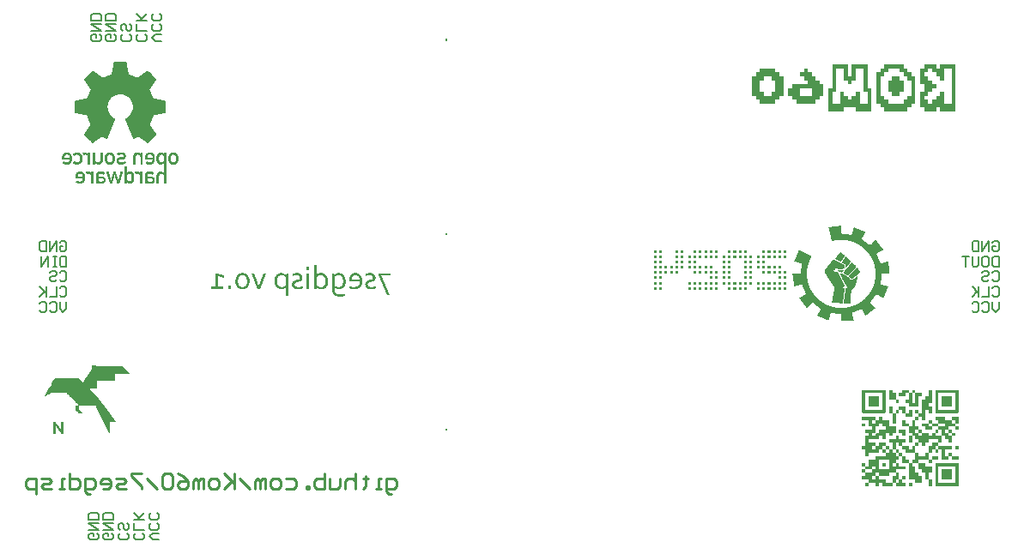
<source format=gbr>
%TF.GenerationSoftware,Altium Limited,Altium Designer,21.8.1 (53)*%
G04 Layer_Color=32896*
%FSLAX45Y45*%
%MOMM*%
%TF.SameCoordinates,046F884E-5673-4B57-908A-D09F833A34A9*%
%TF.FilePolarity,Positive*%
%TF.FileFunction,Legend,Bot*%
%TF.Part,Single*%
G01*
G75*
%TA.AperFunction,NonConductor*%
%ADD25C,0.25400*%
%ADD26C,0.20000*%
G36*
X9269016Y10987899D02*
X9270745D01*
Y10986170D01*
X9272473D01*
Y10980984D01*
X9274202D01*
Y10972341D01*
X9275931D01*
Y10961968D01*
X9277660D01*
Y10953325D01*
X9279388D01*
Y10944681D01*
X9281117D01*
Y10934309D01*
X9282846D01*
Y10925665D01*
X9284575D01*
Y10917021D01*
X9286303D01*
Y10906649D01*
X9288032D01*
Y10898005D01*
X9289761D01*
Y10887633D01*
X9291489D01*
Y10878989D01*
X9293218D01*
Y10870346D01*
X9294947D01*
Y10866888D01*
X9298404D01*
Y10865160D01*
X9301862D01*
Y10863431D01*
X9305319D01*
Y10861702D01*
X9310505D01*
Y10859973D01*
X9313963D01*
Y10858245D01*
X9319149D01*
Y10856516D01*
X9322606D01*
Y10854787D01*
X9326064D01*
Y10853059D01*
X9331250D01*
Y10851330D01*
X9334708D01*
Y10849601D01*
X9339894D01*
Y10847872D01*
X9343351D01*
Y10846144D01*
X9348537D01*
Y10844415D01*
X9351995D01*
Y10842686D01*
X9355452D01*
Y10840957D01*
X9360638D01*
Y10839229D01*
X9364096D01*
Y10837500D01*
X9369282D01*
Y10835771D01*
X9372739D01*
Y10834043D01*
X9384841D01*
Y10835771D01*
X9386569D01*
Y10837500D01*
X9390027D01*
Y10839229D01*
X9391755D01*
Y10840957D01*
X9395213D01*
Y10842686D01*
X9396942D01*
Y10844415D01*
X9398670D01*
Y10846144D01*
X9402128D01*
Y10847872D01*
X9403856D01*
Y10849601D01*
X9407314D01*
Y10851330D01*
X9409043D01*
Y10853059D01*
X9412500D01*
Y10854787D01*
X9414229D01*
Y10856516D01*
X9417686D01*
Y10858245D01*
X9419415D01*
Y10859973D01*
X9421144D01*
Y10861702D01*
X9424601D01*
Y10863431D01*
X9426330D01*
Y10865160D01*
X9429787D01*
Y10866888D01*
X9431516D01*
Y10868617D01*
X9434974D01*
Y10870346D01*
X9436702D01*
Y10872075D01*
X9440160D01*
Y10873803D01*
X9441888D01*
Y10875532D01*
X9445346D01*
Y10877261D01*
X9447075D01*
Y10878989D01*
X9448803D01*
Y10880718D01*
X9452261D01*
Y10882447D01*
X9453989D01*
Y10884176D01*
X9457447D01*
Y10885904D01*
X9459176D01*
Y10887633D01*
X9462633D01*
Y10889362D01*
X9464362D01*
Y10891090D01*
X9467819D01*
Y10892819D01*
X9469548D01*
Y10894548D01*
X9471277D01*
Y10896277D01*
X9474734D01*
Y10898005D01*
X9476463D01*
Y10899734D01*
X9485107D01*
Y10898005D01*
X9486835D01*
Y10896277D01*
X9488564D01*
Y10894548D01*
X9490293D01*
Y10892819D01*
X9492021D01*
Y10891090D01*
X9493750D01*
Y10889362D01*
X9495479D01*
Y10887633D01*
X9498936D01*
Y10885904D01*
X9500665D01*
Y10884176D01*
X9502394D01*
Y10882447D01*
X9504122D01*
Y10880718D01*
X9505851D01*
Y10878989D01*
X9507580D01*
Y10877261D01*
X9509309D01*
Y10875532D01*
X9511037D01*
Y10873803D01*
X9512766D01*
Y10872075D01*
X9514495D01*
Y10870346D01*
X9516224D01*
Y10868617D01*
X9517952D01*
Y10866888D01*
X9519681D01*
Y10865160D01*
X9521410D01*
Y10863431D01*
X9523138D01*
Y10861702D01*
X9524867D01*
Y10859973D01*
X9526596D01*
Y10858245D01*
X9528325D01*
Y10856516D01*
X9530053D01*
Y10854787D01*
X9531782D01*
Y10853059D01*
X9533511D01*
Y10851330D01*
X9535240D01*
Y10849601D01*
X9536968D01*
Y10847872D01*
X9538697D01*
Y10846144D01*
X9540426D01*
Y10844415D01*
X9542154D01*
Y10842686D01*
X9543883D01*
Y10840957D01*
X9545612D01*
Y10839229D01*
X9547341D01*
Y10837500D01*
X9549069D01*
Y10835771D01*
X9550798D01*
Y10834043D01*
X9552527D01*
Y10832314D01*
X9554255D01*
Y10830585D01*
X9555984D01*
Y10828856D01*
X9557713D01*
Y10827128D01*
X9559442D01*
Y10825399D01*
X9561170D01*
Y10823670D01*
X9562899D01*
Y10821942D01*
X9564628D01*
Y10820213D01*
X9566357D01*
Y10816755D01*
X9568085D01*
Y10815027D01*
X9566357D01*
Y10809840D01*
X9564628D01*
Y10808112D01*
X9562899D01*
Y10804654D01*
X9561170D01*
Y10802926D01*
X9559442D01*
Y10799468D01*
X9557713D01*
Y10797739D01*
X9555984D01*
Y10796011D01*
X9554255D01*
Y10792553D01*
X9552527D01*
Y10790824D01*
X9550798D01*
Y10787367D01*
X9549069D01*
Y10785638D01*
X9547341D01*
Y10782181D01*
X9545612D01*
Y10780452D01*
X9543883D01*
Y10776995D01*
X9542154D01*
Y10775266D01*
X9540426D01*
Y10771809D01*
X9538697D01*
Y10770080D01*
X9536968D01*
Y10768351D01*
X9535240D01*
Y10764894D01*
X9533511D01*
Y10763165D01*
X9531782D01*
Y10759707D01*
X9530053D01*
Y10757979D01*
X9528325D01*
Y10754521D01*
X9526596D01*
Y10752793D01*
X9524867D01*
Y10749335D01*
X9523138D01*
Y10747606D01*
X9521410D01*
Y10744149D01*
X9519681D01*
Y10742420D01*
X9517952D01*
Y10738963D01*
X9516224D01*
Y10737234D01*
X9514495D01*
Y10735505D01*
X9512766D01*
Y10732048D01*
X9511037D01*
Y10730319D01*
X9509309D01*
Y10726862D01*
X9507580D01*
Y10725133D01*
X9505851D01*
Y10721676D01*
X9504122D01*
Y10719947D01*
X9502394D01*
Y10716489D01*
X9500665D01*
Y10711303D01*
X9502394D01*
Y10707846D01*
X9504122D01*
Y10702660D01*
X9505851D01*
Y10699202D01*
X9507580D01*
Y10695745D01*
X9509309D01*
Y10690559D01*
X9511037D01*
Y10687101D01*
X9512766D01*
Y10683644D01*
X9514495D01*
Y10678457D01*
X9516224D01*
Y10675000D01*
X9517952D01*
Y10671543D01*
X9519681D01*
Y10666356D01*
X9521410D01*
Y10662899D01*
X9523138D01*
Y10659441D01*
X9524867D01*
Y10654255D01*
X9526596D01*
Y10650798D01*
X9528325D01*
Y10647340D01*
X9530053D01*
Y10642154D01*
X9531782D01*
Y10638697D01*
X9533511D01*
Y10635239D01*
X9535240D01*
Y10630053D01*
X9536968D01*
Y10628324D01*
X9538697D01*
Y10626596D01*
X9543883D01*
Y10624867D01*
X9554255D01*
Y10623138D01*
X9562899D01*
Y10621410D01*
X9571543D01*
Y10619681D01*
X9581915D01*
Y10617952D01*
X9590559D01*
Y10616223D01*
X9600931D01*
Y10614495D01*
X9609575D01*
Y10612766D01*
X9618218D01*
Y10611037D01*
X9628591D01*
Y10609308D01*
X9637234D01*
Y10607580D01*
X9647607D01*
Y10605851D01*
X9652793D01*
Y10604122D01*
X9654521D01*
Y10602394D01*
X9656250D01*
Y10484840D01*
X9654521D01*
Y10483112D01*
X9652793D01*
Y10481383D01*
X9647607D01*
Y10479654D01*
X9637234D01*
Y10477925D01*
X9628591D01*
Y10476197D01*
X9618218D01*
Y10474468D01*
X9609575D01*
Y10472739D01*
X9600931D01*
Y10471011D01*
X9590559D01*
Y10469282D01*
X9581915D01*
Y10467553D01*
X9573271D01*
Y10465824D01*
X9562899D01*
Y10464096D01*
X9554255D01*
Y10462367D01*
X9545612D01*
Y10460638D01*
X9542154D01*
Y10458909D01*
X9540426D01*
Y10457181D01*
X9538697D01*
Y10453723D01*
X9536968D01*
Y10450266D01*
X9535240D01*
Y10445080D01*
X9533511D01*
Y10441622D01*
X9531782D01*
Y10436436D01*
X9530053D01*
Y10432979D01*
X9528325D01*
Y10427792D01*
X9526596D01*
Y10424335D01*
X9524867D01*
Y10419149D01*
X9523138D01*
Y10415691D01*
X9521410D01*
Y10410505D01*
X9519681D01*
Y10407048D01*
X9517952D01*
Y10401862D01*
X9516224D01*
Y10398404D01*
X9514495D01*
Y10393218D01*
X9512766D01*
Y10389761D01*
X9511037D01*
Y10384574D01*
X9509309D01*
Y10381117D01*
X9507580D01*
Y10375931D01*
X9505851D01*
Y10372473D01*
X9504122D01*
Y10365558D01*
X9505851D01*
Y10362101D01*
X9507580D01*
Y10360372D01*
X9509309D01*
Y10356915D01*
X9511037D01*
Y10355186D01*
X9512766D01*
Y10353457D01*
X9514495D01*
Y10350000D01*
X9516224D01*
Y10348271D01*
X9517952D01*
Y10344814D01*
X9519681D01*
Y10343085D01*
X9521410D01*
Y10339628D01*
X9523138D01*
Y10337899D01*
X9524867D01*
Y10334442D01*
X9526596D01*
Y10332713D01*
X9528325D01*
Y10329255D01*
X9530053D01*
Y10327527D01*
X9531782D01*
Y10324069D01*
X9533511D01*
Y10322341D01*
X9535240D01*
Y10320612D01*
X9536968D01*
Y10317154D01*
X9538697D01*
Y10315426D01*
X9540426D01*
Y10311968D01*
X9542154D01*
Y10310239D01*
X9543883D01*
Y10306782D01*
X9545612D01*
Y10305053D01*
X9547341D01*
Y10301596D01*
X9549069D01*
Y10299867D01*
X9550798D01*
Y10296410D01*
X9552527D01*
Y10294681D01*
X9554255D01*
Y10292952D01*
X9555984D01*
Y10289495D01*
X9557713D01*
Y10287766D01*
X9559442D01*
Y10284309D01*
X9561170D01*
Y10282580D01*
X9562899D01*
Y10279122D01*
X9564628D01*
Y10277394D01*
X9566357D01*
Y10273936D01*
X9568085D01*
Y10272208D01*
X9566357D01*
Y10268750D01*
X9564628D01*
Y10267021D01*
X9562899D01*
Y10265293D01*
X9561170D01*
Y10263564D01*
X9559442D01*
Y10261835D01*
X9557713D01*
Y10260106D01*
X9555984D01*
Y10258378D01*
X9554255D01*
Y10256649D01*
X9552527D01*
Y10254920D01*
X9550798D01*
Y10253192D01*
X9549069D01*
Y10251463D01*
X9547341D01*
Y10249734D01*
X9545612D01*
Y10248005D01*
X9543883D01*
Y10246277D01*
X9542154D01*
Y10244548D01*
X9540426D01*
Y10242819D01*
X9538697D01*
Y10241091D01*
X9536968D01*
Y10239362D01*
X9535240D01*
Y10237633D01*
X9533511D01*
Y10235904D01*
X9531782D01*
Y10234176D01*
X9530053D01*
Y10232447D01*
X9528325D01*
Y10230718D01*
X9526596D01*
Y10228989D01*
X9524867D01*
Y10227261D01*
X9523138D01*
Y10225532D01*
X9521410D01*
Y10223803D01*
X9519681D01*
Y10222075D01*
X9517952D01*
Y10220346D01*
X9516224D01*
Y10218617D01*
X9514495D01*
Y10216888D01*
X9512766D01*
Y10215160D01*
X9511037D01*
Y10213431D01*
X9509309D01*
Y10211702D01*
X9507580D01*
Y10209973D01*
X9505851D01*
Y10208245D01*
X9504122D01*
Y10206516D01*
X9502394D01*
Y10204787D01*
X9500665D01*
Y10203059D01*
X9498936D01*
Y10201330D01*
X9497208D01*
Y10199601D01*
X9495479D01*
Y10197872D01*
X9493750D01*
Y10196144D01*
X9492021D01*
Y10194415D01*
X9490293D01*
Y10192686D01*
X9488564D01*
Y10190958D01*
X9486835D01*
Y10189229D01*
X9485107D01*
Y10187500D01*
X9478192D01*
Y10189229D01*
X9474734D01*
Y10190958D01*
X9473005D01*
Y10192686D01*
X9469548D01*
Y10194415D01*
X9467819D01*
Y10196144D01*
X9464362D01*
Y10197872D01*
X9462633D01*
Y10199601D01*
X9460904D01*
Y10201330D01*
X9457447D01*
Y10203059D01*
X9455718D01*
Y10204787D01*
X9452261D01*
Y10206516D01*
X9450532D01*
Y10208245D01*
X9447075D01*
Y10209973D01*
X9445346D01*
Y10211702D01*
X9441888D01*
Y10213431D01*
X9440160D01*
Y10215160D01*
X9436702D01*
Y10216888D01*
X9434974D01*
Y10218617D01*
X9433245D01*
Y10220346D01*
X9429787D01*
Y10222075D01*
X9428059D01*
Y10223803D01*
X9424601D01*
Y10225532D01*
X9422872D01*
Y10227261D01*
X9419415D01*
Y10228989D01*
X9417686D01*
Y10230718D01*
X9414229D01*
Y10232447D01*
X9412500D01*
Y10234176D01*
X9409043D01*
Y10235904D01*
X9407314D01*
Y10237633D01*
X9405585D01*
Y10239362D01*
X9402128D01*
Y10241091D01*
X9400399D01*
Y10242819D01*
X9396942D01*
Y10244548D01*
X9395213D01*
Y10246277D01*
X9391755D01*
Y10248005D01*
X9383112D01*
Y10246277D01*
X9379654D01*
Y10244548D01*
X9376197D01*
Y10242819D01*
X9372739D01*
Y10241091D01*
X9369282D01*
Y10239362D01*
X9365825D01*
Y10237633D01*
X9362367D01*
Y10235904D01*
X9358910D01*
Y10234176D01*
X9355452D01*
Y10232447D01*
X9353723D01*
Y10230718D01*
X9350266D01*
Y10228989D01*
X9346809D01*
Y10227261D01*
X9339894D01*
Y10228989D01*
X9338165D01*
Y10232447D01*
X9336436D01*
Y10235904D01*
X9334708D01*
Y10241091D01*
X9332979D01*
Y10244548D01*
X9331250D01*
Y10249734D01*
X9329521D01*
Y10253192D01*
X9327793D01*
Y10258378D01*
X9326064D01*
Y10261835D01*
X9324335D01*
Y10265293D01*
X9322606D01*
Y10270479D01*
X9320878D01*
Y10273936D01*
X9319149D01*
Y10279122D01*
X9317420D01*
Y10282580D01*
X9315692D01*
Y10287766D01*
X9313963D01*
Y10291224D01*
X9312234D01*
Y10294681D01*
X9310505D01*
Y10299867D01*
X9308777D01*
Y10303325D01*
X9307048D01*
Y10308511D01*
X9305319D01*
Y10311968D01*
X9303590D01*
Y10315426D01*
X9301862D01*
Y10320612D01*
X9300133D01*
Y10324069D01*
X9298404D01*
Y10329255D01*
X9296676D01*
Y10332713D01*
X9294947D01*
Y10337899D01*
X9293218D01*
Y10341357D01*
X9291489D01*
Y10344814D01*
X9289761D01*
Y10350000D01*
X9288032D01*
Y10353457D01*
X9286303D01*
Y10358643D01*
X9284575D01*
Y10362101D01*
X9282846D01*
Y10365558D01*
X9281117D01*
Y10370745D01*
X9279388D01*
Y10374202D01*
X9277660D01*
Y10379388D01*
X9275931D01*
Y10382846D01*
X9274202D01*
Y10388032D01*
X9272473D01*
Y10391489D01*
X9270745D01*
Y10394947D01*
X9269016D01*
Y10400133D01*
X9267287D01*
Y10403590D01*
X9265559D01*
Y10408776D01*
X9263830D01*
Y10412234D01*
X9262101D01*
Y10415691D01*
X9260372D01*
Y10420878D01*
X9258644D01*
Y10424335D01*
X9260372D01*
Y10426064D01*
X9262101D01*
Y10427792D01*
X9263830D01*
Y10429521D01*
X9267287D01*
Y10431250D01*
X9269016D01*
Y10432979D01*
X9272473D01*
Y10434707D01*
X9274202D01*
Y10436436D01*
X9275931D01*
Y10438165D01*
X9279388D01*
Y10439894D01*
X9281117D01*
Y10441622D01*
X9284575D01*
Y10443351D01*
X9286303D01*
Y10445080D01*
X9288032D01*
Y10446808D01*
X9291489D01*
Y10448537D01*
X9293218D01*
Y10450266D01*
X9294947D01*
Y10451995D01*
X9296676D01*
Y10453723D01*
X9298404D01*
Y10455452D01*
X9300133D01*
Y10457181D01*
X9301862D01*
Y10458909D01*
X9303590D01*
Y10460638D01*
X9305319D01*
Y10464096D01*
X9307048D01*
Y10465824D01*
X9308777D01*
Y10467553D01*
X9310505D01*
Y10469282D01*
X9312234D01*
Y10472739D01*
X9313963D01*
Y10474468D01*
X9315692D01*
Y10477925D01*
X9317420D01*
Y10479654D01*
X9319149D01*
Y10483112D01*
X9320878D01*
Y10486569D01*
X9322606D01*
Y10490027D01*
X9324335D01*
Y10495213D01*
X9326064D01*
Y10498670D01*
X9327793D01*
Y10503856D01*
X9329521D01*
Y10509042D01*
X9331250D01*
Y10515957D01*
X9332979D01*
Y10524601D01*
X9334708D01*
Y10560904D01*
X9332979D01*
Y10569548D01*
X9331250D01*
Y10576463D01*
X9329521D01*
Y10583378D01*
X9327793D01*
Y10586835D01*
X9326064D01*
Y10592021D01*
X9324335D01*
Y10595479D01*
X9322606D01*
Y10598936D01*
X9320878D01*
Y10602394D01*
X9319149D01*
Y10605851D01*
X9317420D01*
Y10607580D01*
X9315692D01*
Y10611037D01*
X9313963D01*
Y10614495D01*
X9312234D01*
Y10616223D01*
X9310505D01*
Y10617952D01*
X9308777D01*
Y10621410D01*
X9307048D01*
Y10623138D01*
X9305319D01*
Y10624867D01*
X9303590D01*
Y10626596D01*
X9301862D01*
Y10628324D01*
X9300133D01*
Y10630053D01*
X9298404D01*
Y10631782D01*
X9296676D01*
Y10633511D01*
X9294947D01*
Y10635239D01*
X9293218D01*
Y10636968D01*
X9291489D01*
Y10638697D01*
X9289761D01*
Y10640426D01*
X9286303D01*
Y10642154D01*
X9284575D01*
Y10643883D01*
X9282846D01*
Y10645612D01*
X9279388D01*
Y10647340D01*
X9277660D01*
Y10649069D01*
X9274202D01*
Y10650798D01*
X9270745D01*
Y10652527D01*
X9267287D01*
Y10654255D01*
X9263830D01*
Y10655984D01*
X9260372D01*
Y10657713D01*
X9256915D01*
Y10659441D01*
X9251729D01*
Y10661170D01*
X9248272D01*
Y10662899D01*
X9241357D01*
Y10664628D01*
X9232713D01*
Y10666356D01*
X9222341D01*
Y10668085D01*
X9198139D01*
Y10666356D01*
X9187766D01*
Y10664628D01*
X9180851D01*
Y10662899D01*
X9173936D01*
Y10661170D01*
X9168750D01*
Y10659441D01*
X9163564D01*
Y10657713D01*
X9160107D01*
Y10655984D01*
X9156649D01*
Y10654255D01*
X9153192D01*
Y10652527D01*
X9149734D01*
Y10650798D01*
X9146277D01*
Y10649069D01*
X9144548D01*
Y10647340D01*
X9141091D01*
Y10645612D01*
X9139362D01*
Y10643883D01*
X9135905D01*
Y10642154D01*
X9134176D01*
Y10640426D01*
X9132447D01*
Y10638697D01*
X9128990D01*
Y10636968D01*
X9127261D01*
Y10635239D01*
X9125532D01*
Y10633511D01*
X9123803D01*
Y10631782D01*
X9122075D01*
Y10630053D01*
X9120346D01*
Y10628324D01*
X9118617D01*
Y10626596D01*
X9116889D01*
Y10624867D01*
X9115160D01*
Y10621410D01*
X9113431D01*
Y10619681D01*
X9111702D01*
Y10617952D01*
X9109974D01*
Y10614495D01*
X9108245D01*
Y10612766D01*
X9106516D01*
Y10609308D01*
X9104787D01*
Y10607580D01*
X9103059D01*
Y10604122D01*
X9101330D01*
Y10600665D01*
X9099601D01*
Y10597207D01*
X9097873D01*
Y10593750D01*
X9096144D01*
Y10590293D01*
X9094415D01*
Y10585106D01*
X9092686D01*
Y10579920D01*
X9090958D01*
Y10574734D01*
X9089229D01*
Y10567819D01*
X9087500D01*
Y10555718D01*
X9085772D01*
Y10529787D01*
X9087500D01*
Y10517686D01*
X9089229D01*
Y10510771D01*
X9090958D01*
Y10505585D01*
X9092686D01*
Y10500399D01*
X9094415D01*
Y10495213D01*
X9096144D01*
Y10491755D01*
X9097873D01*
Y10488298D01*
X9099601D01*
Y10484840D01*
X9101330D01*
Y10481383D01*
X9103059D01*
Y10477925D01*
X9104787D01*
Y10476197D01*
X9106516D01*
Y10472739D01*
X9108245D01*
Y10471011D01*
X9109974D01*
Y10469282D01*
X9111702D01*
Y10465824D01*
X9113431D01*
Y10464096D01*
X9115160D01*
Y10462367D01*
X9116889D01*
Y10460638D01*
X9118617D01*
Y10458909D01*
X9120346D01*
Y10457181D01*
X9122075D01*
Y10455452D01*
X9123803D01*
Y10453723D01*
X9125532D01*
Y10451995D01*
X9127261D01*
Y10450266D01*
X9128990D01*
Y10448537D01*
X9130718D01*
Y10446808D01*
X9132447D01*
Y10445080D01*
X9134176D01*
Y10443351D01*
X9137633D01*
Y10441622D01*
X9139362D01*
Y10439894D01*
X9142819D01*
Y10438165D01*
X9144548D01*
Y10436436D01*
X9146277D01*
Y10434707D01*
X9148006D01*
Y10432979D01*
X9151463D01*
Y10431250D01*
X9154920D01*
Y10429521D01*
X9156649D01*
Y10427792D01*
X9160107D01*
Y10424335D01*
X9161835D01*
Y10419149D01*
X9160107D01*
Y10415691D01*
X9158378D01*
Y10410505D01*
X9156649D01*
Y10407048D01*
X9154920D01*
Y10403590D01*
X9153192D01*
Y10398404D01*
X9151463D01*
Y10394947D01*
X9149734D01*
Y10389761D01*
X9148006D01*
Y10386303D01*
X9146277D01*
Y10382846D01*
X9144548D01*
Y10377659D01*
X9142819D01*
Y10374202D01*
X9141091D01*
Y10369016D01*
X9139362D01*
Y10365558D01*
X9137633D01*
Y10360372D01*
X9135905D01*
Y10356915D01*
X9134176D01*
Y10353457D01*
X9132447D01*
Y10348271D01*
X9130718D01*
Y10344814D01*
X9128990D01*
Y10339628D01*
X9127261D01*
Y10336170D01*
X9125532D01*
Y10330984D01*
X9123803D01*
Y10327527D01*
X9122075D01*
Y10324069D01*
X9120346D01*
Y10318883D01*
X9118617D01*
Y10315426D01*
X9116889D01*
Y10310239D01*
X9115160D01*
Y10306782D01*
X9113431D01*
Y10303325D01*
X9111702D01*
Y10298138D01*
X9109974D01*
Y10294681D01*
X9108245D01*
Y10289495D01*
X9106516D01*
Y10286037D01*
X9104787D01*
Y10280851D01*
X9103059D01*
Y10277394D01*
X9101330D01*
Y10273936D01*
X9099601D01*
Y10268750D01*
X9097873D01*
Y10265293D01*
X9096144D01*
Y10260106D01*
X9094415D01*
Y10256649D01*
X9092686D01*
Y10253192D01*
X9090958D01*
Y10248005D01*
X9089229D01*
Y10244548D01*
X9087500D01*
Y10239362D01*
X9085772D01*
Y10235904D01*
X9084043D01*
Y10230718D01*
X9082314D01*
Y10227261D01*
X9073670D01*
Y10228989D01*
X9071942D01*
Y10230718D01*
X9068484D01*
Y10232447D01*
X9065027D01*
Y10234176D01*
X9061569D01*
Y10235904D01*
X9058112D01*
Y10237633D01*
X9054654D01*
Y10239362D01*
X9051197D01*
Y10241091D01*
X9047740D01*
Y10242819D01*
X9044282D01*
Y10244548D01*
X9042553D01*
Y10246277D01*
X9039096D01*
Y10248005D01*
X9028724D01*
Y10246277D01*
X9026995D01*
Y10244548D01*
X9023537D01*
Y10242819D01*
X9021809D01*
Y10241091D01*
X9018351D01*
Y10239362D01*
X9016623D01*
Y10237633D01*
X9013165D01*
Y10235904D01*
X9011436D01*
Y10234176D01*
X9007979D01*
Y10232447D01*
X9006250D01*
Y10230718D01*
X9002793D01*
Y10228989D01*
X9001064D01*
Y10227261D01*
X8999335D01*
Y10225532D01*
X8995878D01*
Y10223803D01*
X8994149D01*
Y10222075D01*
X8990692D01*
Y10220346D01*
X8988963D01*
Y10218617D01*
X8985506D01*
Y10216888D01*
X8983777D01*
Y10215160D01*
X8980319D01*
Y10213431D01*
X8978591D01*
Y10211702D01*
X8975133D01*
Y10209973D01*
X8973404D01*
Y10208245D01*
X8971676D01*
Y10206516D01*
X8968218D01*
Y10204787D01*
X8966490D01*
Y10203059D01*
X8963032D01*
Y10201330D01*
X8961303D01*
Y10199601D01*
X8957846D01*
Y10197872D01*
X8956117D01*
Y10196144D01*
X8952660D01*
Y10194415D01*
X8950931D01*
Y10192686D01*
X8947474D01*
Y10190958D01*
X8945745D01*
Y10189229D01*
X8944016D01*
Y10187500D01*
X8935373D01*
Y10189229D01*
X8933644D01*
Y10190958D01*
X8931915D01*
Y10192686D01*
X8930186D01*
Y10194415D01*
X8928458D01*
Y10196144D01*
X8926729D01*
Y10197872D01*
X8925000D01*
Y10199601D01*
X8923271D01*
Y10201330D01*
X8921543D01*
Y10203059D01*
X8919814D01*
Y10204787D01*
X8918085D01*
Y10206516D01*
X8916357D01*
Y10208245D01*
X8914628D01*
Y10209973D01*
X8912899D01*
Y10211702D01*
X8911170D01*
Y10213431D01*
X8909442D01*
Y10215160D01*
X8907713D01*
Y10216888D01*
X8905984D01*
Y10218617D01*
X8904255D01*
Y10220346D01*
X8902527D01*
Y10222075D01*
X8900798D01*
Y10223803D01*
X8899069D01*
Y10225532D01*
X8897341D01*
Y10227261D01*
X8895612D01*
Y10228989D01*
X8893883D01*
Y10230718D01*
X8892154D01*
Y10232447D01*
X8890426D01*
Y10234176D01*
X8888697D01*
Y10235904D01*
X8886968D01*
Y10237633D01*
X8885240D01*
Y10239362D01*
X8883511D01*
Y10241091D01*
X8881782D01*
Y10242819D01*
X8880053D01*
Y10244548D01*
X8878325D01*
Y10246277D01*
X8876596D01*
Y10248005D01*
X8874867D01*
Y10249734D01*
X8873138D01*
Y10251463D01*
X8871410D01*
Y10253192D01*
X8869681D01*
Y10254920D01*
X8867952D01*
Y10256649D01*
X8866224D01*
Y10258378D01*
X8864495D01*
Y10260106D01*
X8862766D01*
Y10261835D01*
X8861037D01*
Y10263564D01*
X8859309D01*
Y10265293D01*
X8857580D01*
Y10267021D01*
X8855851D01*
Y10268750D01*
X8854122D01*
Y10275665D01*
X8855851D01*
Y10279122D01*
X8857580D01*
Y10280851D01*
X8859309D01*
Y10284309D01*
X8861037D01*
Y10286037D01*
X8862766D01*
Y10289495D01*
X8864495D01*
Y10291224D01*
X8866224D01*
Y10294681D01*
X8867952D01*
Y10296410D01*
X8869681D01*
Y10298138D01*
X8871410D01*
Y10301596D01*
X8873138D01*
Y10303325D01*
X8874867D01*
Y10306782D01*
X8876596D01*
Y10308511D01*
X8878325D01*
Y10311968D01*
X8880053D01*
Y10313697D01*
X8881782D01*
Y10317154D01*
X8883511D01*
Y10318883D01*
X8885240D01*
Y10322341D01*
X8886968D01*
Y10324069D01*
X8888697D01*
Y10327527D01*
X8890426D01*
Y10329255D01*
X8892154D01*
Y10330984D01*
X8893883D01*
Y10334442D01*
X8895612D01*
Y10336170D01*
X8897341D01*
Y10339628D01*
X8899069D01*
Y10341357D01*
X8900798D01*
Y10344814D01*
X8902527D01*
Y10346543D01*
X8904255D01*
Y10350000D01*
X8905984D01*
Y10351729D01*
X8907713D01*
Y10355186D01*
X8909442D01*
Y10356915D01*
X8911170D01*
Y10360372D01*
X8912899D01*
Y10362101D01*
X8914628D01*
Y10365558D01*
X8916357D01*
Y10374202D01*
X8914628D01*
Y10377659D01*
X8912899D01*
Y10382846D01*
X8911170D01*
Y10386303D01*
X8909442D01*
Y10391489D01*
X8907713D01*
Y10394947D01*
X8905984D01*
Y10400133D01*
X8904255D01*
Y10403590D01*
X8902527D01*
Y10408776D01*
X8900798D01*
Y10412234D01*
X8899069D01*
Y10417420D01*
X8897341D01*
Y10420878D01*
X8895612D01*
Y10426064D01*
X8893883D01*
Y10429521D01*
X8892154D01*
Y10434707D01*
X8890426D01*
Y10438165D01*
X8888697D01*
Y10443351D01*
X8886968D01*
Y10446808D01*
X8885240D01*
Y10451995D01*
X8883511D01*
Y10455452D01*
X8881782D01*
Y10458909D01*
X8880053D01*
Y10460638D01*
X8876596D01*
Y10462367D01*
X8866224D01*
Y10464096D01*
X8857580D01*
Y10465824D01*
X8848936D01*
Y10467553D01*
X8838564D01*
Y10469282D01*
X8829920D01*
Y10471011D01*
X8821277D01*
Y10472739D01*
X8810904D01*
Y10474468D01*
X8802261D01*
Y10476197D01*
X8791888D01*
Y10477925D01*
X8783245D01*
Y10479654D01*
X8774601D01*
Y10481383D01*
X8767686D01*
Y10483112D01*
X8765958D01*
Y10484840D01*
X8764229D01*
Y10602394D01*
X8765958D01*
Y10604122D01*
X8767686D01*
Y10605851D01*
X8774601D01*
Y10607580D01*
X8783245D01*
Y10609308D01*
X8791888D01*
Y10611037D01*
X8802261D01*
Y10612766D01*
X8810904D01*
Y10614495D01*
X8821277D01*
Y10616223D01*
X8829920D01*
Y10617952D01*
X8838564D01*
Y10619681D01*
X8848936D01*
Y10621410D01*
X8857580D01*
Y10623138D01*
X8867952D01*
Y10624867D01*
X8876596D01*
Y10626596D01*
X8881782D01*
Y10628324D01*
X8883511D01*
Y10630053D01*
X8885240D01*
Y10633511D01*
X8886968D01*
Y10636968D01*
X8888697D01*
Y10642154D01*
X8890426D01*
Y10645612D01*
X8892154D01*
Y10649069D01*
X8893883D01*
Y10654255D01*
X8895612D01*
Y10657713D01*
X8897341D01*
Y10661170D01*
X8899069D01*
Y10666356D01*
X8900798D01*
Y10669814D01*
X8902527D01*
Y10673271D01*
X8904255D01*
Y10678457D01*
X8905984D01*
Y10681915D01*
X8907713D01*
Y10685372D01*
X8909442D01*
Y10690559D01*
X8911170D01*
Y10694016D01*
X8912899D01*
Y10697473D01*
X8914628D01*
Y10702660D01*
X8916357D01*
Y10706117D01*
X8918085D01*
Y10709574D01*
X8919814D01*
Y10718218D01*
X8918085D01*
Y10719947D01*
X8916357D01*
Y10723404D01*
X8914628D01*
Y10725133D01*
X8912899D01*
Y10728590D01*
X8911170D01*
Y10730319D01*
X8909442D01*
Y10733777D01*
X8907713D01*
Y10735505D01*
X8905984D01*
Y10737234D01*
X8904255D01*
Y10740691D01*
X8902527D01*
Y10742420D01*
X8900798D01*
Y10745878D01*
X8899069D01*
Y10747606D01*
X8897341D01*
Y10751064D01*
X8895612D01*
Y10752793D01*
X8893883D01*
Y10756250D01*
X8892154D01*
Y10757979D01*
X8890426D01*
Y10761436D01*
X8888697D01*
Y10763165D01*
X8886968D01*
Y10764894D01*
X8885240D01*
Y10768351D01*
X8883511D01*
Y10770080D01*
X8881782D01*
Y10773537D01*
X8880053D01*
Y10775266D01*
X8878325D01*
Y10778723D01*
X8876596D01*
Y10780452D01*
X8874867D01*
Y10783910D01*
X8873138D01*
Y10785638D01*
X8871410D01*
Y10789096D01*
X8869681D01*
Y10790824D01*
X8867952D01*
Y10792553D01*
X8866224D01*
Y10796011D01*
X8864495D01*
Y10797739D01*
X8862766D01*
Y10801197D01*
X8861037D01*
Y10802926D01*
X8859309D01*
Y10806383D01*
X8857580D01*
Y10808112D01*
X8855851D01*
Y10811569D01*
X8854122D01*
Y10818484D01*
X8855851D01*
Y10820213D01*
X8857580D01*
Y10821942D01*
X8859309D01*
Y10823670D01*
X8861037D01*
Y10825399D01*
X8862766D01*
Y10827128D01*
X8864495D01*
Y10828856D01*
X8866224D01*
Y10830585D01*
X8867952D01*
Y10832314D01*
X8869681D01*
Y10834043D01*
X8871410D01*
Y10835771D01*
X8873138D01*
Y10837500D01*
X8874867D01*
Y10839229D01*
X8876596D01*
Y10840957D01*
X8878325D01*
Y10842686D01*
X8880053D01*
Y10844415D01*
X8881782D01*
Y10846144D01*
X8883511D01*
Y10847872D01*
X8885240D01*
Y10849601D01*
X8886968D01*
Y10851330D01*
X8888697D01*
Y10853059D01*
X8890426D01*
Y10854787D01*
X8892154D01*
Y10856516D01*
X8893883D01*
Y10858245D01*
X8895612D01*
Y10859973D01*
X8897341D01*
Y10861702D01*
X8899069D01*
Y10863431D01*
X8900798D01*
Y10865160D01*
X8902527D01*
Y10866888D01*
X8904255D01*
Y10868617D01*
X8905984D01*
Y10870346D01*
X8907713D01*
Y10872075D01*
X8909442D01*
Y10873803D01*
X8911170D01*
Y10875532D01*
X8912899D01*
Y10877261D01*
X8914628D01*
Y10878989D01*
X8916357D01*
Y10880718D01*
X8918085D01*
Y10882447D01*
X8919814D01*
Y10884176D01*
X8921543D01*
Y10885904D01*
X8923271D01*
Y10887633D01*
X8925000D01*
Y10889362D01*
X8926729D01*
Y10891090D01*
X8928458D01*
Y10892819D01*
X8930186D01*
Y10894548D01*
X8931915D01*
Y10896277D01*
X8933644D01*
Y10898005D01*
X8935373D01*
Y10899734D01*
X8944016D01*
Y10898005D01*
X8945745D01*
Y10896277D01*
X8949202D01*
Y10894548D01*
X8950931D01*
Y10892819D01*
X8954388D01*
Y10891090D01*
X8956117D01*
Y10889362D01*
X8959575D01*
Y10887633D01*
X8961303D01*
Y10885904D01*
X8963032D01*
Y10884176D01*
X8966490D01*
Y10882447D01*
X8968218D01*
Y10880718D01*
X8971676D01*
Y10878989D01*
X8973404D01*
Y10877261D01*
X8976862D01*
Y10875532D01*
X8978591D01*
Y10873803D01*
X8982048D01*
Y10872075D01*
X8983777D01*
Y10870346D01*
X8987234D01*
Y10868617D01*
X8988963D01*
Y10866888D01*
X8990692D01*
Y10865160D01*
X8994149D01*
Y10863431D01*
X8995878D01*
Y10861702D01*
X8999335D01*
Y10859973D01*
X9001064D01*
Y10858245D01*
X9004521D01*
Y10856516D01*
X9006250D01*
Y10854787D01*
X9009708D01*
Y10853059D01*
X9011436D01*
Y10851330D01*
X9013165D01*
Y10849601D01*
X9016623D01*
Y10847872D01*
X9018351D01*
Y10846144D01*
X9021809D01*
Y10844415D01*
X9023537D01*
Y10842686D01*
X9026995D01*
Y10840957D01*
X9028724D01*
Y10839229D01*
X9032181D01*
Y10837500D01*
X9033910D01*
Y10835771D01*
X9037367D01*
Y10834043D01*
X9047740D01*
Y10835771D01*
X9051197D01*
Y10837500D01*
X9056383D01*
Y10839229D01*
X9059841D01*
Y10840957D01*
X9065027D01*
Y10842686D01*
X9068484D01*
Y10844415D01*
X9073670D01*
Y10846144D01*
X9077128D01*
Y10847872D01*
X9082314D01*
Y10849601D01*
X9085772D01*
Y10851330D01*
X9089229D01*
Y10853059D01*
X9094415D01*
Y10854787D01*
X9097873D01*
Y10856516D01*
X9103059D01*
Y10858245D01*
X9106516D01*
Y10859973D01*
X9111702D01*
Y10861702D01*
X9115160D01*
Y10863431D01*
X9118617D01*
Y10865160D01*
X9123803D01*
Y10866888D01*
X9125532D01*
Y10870346D01*
X9127261D01*
Y10877261D01*
X9128990D01*
Y10885904D01*
X9130718D01*
Y10894548D01*
X9132447D01*
Y10904920D01*
X9134176D01*
Y10913564D01*
X9135905D01*
Y10923936D01*
X9137633D01*
Y10932580D01*
X9139362D01*
Y10941223D01*
X9141091D01*
Y10951596D01*
X9142819D01*
Y10960239D01*
X9144548D01*
Y10968883D01*
X9146277D01*
Y10979255D01*
X9148006D01*
Y10986170D01*
X9149734D01*
Y10987899D01*
X9151463D01*
Y10989628D01*
X9269016D01*
Y10987899D01*
D02*
G37*
G36*
X9037367Y10092420D02*
X9039096D01*
Y10012899D01*
X9037367D01*
Y10002527D01*
X9035639D01*
Y9997340D01*
X9033910D01*
Y9993883D01*
X9032181D01*
Y9990426D01*
X9030452D01*
Y9988697D01*
X9028724D01*
Y9986968D01*
X9026995D01*
Y9985239D01*
X9025266D01*
Y9983511D01*
X9023537D01*
Y9981782D01*
X9021809D01*
Y9980053D01*
X9020080D01*
Y9978324D01*
X9016623D01*
Y9976596D01*
X9013165D01*
Y9974867D01*
X9006250D01*
Y9973138D01*
X8988963D01*
Y9974867D01*
X8983777D01*
Y9976596D01*
X8978591D01*
Y9978324D01*
X8976862D01*
Y9980053D01*
X8973404D01*
Y9981782D01*
X8971676D01*
Y9983511D01*
X8969947D01*
Y9985239D01*
X8968218D01*
Y9986968D01*
X8966490D01*
Y9974867D01*
X8942287D01*
Y10092420D01*
X8944016D01*
Y10094149D01*
X8966490D01*
Y10016356D01*
X8968218D01*
Y10011170D01*
X8969947D01*
Y10007713D01*
X8971676D01*
Y10004255D01*
X8973404D01*
Y10002527D01*
X8975133D01*
Y10000798D01*
X8978591D01*
Y9999069D01*
X8982048D01*
Y9997340D01*
X8999335D01*
Y9999069D01*
X9002793D01*
Y10000798D01*
X9006250D01*
Y10002527D01*
X9007979D01*
Y10004255D01*
X9009708D01*
Y10007713D01*
X9011436D01*
Y10011170D01*
X9013165D01*
Y10018085D01*
X9014894D01*
Y10094149D01*
X9037367D01*
Y10092420D01*
D02*
G37*
G36*
X8788431Y10094149D02*
X8800532D01*
Y10092420D01*
X8805718D01*
Y10090692D01*
X8809176D01*
Y10088963D01*
X8812633D01*
Y10087234D01*
X8814362D01*
Y10085505D01*
X8817819D01*
Y10083777D01*
X8819548D01*
Y10082048D01*
X8821277D01*
Y10080319D01*
X8823005D01*
Y10078590D01*
X8824734D01*
Y10076862D01*
X8826463D01*
Y10075133D01*
X8828192D01*
Y10071676D01*
X8829920D01*
Y10068218D01*
X8831649D01*
Y10064761D01*
X8833378D01*
Y10061303D01*
X8835107D01*
Y10054388D01*
X8836835D01*
Y10045745D01*
X8838564D01*
Y10019814D01*
X8836835D01*
Y10012899D01*
X8835107D01*
Y10005984D01*
X8833378D01*
Y10002527D01*
X8831649D01*
Y9999069D01*
X8829920D01*
Y9995612D01*
X8828192D01*
Y9993883D01*
X8826463D01*
Y9992154D01*
X8824734D01*
Y9988697D01*
X8823005D01*
Y9986968D01*
X8821277D01*
Y9985239D01*
X8819548D01*
Y9983511D01*
X8816091D01*
Y9981782D01*
X8814362D01*
Y9980053D01*
X8810904D01*
Y9978324D01*
X8807447D01*
Y9976596D01*
X8802261D01*
Y9974867D01*
X8795346D01*
Y9973138D01*
X8774601D01*
Y9974867D01*
X8767686D01*
Y9976596D01*
X8762500D01*
Y9978324D01*
X8759043D01*
Y9980053D01*
X8755585D01*
Y9981782D01*
X8753857D01*
Y9983511D01*
X8752128D01*
Y9985239D01*
X8748670D01*
Y9986968D01*
X8746942D01*
Y9988697D01*
X8745213D01*
Y9990426D01*
X8743484D01*
Y9992154D01*
X8741755D01*
Y9993883D01*
X8743484D01*
Y9995612D01*
X8745213D01*
Y9997340D01*
X8746942D01*
Y9999069D01*
X8748670D01*
Y10000798D01*
X8750399D01*
Y10002527D01*
X8752128D01*
Y10004255D01*
X8755585D01*
Y10005984D01*
X8757314D01*
Y10007713D01*
X8759043D01*
Y10009441D01*
X8760771D01*
Y10005984D01*
X8762500D01*
Y10004255D01*
X8765958D01*
Y10002527D01*
X8767686D01*
Y10000798D01*
X8771144D01*
Y9999069D01*
X8774601D01*
Y9997340D01*
X8793617D01*
Y9999069D01*
X8798803D01*
Y10000798D01*
X8802261D01*
Y10002527D01*
X8803990D01*
Y10004255D01*
X8805718D01*
Y10005984D01*
X8807447D01*
Y10007713D01*
X8809176D01*
Y10011170D01*
X8810904D01*
Y10014628D01*
X8812633D01*
Y10021543D01*
X8814362D01*
Y10047473D01*
X8812633D01*
Y10052660D01*
X8810904D01*
Y10057846D01*
X8809176D01*
Y10059574D01*
X8807447D01*
Y10061303D01*
X8805718D01*
Y10063032D01*
X8803990D01*
Y10064761D01*
X8802261D01*
Y10066489D01*
X8800532D01*
Y10068218D01*
X8797075D01*
Y10069947D01*
X8790160D01*
Y10071676D01*
X8779787D01*
Y10069947D01*
X8772872D01*
Y10068218D01*
X8769415D01*
Y10066489D01*
X8765958D01*
Y10064761D01*
X8764229D01*
Y10063032D01*
X8762500D01*
Y10061303D01*
X8760771D01*
Y10059574D01*
X8757314D01*
Y10061303D01*
X8755585D01*
Y10063032D01*
X8753857D01*
Y10064761D01*
X8752128D01*
Y10066489D01*
X8750399D01*
Y10068218D01*
X8746942D01*
Y10069947D01*
X8745213D01*
Y10071676D01*
X8743484D01*
Y10073404D01*
X8741755D01*
Y10075133D01*
X8743484D01*
Y10076862D01*
X8745213D01*
Y10078590D01*
X8746942D01*
Y10080319D01*
X8748670D01*
Y10082048D01*
X8750399D01*
Y10083777D01*
X8752128D01*
Y10085505D01*
X8755585D01*
Y10087234D01*
X8757314D01*
Y10088963D01*
X8760771D01*
Y10090692D01*
X8765958D01*
Y10092420D01*
X8771144D01*
Y10094149D01*
X8783245D01*
Y10095878D01*
X8788431D01*
Y10094149D01*
D02*
G37*
G36*
X9507580D02*
X9517952D01*
Y10092420D01*
X9523138D01*
Y10090692D01*
X9526596D01*
Y10088963D01*
X9530053D01*
Y10087234D01*
X9531782D01*
Y10085505D01*
X9533511D01*
Y10083777D01*
X9535240D01*
Y10082048D01*
X9536968D01*
Y10080319D01*
X9538697D01*
Y10078590D01*
X9540426D01*
Y10076862D01*
X9542154D01*
Y10073404D01*
X9543883D01*
Y10071676D01*
X9545612D01*
Y10068218D01*
X9547341D01*
Y10063032D01*
X9549069D01*
Y10057846D01*
X9550798D01*
Y10050931D01*
X9552527D01*
Y10016356D01*
X9550798D01*
Y10007713D01*
X9549069D01*
Y10002527D01*
X9547341D01*
Y10000798D01*
Y9999069D01*
X9545612D01*
Y9995612D01*
X9543883D01*
Y9993883D01*
X9542154D01*
Y9990426D01*
X9540426D01*
Y9988697D01*
X9538697D01*
Y9986968D01*
X9536968D01*
Y9985239D01*
X9535240D01*
Y9983511D01*
X9533511D01*
Y9981782D01*
X9530053D01*
Y9980053D01*
X9528325D01*
Y9978324D01*
X9524867D01*
Y9976596D01*
X9519681D01*
Y9974867D01*
X9512766D01*
Y9973138D01*
X9488564D01*
Y9974867D01*
X9481649D01*
Y9976596D01*
X9476463D01*
Y9978324D01*
X9474734D01*
Y9980053D01*
X9471277D01*
Y9981782D01*
X9467819D01*
Y9983511D01*
X9466091D01*
Y9985239D01*
X9464362D01*
Y9986968D01*
X9460904D01*
Y9988697D01*
X9459176D01*
Y9990426D01*
X9457447D01*
Y9992154D01*
X9459176D01*
Y9993883D01*
X9460904D01*
Y9995612D01*
X9462633D01*
Y9997340D01*
X9464362D01*
Y9999069D01*
X9466091D01*
Y10000798D01*
X9467819D01*
Y10002527D01*
X9471277D01*
Y10004255D01*
X9473005D01*
Y10005984D01*
X9476463D01*
Y10004255D01*
X9478192D01*
Y10002527D01*
X9481649D01*
Y10000798D01*
X9483378D01*
Y9999069D01*
X9486835D01*
Y9997340D01*
X9492021D01*
Y9995612D01*
X9509309D01*
Y9997340D01*
X9514495D01*
Y9999069D01*
X9517952D01*
Y10000798D01*
X9519681D01*
Y10002527D01*
X9521410D01*
Y10004255D01*
X9523138D01*
Y10005984D01*
X9524867D01*
Y10009441D01*
X9526596D01*
Y10012899D01*
X9528325D01*
Y10025000D01*
X9453989D01*
Y10047473D01*
X9455718D01*
Y10057846D01*
X9457447D01*
Y10064761D01*
X9459176D01*
Y10068218D01*
X9460904D01*
Y10071676D01*
X9462633D01*
Y10073404D01*
X9464362D01*
Y10076862D01*
X9466091D01*
Y10078590D01*
X9467819D01*
Y10080319D01*
X9469548D01*
Y10082048D01*
X9471277D01*
Y10083777D01*
X9473005D01*
Y10085505D01*
X9476463D01*
Y10087234D01*
X9478192D01*
Y10088963D01*
X9481649D01*
Y10090692D01*
X9485107D01*
Y10092420D01*
X9490293D01*
Y10094149D01*
X9502394D01*
Y10095878D01*
X9507580D01*
Y10094149D01*
D02*
G37*
G36*
X8689894D02*
X8700266D01*
Y10092420D01*
X8705452D01*
Y10090692D01*
X8708910D01*
Y10088963D01*
X8712367D01*
Y10087234D01*
X8714096D01*
Y10085505D01*
X8715825D01*
Y10083777D01*
X8717553D01*
Y10082048D01*
X8719282D01*
Y10080319D01*
X8721011D01*
Y10078590D01*
X8722739D01*
Y10076862D01*
X8724468D01*
Y10073404D01*
X8726197D01*
Y10071676D01*
X8727926D01*
Y10068218D01*
X8729654D01*
Y10063032D01*
X8731383D01*
Y10057846D01*
X8733112D01*
Y10049202D01*
X8734841D01*
Y10016356D01*
X8733112D01*
Y10009441D01*
X8731383D01*
Y10004255D01*
X8729654D01*
Y9999069D01*
X8727926D01*
Y9997340D01*
X8726197D01*
Y9993883D01*
X8724468D01*
Y9992154D01*
X8722739D01*
Y9988697D01*
X8721011D01*
Y9986968D01*
X8719282D01*
Y9985239D01*
X8717553D01*
Y9983511D01*
X8715825D01*
Y9981782D01*
X8712367D01*
Y9980053D01*
X8710638D01*
Y9978324D01*
X8707181D01*
Y9976596D01*
X8701995D01*
Y9974867D01*
X8693351D01*
Y9973138D01*
X8670878D01*
Y9974867D01*
X8663963D01*
Y9976596D01*
X8658777D01*
Y9978324D01*
X8655319D01*
Y9980053D01*
X8653591D01*
Y9981782D01*
X8650133D01*
Y9983511D01*
X8646676D01*
Y9985239D01*
X8644947D01*
Y9986968D01*
X8643218D01*
Y9988697D01*
X8641489D01*
Y9990426D01*
X8639761D01*
Y9993883D01*
X8643218D01*
Y9995612D01*
X8644947D01*
Y9997340D01*
X8646676D01*
Y9999069D01*
X8648404D01*
Y10000798D01*
X8650133D01*
Y10002527D01*
X8651862D01*
Y10004255D01*
X8655319D01*
Y10005984D01*
X8658777D01*
Y10004255D01*
X8660505D01*
Y10002527D01*
X8662234D01*
Y10000798D01*
X8665692D01*
Y9999069D01*
X8669149D01*
Y9997340D01*
X8674335D01*
Y9995612D01*
X8691622D01*
Y9997340D01*
X8696809D01*
Y9999069D01*
X8700266D01*
Y10000798D01*
X8701995D01*
Y10002527D01*
X8703724D01*
Y10004255D01*
X8705452D01*
Y10005984D01*
X8707181D01*
Y10009441D01*
X8708910D01*
Y10014628D01*
X8710638D01*
Y10025000D01*
X8636303D01*
Y10049202D01*
X8638032D01*
Y10059574D01*
X8639761D01*
Y10064761D01*
X8641489D01*
Y10068218D01*
X8643218D01*
Y10071676D01*
X8644947D01*
Y10075133D01*
X8646676D01*
Y10076862D01*
X8648404D01*
Y10078590D01*
X8650133D01*
Y10080319D01*
X8651862D01*
Y10082048D01*
X8653591D01*
Y10083777D01*
X8655319D01*
Y10085505D01*
X8657048D01*
Y10087234D01*
X8660505D01*
Y10088963D01*
X8663963D01*
Y10090692D01*
X8667420D01*
Y10092420D01*
X8672606D01*
Y10094149D01*
X8684708D01*
Y10095878D01*
X8689894D01*
Y10094149D01*
D02*
G37*
G36*
X9379654D02*
X9391755D01*
Y10092420D01*
X9395213D01*
Y10090692D01*
X9398670D01*
Y10088963D01*
X9402128D01*
Y10087234D01*
X9403856D01*
Y10085505D01*
X9405585D01*
Y10083777D01*
X9407314D01*
Y10082048D01*
X9410771D01*
Y10094149D01*
X9433245D01*
Y10082048D01*
Y10080319D01*
Y9974867D01*
X9410771D01*
Y10049202D01*
X9409043D01*
Y10057846D01*
X9407314D01*
Y10061303D01*
X9405585D01*
Y10063032D01*
X9403856D01*
Y10064761D01*
X9402128D01*
Y10066489D01*
X9400399D01*
Y10068218D01*
X9396942D01*
Y10069947D01*
X9391755D01*
Y10071676D01*
X9381383D01*
Y10069947D01*
X9376197D01*
Y10068218D01*
X9372739D01*
Y10066489D01*
X9371011D01*
Y10064761D01*
X9369282D01*
Y10063032D01*
X9367553D01*
Y10061303D01*
X9365825D01*
Y10057846D01*
X9364096D01*
Y10052660D01*
X9362367D01*
Y9974867D01*
X9338165D01*
Y10057846D01*
X9339894D01*
Y10066489D01*
X9341622D01*
Y10071676D01*
X9343351D01*
Y10075133D01*
X9345080D01*
Y10078590D01*
X9346809D01*
Y10080319D01*
X9348537D01*
Y10082048D01*
X9350266D01*
Y10083777D01*
X9351995D01*
Y10085505D01*
X9353723D01*
Y10087234D01*
X9357181D01*
Y10088963D01*
X9358910D01*
Y10090692D01*
X9362367D01*
Y10092420D01*
X9367553D01*
Y10094149D01*
X9377926D01*
Y10095878D01*
X9379654D01*
Y10094149D01*
D02*
G37*
G36*
X8862766D02*
X8873138D01*
Y10092420D01*
X8878325D01*
Y10090692D01*
X8881782D01*
Y10088963D01*
X8883511D01*
Y10087234D01*
X8886968D01*
Y10085505D01*
X8888697D01*
Y10083777D01*
X8890426D01*
Y10082048D01*
X8892154D01*
Y10094149D01*
X8916357D01*
Y9999069D01*
Y9997340D01*
Y9974867D01*
X8892154D01*
Y10056117D01*
X8890426D01*
Y10059574D01*
X8888697D01*
Y10063032D01*
X8886968D01*
Y10064761D01*
X8885240D01*
Y10066489D01*
X8881782D01*
Y10068218D01*
X8880053D01*
Y10069947D01*
X8873138D01*
Y10071676D01*
X8864495D01*
Y10069947D01*
X8859309D01*
Y10068218D01*
X8855851D01*
Y10066489D01*
X8854122D01*
Y10064761D01*
X8852394D01*
Y10068218D01*
X8850665D01*
Y10069947D01*
X8848936D01*
Y10071676D01*
X8847208D01*
Y10073404D01*
X8845479D01*
Y10075133D01*
X8843750D01*
Y10078590D01*
X8842021D01*
Y10080319D01*
X8840293D01*
Y10082048D01*
X8838564D01*
Y10083777D01*
X8836835D01*
Y10087234D01*
X8838564D01*
Y10088963D01*
X8842021D01*
Y10090692D01*
X8845479D01*
Y10092420D01*
X8848936D01*
Y10094149D01*
X8859309D01*
Y10095878D01*
X8862766D01*
Y10094149D01*
D02*
G37*
G36*
X9737500D02*
X9749601D01*
Y10092420D01*
X9754787D01*
Y10090692D01*
X9758245D01*
Y10088963D01*
X9761702D01*
Y10087234D01*
X9763431D01*
Y10085505D01*
X9766889D01*
Y10083777D01*
X9768617D01*
Y10082048D01*
X9770346D01*
Y10080319D01*
X9772075D01*
Y10076862D01*
X9773803D01*
Y10075133D01*
X9775532D01*
Y10073404D01*
X9777261D01*
Y10069947D01*
X9778990D01*
Y10064761D01*
X9780718D01*
Y10059574D01*
X9782447D01*
Y10049202D01*
X9784176D01*
Y10016356D01*
X9782447D01*
Y10007713D01*
X9780718D01*
Y10002527D01*
X9778990D01*
Y9999069D01*
X9777261D01*
Y9995612D01*
X9775532D01*
Y9992154D01*
X9773803D01*
Y9990426D01*
X9772075D01*
Y9988697D01*
X9770346D01*
Y9986968D01*
X9768617D01*
Y9985239D01*
X9766889D01*
Y9983511D01*
X9765160D01*
Y9981782D01*
X9763431D01*
Y9980053D01*
X9759974D01*
Y9978324D01*
X9756516D01*
Y9976596D01*
X9753059D01*
Y9974867D01*
X9746144D01*
Y9973138D01*
X9723670D01*
Y9974867D01*
X9716756D01*
Y9976596D01*
X9713298D01*
Y9978324D01*
X9709841D01*
Y9980053D01*
X9706383D01*
Y9981782D01*
X9704654D01*
Y9983511D01*
X9702926D01*
Y9985239D01*
X9701197D01*
Y9986968D01*
X9699468D01*
Y9988697D01*
X9697740D01*
Y9990426D01*
X9696011D01*
Y9992154D01*
X9694282D01*
Y9995612D01*
X9692553D01*
Y9999069D01*
X9690825D01*
Y10002527D01*
X9689096D01*
Y10007713D01*
X9687367D01*
Y10016356D01*
X9685638D01*
Y10052660D01*
X9687367D01*
Y10061303D01*
X9689096D01*
Y10066489D01*
X9690825D01*
Y10069947D01*
X9692553D01*
Y10073404D01*
X9694282D01*
Y10075133D01*
X9696011D01*
Y10076862D01*
X9697740D01*
Y10080319D01*
X9699468D01*
Y10082048D01*
X9701197D01*
Y10083777D01*
X9704654D01*
Y10085505D01*
X9706383D01*
Y10087234D01*
X9708112D01*
Y10088963D01*
X9711569D01*
Y10090692D01*
X9715027D01*
Y10092420D01*
X9720213D01*
Y10094149D01*
X9732314D01*
Y10095878D01*
X9737500D01*
Y10094149D01*
D02*
G37*
G36*
X9224069D02*
X9236171D01*
Y10092420D01*
X9243085D01*
Y10090692D01*
X9246543D01*
Y10088963D01*
X9250000D01*
Y10087234D01*
X9251729D01*
Y10085505D01*
X9253457D01*
Y10083777D01*
X9255186D01*
Y10082048D01*
X9256915D01*
Y10080319D01*
X9258644D01*
Y10078590D01*
X9260372D01*
Y10075133D01*
X9262101D01*
Y10071676D01*
X9263830D01*
Y10066489D01*
X9265559D01*
Y10050931D01*
X9263830D01*
Y10044016D01*
X9262101D01*
Y10042287D01*
X9260372D01*
Y10038830D01*
X9258644D01*
Y10037101D01*
X9256915D01*
Y10035372D01*
X9255186D01*
Y10033644D01*
X9253457D01*
Y10031915D01*
X9251729D01*
Y10030186D01*
X9248272D01*
Y10028457D01*
X9244814D01*
Y10026729D01*
X9239628D01*
Y10025000D01*
X9225798D01*
Y10023271D01*
X9208511D01*
Y10021543D01*
X9201596D01*
Y10019814D01*
X9198139D01*
Y10018085D01*
X9196410D01*
Y10011170D01*
X9194681D01*
Y10007713D01*
X9196410D01*
Y10004255D01*
X9198139D01*
Y10002527D01*
X9199867D01*
Y10000798D01*
X9201596D01*
Y9999069D01*
X9205053D01*
Y9997340D01*
X9208511D01*
Y9995612D01*
X9230984D01*
Y9997340D01*
X9236171D01*
Y9999069D01*
X9241357D01*
Y10000798D01*
X9244814D01*
Y10002527D01*
X9248272D01*
Y10004255D01*
X9250000D01*
Y10005984D01*
X9251729D01*
Y10007713D01*
X9255186D01*
Y10009441D01*
X9258644D01*
Y10007713D01*
X9260372D01*
Y10005984D01*
X9262101D01*
Y10004255D01*
X9263830D01*
Y10002527D01*
X9265559D01*
Y10000798D01*
X9267287D01*
Y9999069D01*
X9269016D01*
Y9997340D01*
X9270745D01*
Y9995612D01*
X9272473D01*
Y9992154D01*
X9269016D01*
Y9990426D01*
X9267287D01*
Y9988697D01*
X9265559D01*
Y9986968D01*
X9262101D01*
Y9985239D01*
X9260372D01*
Y9983511D01*
X9256915D01*
Y9981782D01*
X9253457D01*
Y9980053D01*
X9250000D01*
Y9978324D01*
X9246543D01*
Y9976596D01*
X9239628D01*
Y9974867D01*
X9232713D01*
Y9973138D01*
X9208511D01*
Y9974867D01*
X9199867D01*
Y9976596D01*
X9194681D01*
Y9978324D01*
X9191224D01*
Y9980053D01*
X9187766D01*
Y9981782D01*
X9186038D01*
Y9983511D01*
X9184309D01*
Y9985239D01*
X9180851D01*
Y9986968D01*
X9179123D01*
Y9990426D01*
X9177394D01*
Y9992154D01*
X9175665D01*
Y9995612D01*
X9173936D01*
Y10000798D01*
X9172208D01*
Y10021543D01*
X9173936D01*
Y10026729D01*
X9175665D01*
Y10030186D01*
X9177394D01*
Y10031915D01*
X9179123D01*
Y10033644D01*
X9180851D01*
Y10035372D01*
X9182580D01*
Y10037101D01*
X9184309D01*
Y10038830D01*
X9186038D01*
Y10040559D01*
X9189495D01*
Y10042287D01*
X9194681D01*
Y10044016D01*
X9203325D01*
Y10045745D01*
X9224069D01*
Y10047473D01*
X9232713D01*
Y10049202D01*
X9237899D01*
Y10050931D01*
X9239628D01*
Y10052660D01*
X9241357D01*
Y10064761D01*
X9239628D01*
Y10066489D01*
X9237899D01*
Y10068218D01*
X9236171D01*
Y10069947D01*
X9232713D01*
Y10071676D01*
X9224069D01*
Y10073404D01*
X9218883D01*
Y10071676D01*
X9208511D01*
Y10069947D01*
X9203325D01*
Y10068218D01*
X9199867D01*
Y10066489D01*
X9194681D01*
Y10064761D01*
X9192952D01*
Y10063032D01*
X9187766D01*
Y10064761D01*
X9186038D01*
Y10066489D01*
X9184309D01*
Y10068218D01*
X9182580D01*
Y10069947D01*
X9180851D01*
Y10071676D01*
X9179123D01*
Y10073404D01*
X9177394D01*
Y10076862D01*
X9175665D01*
Y10080319D01*
X9177394D01*
Y10082048D01*
X9179123D01*
Y10083777D01*
X9182580D01*
Y10085505D01*
X9184309D01*
Y10087234D01*
X9187766D01*
Y10088963D01*
X9191224D01*
Y10090692D01*
X9196410D01*
Y10092420D01*
X9203325D01*
Y10094149D01*
X9218883D01*
Y10095878D01*
X9224069D01*
Y10094149D01*
D02*
G37*
G36*
X9111702D02*
X9123803D01*
Y10092420D01*
X9127261D01*
Y10090692D01*
X9132447D01*
Y10088963D01*
X9134176D01*
Y10087234D01*
X9137633D01*
Y10085505D01*
X9139362D01*
Y10083777D01*
X9141091D01*
Y10082048D01*
X9142819D01*
Y10080319D01*
X9144548D01*
Y10078590D01*
X9146277D01*
Y10076862D01*
X9148006D01*
Y10073404D01*
X9149734D01*
Y10071676D01*
X9151463D01*
Y10068218D01*
X9153192D01*
Y10063032D01*
X9154920D01*
Y10056117D01*
X9156649D01*
Y10042287D01*
Y10040559D01*
Y10011170D01*
X9154920D01*
Y10004255D01*
X9153192D01*
Y9999069D01*
X9151463D01*
Y9995612D01*
X9149734D01*
Y9993883D01*
X9148006D01*
Y9992154D01*
X9146277D01*
Y9988697D01*
X9144548D01*
Y9986968D01*
X9142819D01*
Y9985239D01*
X9141091D01*
Y9983511D01*
X9139362D01*
Y9981782D01*
X9135905D01*
Y9980053D01*
X9134176D01*
Y9978324D01*
X9130718D01*
Y9976596D01*
X9125532D01*
Y9974867D01*
X9118617D01*
Y9973138D01*
X9097873D01*
Y9974867D01*
X9090958D01*
Y9976596D01*
X9085772D01*
Y9978324D01*
X9082314D01*
Y9980053D01*
X9080585D01*
Y9981782D01*
X9078857D01*
Y9983511D01*
X9075399D01*
Y9985239D01*
X9073670D01*
Y9986968D01*
X9071942D01*
Y9988697D01*
X9070213D01*
Y9992154D01*
X9068484D01*
Y9993883D01*
X9066756D01*
Y9997340D01*
X9065027D01*
Y10000798D01*
X9063298D01*
Y10004255D01*
X9061569D01*
Y10011170D01*
X9059841D01*
Y10057846D01*
X9061569D01*
Y10063032D01*
X9063298D01*
Y10068218D01*
X9065027D01*
Y10071676D01*
X9066756D01*
Y10073404D01*
X9068484D01*
Y10076862D01*
X9070213D01*
Y10078590D01*
X9071942D01*
Y10080319D01*
X9073670D01*
Y10082048D01*
X9075399D01*
Y10083777D01*
X9077128D01*
Y10085505D01*
X9078857D01*
Y10087234D01*
X9082314D01*
Y10088963D01*
X9084043D01*
Y10090692D01*
X9089229D01*
Y10092420D01*
X9094415D01*
Y10094149D01*
X9106516D01*
Y10095878D01*
X9111702D01*
Y10094149D01*
D02*
G37*
G36*
X9611303D02*
X9621676D01*
Y10092420D01*
X9626862D01*
Y10090692D01*
X9630319D01*
Y10088963D01*
X9632048D01*
Y10087234D01*
X9635505D01*
Y10085505D01*
X9637234D01*
Y10083777D01*
X9638963D01*
Y10082048D01*
X9640692D01*
Y10094149D01*
X9664894D01*
Y9910904D01*
Y9909176D01*
Y9784707D01*
X9642420D01*
Y9786436D01*
X9640692D01*
Y9865957D01*
X9638963D01*
Y9871144D01*
X9637234D01*
Y9872872D01*
X9635505D01*
Y9874601D01*
X9633777D01*
Y9876330D01*
X9632048D01*
Y9878058D01*
X9630319D01*
Y9879787D01*
X9626862D01*
Y9881516D01*
X9607846D01*
Y9879787D01*
X9604388D01*
Y9878058D01*
X9602660D01*
Y9876330D01*
X9600931D01*
Y9874601D01*
X9599202D01*
Y9872872D01*
X9597474D01*
Y9869415D01*
X9595745D01*
Y9865957D01*
X9594016D01*
Y9786436D01*
X9592287D01*
Y9784707D01*
X9569814D01*
Y9874601D01*
X9571543D01*
Y9879787D01*
X9573271D01*
Y9883245D01*
X9575000D01*
Y9886702D01*
X9576729D01*
Y9890160D01*
X9578458D01*
Y9891888D01*
X9580186D01*
Y9893617D01*
X9581915D01*
Y9895346D01*
X9583644D01*
Y9897074D01*
X9585372D01*
Y9898803D01*
X9588830D01*
Y9900532D01*
X9590559D01*
Y9902261D01*
X9594016D01*
Y9903989D01*
X9600931D01*
Y9905718D01*
X9619947D01*
Y9903989D01*
X9625133D01*
Y9902261D01*
X9628591D01*
Y9900532D01*
X9632048D01*
Y9898803D01*
X9635505D01*
Y9897074D01*
X9637234D01*
Y9895346D01*
X9638963D01*
Y9893617D01*
X9640692D01*
Y9986968D01*
X9638963D01*
Y9985239D01*
X9637234D01*
Y9983511D01*
X9635505D01*
Y9981782D01*
X9633777D01*
Y9980053D01*
X9630319D01*
Y9978324D01*
X9628591D01*
Y9976596D01*
X9623404D01*
Y9974867D01*
X9618218D01*
Y9973138D01*
X9600931D01*
Y9974867D01*
X9595745D01*
Y9976596D01*
X9590559D01*
Y9978324D01*
X9588830D01*
Y9980053D01*
X9585372D01*
Y9981782D01*
X9583644D01*
Y9983511D01*
X9581915D01*
Y9985239D01*
X9580186D01*
Y9986968D01*
X9578458D01*
Y9988697D01*
X9576729D01*
Y9992154D01*
X9575000D01*
Y9995612D01*
X9573271D01*
Y9999069D01*
X9571543D01*
Y10007713D01*
X9569814D01*
Y10061303D01*
X9571543D01*
Y10068218D01*
X9573271D01*
Y10073404D01*
X9575000D01*
Y10076862D01*
X9576729D01*
Y10078590D01*
X9578458D01*
Y10080319D01*
X9580186D01*
Y10082048D01*
X9581915D01*
Y10083777D01*
X9583644D01*
Y10085505D01*
X9585372D01*
Y10087234D01*
X9587101D01*
Y10088963D01*
X9590559D01*
Y10090692D01*
X9594016D01*
Y10092420D01*
X9597474D01*
Y10094149D01*
X9609575D01*
Y10095878D01*
X9611303D01*
Y10094149D01*
D02*
G37*
G36*
X9521410Y9903989D02*
X9526596D01*
Y9902261D01*
X9531782D01*
Y9900532D01*
X9533511D01*
Y9898803D01*
X9536968D01*
Y9897074D01*
X9538697D01*
Y9895346D01*
X9540426D01*
Y9893617D01*
X9542154D01*
Y9891888D01*
X9543883D01*
Y9890160D01*
X9545612D01*
Y9888431D01*
X9543883D01*
Y9886702D01*
X9542154D01*
Y9884973D01*
X9540426D01*
Y9883245D01*
X9538697D01*
Y9881516D01*
X9535240D01*
Y9879787D01*
X9533511D01*
Y9878058D01*
X9531782D01*
Y9876330D01*
X9528325D01*
Y9874601D01*
X9526596D01*
Y9876330D01*
X9524867D01*
Y9878058D01*
X9523138D01*
Y9879787D01*
X9521410D01*
Y9881516D01*
X9516224D01*
Y9883245D01*
X9492021D01*
Y9881516D01*
X9486835D01*
Y9879787D01*
X9485107D01*
Y9878058D01*
X9483378D01*
Y9876330D01*
X9481649D01*
Y9871144D01*
X9479920D01*
Y9855585D01*
X9524867D01*
Y9853856D01*
X9530053D01*
Y9852128D01*
X9533511D01*
Y9850399D01*
X9536968D01*
Y9848670D01*
X9538697D01*
Y9846941D01*
X9542154D01*
Y9845213D01*
X9543883D01*
Y9843484D01*
X9545612D01*
Y9840027D01*
X9547341D01*
Y9836569D01*
X9549069D01*
Y9833112D01*
X9550798D01*
Y9827925D01*
X9552527D01*
Y9812367D01*
X9550798D01*
Y9807181D01*
X9549069D01*
Y9803723D01*
X9547341D01*
Y9800266D01*
X9545612D01*
Y9798537D01*
X9543883D01*
Y9796808D01*
X9542154D01*
Y9795080D01*
X9540426D01*
Y9793351D01*
X9538697D01*
Y9791622D01*
X9536968D01*
Y9789894D01*
X9533511D01*
Y9788165D01*
X9530053D01*
Y9786436D01*
X9523138D01*
Y9784707D01*
X9495479D01*
Y9786436D01*
X9490293D01*
Y9788165D01*
X9488564D01*
Y9789894D01*
X9485107D01*
Y9791622D01*
X9483378D01*
Y9793351D01*
X9481649D01*
Y9795080D01*
X9479920D01*
Y9784707D01*
X9457447D01*
Y9786436D01*
X9455718D01*
Y9869415D01*
X9457447D01*
Y9879787D01*
X9459176D01*
Y9884973D01*
X9460904D01*
Y9888431D01*
X9462633D01*
Y9890160D01*
X9464362D01*
Y9893617D01*
X9467819D01*
Y9895346D01*
X9469548D01*
Y9897074D01*
X9471277D01*
Y9898803D01*
X9474734D01*
Y9900532D01*
X9476463D01*
Y9902261D01*
X9483378D01*
Y9903989D01*
X9490293D01*
Y9905718D01*
X9521410D01*
Y9903989D01*
D02*
G37*
G36*
X9037367D02*
X9042553D01*
Y9902261D01*
X9047740D01*
Y9900532D01*
X9051197D01*
Y9898803D01*
X9052926D01*
Y9897074D01*
X9056383D01*
Y9895346D01*
X9058112D01*
Y9893617D01*
X9059841D01*
Y9891888D01*
X9061569D01*
Y9886702D01*
X9058112D01*
Y9884973D01*
X9056383D01*
Y9883245D01*
X9054654D01*
Y9881516D01*
X9051197D01*
Y9879787D01*
X9049468D01*
Y9878058D01*
X9047740D01*
Y9876330D01*
X9046011D01*
Y9874601D01*
X9042553D01*
Y9878058D01*
X9040825D01*
Y9879787D01*
X9037367D01*
Y9881516D01*
X9032181D01*
Y9883245D01*
X9007979D01*
Y9881516D01*
X9002793D01*
Y9879787D01*
X9001064D01*
Y9878058D01*
X8999335D01*
Y9876330D01*
X8997607D01*
Y9867686D01*
X8995878D01*
Y9857314D01*
X8997607D01*
Y9855585D01*
X9040825D01*
Y9853856D01*
X9047740D01*
Y9852128D01*
X9051197D01*
Y9850399D01*
X9052926D01*
Y9848670D01*
X9056383D01*
Y9846941D01*
X9058112D01*
Y9845213D01*
X9059841D01*
Y9843484D01*
X9061569D01*
Y9841755D01*
X9063298D01*
Y9838298D01*
X9065027D01*
Y9834840D01*
X9066756D01*
Y9829654D01*
X9068484D01*
Y9810638D01*
X9066756D01*
Y9805452D01*
X9065027D01*
Y9801995D01*
X9063298D01*
Y9800266D01*
X9061569D01*
Y9798537D01*
X9059841D01*
Y9795080D01*
X9058112D01*
Y9793351D01*
X9054654D01*
Y9791622D01*
X9052926D01*
Y9789894D01*
X9049468D01*
Y9788165D01*
X9046011D01*
Y9786436D01*
X9039096D01*
Y9784707D01*
X9013165D01*
Y9786436D01*
X9007979D01*
Y9788165D01*
X9004521D01*
Y9789894D01*
X9001064D01*
Y9793351D01*
X8999335D01*
Y9795080D01*
X8995878D01*
Y9784707D01*
X8973404D01*
Y9878058D01*
X8975133D01*
Y9883245D01*
X8976862D01*
Y9886702D01*
X8978591D01*
Y9890160D01*
X8980319D01*
Y9891888D01*
X8982048D01*
Y9893617D01*
X8983777D01*
Y9895346D01*
X8985506D01*
Y9897074D01*
X8987234D01*
Y9898803D01*
X8990692D01*
Y9900532D01*
X8994149D01*
Y9902261D01*
X8999335D01*
Y9903989D01*
X9006250D01*
Y9905718D01*
X9037367D01*
Y9903989D01*
D02*
G37*
G36*
X9239628Y9900532D02*
X9237899D01*
Y9895346D01*
X9236171D01*
Y9890160D01*
X9234442D01*
Y9883245D01*
X9232713D01*
Y9878058D01*
X9230984D01*
Y9872872D01*
X9229256D01*
Y9867686D01*
X9227527D01*
Y9862500D01*
X9225798D01*
Y9857314D01*
X9224069D01*
Y9852128D01*
X9222341D01*
Y9846941D01*
X9220612D01*
Y9840027D01*
X9218883D01*
Y9834840D01*
X9217155D01*
Y9829654D01*
X9215426D01*
Y9824468D01*
X9213697D01*
Y9819282D01*
X9211968D01*
Y9814096D01*
X9210240D01*
Y9808910D01*
X9208511D01*
Y9803723D01*
X9206782D01*
Y9796808D01*
X9205053D01*
Y9791622D01*
X9203325D01*
Y9786436D01*
X9201596D01*
Y9784707D01*
X9180851D01*
Y9789894D01*
X9179123D01*
Y9795080D01*
X9177394D01*
Y9800266D01*
X9175665D01*
Y9807181D01*
X9173936D01*
Y9812367D01*
X9172208D01*
Y9817553D01*
X9170479D01*
Y9824468D01*
X9168750D01*
Y9829654D01*
X9167022D01*
Y9834840D01*
X9165293D01*
Y9841755D01*
X9163564D01*
Y9846941D01*
X9161835D01*
Y9852128D01*
X9160107D01*
Y9859043D01*
X9158378D01*
Y9864229D01*
X9156649D01*
Y9867686D01*
X9154920D01*
Y9864229D01*
X9153192D01*
Y9859043D01*
X9151463D01*
Y9853856D01*
X9149734D01*
Y9846941D01*
X9148006D01*
Y9841755D01*
X9146277D01*
Y9836569D01*
X9144548D01*
Y9829654D01*
X9142819D01*
Y9824468D01*
X9141091D01*
Y9819282D01*
X9139362D01*
Y9812367D01*
X9137633D01*
Y9807181D01*
X9135905D01*
Y9801995D01*
X9134176D01*
Y9795080D01*
X9132447D01*
Y9789894D01*
X9130718D01*
Y9784707D01*
X9109974D01*
Y9786436D01*
X9108245D01*
Y9791622D01*
X9106516D01*
Y9796808D01*
X9104787D01*
Y9801995D01*
X9103059D01*
Y9807181D01*
X9101330D01*
Y9812367D01*
X9099601D01*
Y9819282D01*
X9097873D01*
Y9824468D01*
X9096144D01*
Y9829654D01*
X9094415D01*
Y9834840D01*
X9092686D01*
Y9840027D01*
X9090958D01*
Y9845213D01*
X9089229D01*
Y9850399D01*
X9087500D01*
Y9857314D01*
X9085772D01*
Y9862500D01*
X9084043D01*
Y9867686D01*
X9082314D01*
Y9872872D01*
X9080585D01*
Y9878058D01*
X9078857D01*
Y9883245D01*
X9077128D01*
Y9888431D01*
X9075399D01*
Y9893617D01*
X9073670D01*
Y9900532D01*
X9071942D01*
Y9903989D01*
X9096144D01*
Y9902261D01*
X9097873D01*
Y9895346D01*
X9099601D01*
Y9888431D01*
X9101330D01*
Y9883245D01*
X9103059D01*
Y9876330D01*
X9104787D01*
Y9869415D01*
X9106516D01*
Y9864229D01*
X9108245D01*
Y9857314D01*
X9109974D01*
Y9850399D01*
X9111702D01*
Y9845213D01*
X9113431D01*
Y9838298D01*
X9115160D01*
Y9831383D01*
X9116889D01*
Y9826197D01*
X9118617D01*
Y9821011D01*
X9120346D01*
Y9824468D01*
X9122075D01*
Y9831383D01*
X9123803D01*
Y9836569D01*
X9125532D01*
Y9841755D01*
X9127261D01*
Y9846941D01*
X9128990D01*
Y9852128D01*
X9130718D01*
Y9857314D01*
X9132447D01*
Y9862500D01*
X9134176D01*
Y9867686D01*
X9135905D01*
Y9872872D01*
X9137633D01*
Y9878058D01*
X9139362D01*
Y9883245D01*
X9141091D01*
Y9890160D01*
X9142819D01*
Y9895346D01*
X9144548D01*
Y9900532D01*
X9146277D01*
Y9903989D01*
X9165293D01*
Y9898803D01*
X9167022D01*
Y9893617D01*
X9168750D01*
Y9888431D01*
X9170479D01*
Y9881516D01*
X9172208D01*
Y9876330D01*
X9173936D01*
Y9871144D01*
X9175665D01*
Y9865957D01*
X9177394D01*
Y9860771D01*
X9179123D01*
Y9855585D01*
X9180851D01*
Y9850399D01*
X9182580D01*
Y9845213D01*
X9184309D01*
Y9840027D01*
X9186038D01*
Y9834840D01*
X9187766D01*
Y9829654D01*
X9189495D01*
Y9824468D01*
X9191224D01*
Y9821011D01*
X9192952D01*
Y9827925D01*
X9194681D01*
Y9834840D01*
X9196410D01*
Y9840027D01*
X9198139D01*
Y9846941D01*
X9199867D01*
Y9853856D01*
X9201596D01*
Y9859043D01*
X9203325D01*
Y9865957D01*
X9205053D01*
Y9871144D01*
X9206782D01*
Y9878058D01*
X9208511D01*
Y9884973D01*
X9210240D01*
Y9890160D01*
X9211968D01*
Y9897074D01*
X9213697D01*
Y9903989D01*
X9239628D01*
Y9900532D01*
D02*
G37*
G36*
X8828192Y9903989D02*
X8833378D01*
Y9902261D01*
X8836835D01*
Y9900532D01*
X8840293D01*
Y9898803D01*
X8843750D01*
Y9897074D01*
X8845479D01*
Y9895346D01*
X8847208D01*
Y9893617D01*
X8848936D01*
Y9891888D01*
X8850665D01*
Y9890160D01*
X8852394D01*
Y9888431D01*
X8854122D01*
Y9884973D01*
X8855851D01*
Y9881516D01*
X8857580D01*
Y9878058D01*
X8859309D01*
Y9874601D01*
X8861037D01*
Y9869415D01*
X8862766D01*
Y9860771D01*
X8864495D01*
Y9826197D01*
X8862766D01*
Y9819282D01*
X8861037D01*
Y9814096D01*
X8859309D01*
Y9810638D01*
X8857580D01*
Y9807181D01*
X8855851D01*
Y9803723D01*
X8854122D01*
Y9801995D01*
X8852394D01*
Y9800266D01*
X8850665D01*
Y9798537D01*
X8848936D01*
Y9796808D01*
X8847208D01*
Y9795080D01*
X8845479D01*
Y9793351D01*
X8843750D01*
Y9791622D01*
X8840293D01*
Y9789894D01*
X8836835D01*
Y9788165D01*
X8833378D01*
Y9786436D01*
X8826463D01*
Y9784707D01*
X8798803D01*
Y9786436D01*
X8791888D01*
Y9788165D01*
X8788431D01*
Y9789894D01*
X8784974D01*
Y9791622D01*
X8781516D01*
Y9793351D01*
X8778059D01*
Y9795080D01*
X8776330D01*
Y9796808D01*
X8774601D01*
Y9798537D01*
X8772872D01*
Y9800266D01*
X8771144D01*
Y9801995D01*
X8769415D01*
Y9803723D01*
X8771144D01*
Y9805452D01*
X8772872D01*
Y9807181D01*
X8774601D01*
Y9808910D01*
X8776330D01*
Y9810638D01*
X8779787D01*
Y9812367D01*
X8781516D01*
Y9814096D01*
X8783245D01*
Y9815824D01*
X8784974D01*
Y9817553D01*
X8788431D01*
Y9815824D01*
X8790160D01*
Y9814096D01*
X8791888D01*
Y9812367D01*
X8795346D01*
Y9810638D01*
X8798803D01*
Y9808910D01*
X8803990D01*
Y9807181D01*
X8823005D01*
Y9808910D01*
X8826463D01*
Y9810638D01*
X8829920D01*
Y9812367D01*
X8831649D01*
Y9814096D01*
X8835107D01*
Y9817553D01*
X8836835D01*
Y9819282D01*
X8838564D01*
Y9824468D01*
X8840293D01*
Y9836569D01*
X8765958D01*
Y9857314D01*
X8767686D01*
Y9869415D01*
X8769415D01*
Y9874601D01*
X8771144D01*
Y9878058D01*
X8772872D01*
Y9881516D01*
X8774601D01*
Y9884973D01*
X8776330D01*
Y9886702D01*
X8778059D01*
Y9890160D01*
X8779787D01*
Y9891888D01*
X8781516D01*
Y9893617D01*
X8783245D01*
Y9895346D01*
X8786702D01*
Y9897074D01*
X8788431D01*
Y9898803D01*
X8791888D01*
Y9900532D01*
X8793617D01*
Y9902261D01*
X8798803D01*
Y9903989D01*
X8803990D01*
Y9905718D01*
X8828192D01*
Y9903989D01*
D02*
G37*
G36*
X9384841D02*
X9390027D01*
Y9902261D01*
X9393484D01*
Y9900532D01*
X9396942D01*
Y9898803D01*
X9398670D01*
Y9897074D01*
X9402128D01*
Y9895346D01*
X9403856D01*
Y9893617D01*
X9405585D01*
Y9903989D01*
X9429787D01*
Y9784707D01*
X9405585D01*
Y9862500D01*
Y9864229D01*
Y9865957D01*
X9403856D01*
Y9871144D01*
X9402128D01*
Y9872872D01*
X9400399D01*
Y9874601D01*
X9398670D01*
Y9876330D01*
X9396942D01*
Y9878058D01*
X9395213D01*
Y9879787D01*
X9391755D01*
Y9881516D01*
X9374468D01*
Y9879787D01*
X9371011D01*
Y9878058D01*
X9367553D01*
Y9876330D01*
X9365825D01*
Y9878058D01*
X9364096D01*
Y9879787D01*
X9362367D01*
Y9883245D01*
X9360638D01*
Y9884973D01*
X9358910D01*
Y9886702D01*
X9357181D01*
Y9888431D01*
X9355452D01*
Y9890160D01*
X9353723D01*
Y9893617D01*
X9351995D01*
Y9895346D01*
X9350266D01*
Y9898803D01*
X9353723D01*
Y9900532D01*
X9355452D01*
Y9902261D01*
X9358910D01*
Y9903989D01*
X9365825D01*
Y9905718D01*
X9384841D01*
Y9903989D01*
D02*
G37*
G36*
X9277660Y9893617D02*
X9281117D01*
Y9895346D01*
X9282846D01*
Y9897074D01*
X9284575D01*
Y9898803D01*
X9286303D01*
Y9900532D01*
X9289761D01*
Y9902261D01*
X9293218D01*
Y9903989D01*
X9298404D01*
Y9905718D01*
X9319149D01*
Y9903989D01*
X9324335D01*
Y9902261D01*
X9327793D01*
Y9900532D01*
X9329521D01*
Y9898803D01*
X9332979D01*
Y9897074D01*
X9334708D01*
Y9895346D01*
X9336436D01*
Y9893617D01*
X9338165D01*
Y9891888D01*
X9339894D01*
Y9890160D01*
X9341622D01*
Y9886702D01*
X9343351D01*
Y9883245D01*
X9345080D01*
Y9878058D01*
X9346809D01*
Y9869415D01*
X9348537D01*
Y9819282D01*
X9346809D01*
Y9810638D01*
X9345080D01*
Y9805452D01*
X9343351D01*
Y9803723D01*
X9341622D01*
Y9801995D01*
Y9800266D01*
X9339894D01*
Y9798537D01*
X9338165D01*
Y9796808D01*
X9336436D01*
Y9795080D01*
X9334708D01*
Y9793351D01*
X9332979D01*
Y9791622D01*
X9331250D01*
Y9789894D01*
X9327793D01*
Y9788165D01*
X9324335D01*
Y9786436D01*
X9319149D01*
Y9784707D01*
X9296676D01*
Y9786436D01*
X9291489D01*
Y9788165D01*
X9288032D01*
Y9789894D01*
X9286303D01*
Y9791622D01*
X9282846D01*
Y9793351D01*
X9281117D01*
Y9795080D01*
X9279388D01*
Y9796808D01*
X9277660D01*
Y9786436D01*
X9275931D01*
Y9784707D01*
X9253457D01*
Y9952394D01*
X9277660D01*
Y9893617D01*
D02*
G37*
G36*
X8900798Y9903989D02*
X8907713D01*
Y9902261D01*
X8911170D01*
Y9900532D01*
X8912899D01*
Y9898803D01*
X8916357D01*
Y9897074D01*
X8918085D01*
Y9895346D01*
X8919814D01*
Y9893617D01*
X8921543D01*
Y9903989D01*
X8945745D01*
Y9784707D01*
X8923271D01*
Y9786436D01*
X8921543D01*
Y9867686D01*
X8919814D01*
Y9871144D01*
X8918085D01*
Y9874601D01*
X8916357D01*
Y9876330D01*
X8914628D01*
Y9878058D01*
X8911170D01*
Y9879787D01*
X8907713D01*
Y9881516D01*
X8890426D01*
Y9879787D01*
X8886968D01*
Y9878058D01*
X8883511D01*
Y9876330D01*
X8881782D01*
Y9879787D01*
X8880053D01*
Y9881516D01*
X8878325D01*
Y9883245D01*
X8876596D01*
Y9884973D01*
X8874867D01*
Y9886702D01*
X8873138D01*
Y9890160D01*
X8871410D01*
Y9891888D01*
X8869681D01*
Y9893617D01*
X8867952D01*
Y9895346D01*
X8866224D01*
Y9897074D01*
X8867952D01*
Y9898803D01*
X8869681D01*
Y9900532D01*
X8873138D01*
Y9902261D01*
X8876596D01*
Y9903989D01*
X8881782D01*
Y9905718D01*
X8900798D01*
Y9903989D01*
D02*
G37*
G36*
X16322687Y9371181D02*
X16323035Y9370833D01*
X16323267Y9369906D01*
X16323151Y9296533D01*
X16323267Y9295954D01*
X16323035Y9295259D01*
X16323267Y9293867D01*
X16323615Y9293520D01*
X16324542Y9293288D01*
X16325237Y9293520D01*
X16326396Y9293288D01*
X16327556Y9292824D01*
X16331265Y9292593D01*
X16331960Y9292361D01*
X16332887Y9292129D01*
X16335669Y9291897D01*
X16336365Y9291665D01*
X16340074Y9291433D01*
X16340768Y9291201D01*
X16342392Y9290970D01*
X16344479Y9290738D01*
X16345638Y9290274D01*
X16349347Y9290042D01*
X16350043Y9289810D01*
X16352245Y9289927D01*
X16353520Y9289347D01*
X16355026Y9288999D01*
X16355838Y9288883D01*
X16356532Y9289115D01*
X16358388Y9288883D01*
X16359084Y9288651D01*
X16360475Y9288883D01*
X16361169Y9289115D01*
X16362793Y9288420D01*
X16364301Y9288304D01*
X16365343Y9288420D01*
X16366502Y9287956D01*
X16368124Y9287492D01*
X16370094Y9287608D01*
X16371254Y9287376D01*
X16372646Y9287144D01*
X16374731Y9286913D01*
X16376007Y9286565D01*
X16377629Y9286333D01*
X16378325Y9286565D01*
X16380064Y9286217D01*
X16381454Y9285985D01*
X16383540Y9285754D01*
X16384468Y9285522D01*
X16385628Y9285290D01*
X16386671Y9285174D01*
X16387366Y9285406D01*
X16388641Y9285058D01*
X16389568Y9284826D01*
X16392583Y9284595D01*
X16394089Y9284015D01*
X16398030Y9283783D01*
X16398724Y9283551D01*
X16401508Y9283320D01*
X16402666Y9282856D01*
X16404173Y9282740D01*
X16405911Y9282856D01*
X16406607Y9282624D01*
X16407535Y9282392D01*
X16410432Y9282508D01*
X16411476Y9282160D01*
X16412402Y9281929D01*
X16415417Y9281697D01*
X16416112Y9281465D01*
X16417039Y9281233D01*
X16418661Y9281465D01*
X16419357Y9281233D01*
X16421211Y9280769D01*
X16423994Y9280538D01*
X16424690Y9280306D01*
X16426312Y9280538D01*
X16426892Y9281117D01*
X16427124Y9282740D01*
X16427586Y9283899D01*
X16427934Y9285406D01*
X16428168Y9286565D01*
X16428400Y9287492D01*
X16428862Y9288651D01*
X16429442Y9290622D01*
X16430138Y9293404D01*
X16430486Y9295142D01*
X16430949Y9296302D01*
X16431181Y9297461D01*
X16431412Y9298388D01*
X16431760Y9299663D01*
X16431992Y9300590D01*
X16432455Y9301749D01*
X16432687Y9302908D01*
X16433151Y9304068D01*
X16433383Y9305459D01*
X16433615Y9306154D01*
X16433847Y9307081D01*
X16434541Y9309400D01*
X16434773Y9310327D01*
X16435007Y9311950D01*
X16435239Y9312877D01*
X16435701Y9314036D01*
X16436165Y9315891D01*
X16436397Y9317282D01*
X16437093Y9318904D01*
X16437325Y9319832D01*
X16437672Y9321338D01*
X16438019Y9322614D01*
X16438483Y9324468D01*
X16439178Y9326787D01*
X16439642Y9328409D01*
X16439874Y9329336D01*
X16440222Y9330843D01*
X16440454Y9332002D01*
X16440685Y9332930D01*
X16441264Y9334900D01*
X16441844Y9336407D01*
X16442424Y9338378D01*
X16442772Y9340580D01*
X16443120Y9341855D01*
X16443816Y9344173D01*
X16444164Y9345680D01*
X16444742Y9347187D01*
X16445206Y9349041D01*
X16445554Y9350317D01*
X16445786Y9351476D01*
X16446597Y9352751D01*
X16446945Y9353098D01*
X16449495Y9353794D01*
X16451117Y9353562D01*
X16453436Y9352635D01*
X16455522Y9351707D01*
X16457030Y9351128D01*
X16458188Y9350664D01*
X16459464Y9350085D01*
X16461549Y9349157D01*
X16463753Y9348346D01*
X16464911Y9347882D01*
X16467345Y9346607D01*
X16468620Y9346260D01*
X16469778Y9345796D01*
X16473604Y9344057D01*
X16475459Y9343594D01*
X16476617Y9342898D01*
X16477545Y9342666D01*
X16478009Y9342434D01*
X16481023Y9341044D01*
X16482414Y9340812D01*
X16483572Y9340116D01*
X16484500Y9339885D01*
X16487050Y9338725D01*
X16487978Y9338493D01*
X16490527Y9337334D01*
X16491801Y9336987D01*
X16497598Y9334436D01*
X16498872Y9333857D01*
X16500380Y9333277D01*
X16500728Y9332930D01*
X16502351Y9332466D01*
X16503625Y9332118D01*
X16503973Y9331771D01*
X16505132Y9331307D01*
X16506639Y9330727D01*
X16508147Y9329916D01*
X16509073Y9329684D01*
X16511160Y9328757D01*
X16512434Y9328409D01*
X16513942Y9327598D01*
X16515796Y9326902D01*
X16516260Y9326439D01*
X16517883Y9325975D01*
X16519157Y9325627D01*
X16520317Y9325164D01*
X16524142Y9323425D01*
X16525069Y9323193D01*
X16526228Y9322729D01*
X16528778Y9321570D01*
X16530402Y9320875D01*
X16531676Y9320527D01*
X16535501Y9318789D01*
X16536659Y9318325D01*
X16538167Y9317745D01*
X16540022Y9317050D01*
X16540370Y9316702D01*
X16541528Y9316238D01*
X16542456Y9316007D01*
X16545006Y9314848D01*
X16546165Y9314384D01*
X16548251Y9313457D01*
X16549179Y9313225D01*
X16551729Y9312066D01*
X16553236Y9311486D01*
X16555206Y9310675D01*
X16557526Y9309747D01*
X16559380Y9309052D01*
X16560770Y9308125D01*
X16561234Y9307893D01*
X16561349Y9307777D01*
X16561118Y9307081D01*
X16561349Y9305459D01*
X16561118Y9304995D01*
X16559959Y9303372D01*
X16559264Y9302213D01*
X16558800Y9301749D01*
X16558336Y9300127D01*
X16555554Y9295259D01*
X16554626Y9293867D01*
X16554395Y9293404D01*
X16553468Y9291781D01*
X16552425Y9290506D01*
X16551845Y9288999D01*
X16549757Y9285058D01*
X16548135Y9282740D01*
X16547903Y9282276D01*
X16546745Y9280190D01*
X16545586Y9278567D01*
X16544196Y9276017D01*
X16543266Y9274626D01*
X16540254Y9268831D01*
X16539558Y9268135D01*
X16537935Y9265121D01*
X16537009Y9263499D01*
X16536545Y9263035D01*
X16536313Y9262571D01*
X16535385Y9260948D01*
X16534225Y9259789D01*
X16532603Y9256312D01*
X16530981Y9253298D01*
X16530054Y9251907D01*
X16529126Y9250285D01*
X16528662Y9249821D01*
X16527271Y9247271D01*
X16526344Y9245880D01*
X16525880Y9244721D01*
X16524953Y9243330D01*
X16524606Y9242055D01*
X16524258Y9241707D01*
X16523795Y9240548D01*
X16524026Y9239621D01*
X16525417Y9238693D01*
X16525648Y9238230D01*
X16526460Y9237418D01*
X16526924Y9237187D01*
X16528548Y9236028D01*
X16529010Y9235796D01*
X16529706Y9235100D01*
X16530170Y9234868D01*
X16531444Y9233825D01*
X16532256Y9233014D01*
X16532719Y9232782D01*
X16534341Y9231623D01*
X16534805Y9231391D01*
X16535269Y9230927D01*
X16535733Y9230696D01*
X16536893Y9229536D01*
X16537357Y9229305D01*
X16537820Y9228841D01*
X16538283Y9228609D01*
X16539906Y9227450D01*
X16541992Y9225827D01*
X16542456Y9225364D01*
X16542920Y9225132D01*
X16543732Y9224552D01*
X16543964Y9224088D01*
X16544542Y9223509D01*
X16545006Y9223277D01*
X16545470Y9222813D01*
X16545934Y9222582D01*
X16546397Y9222118D01*
X16546861Y9221886D01*
X16550571Y9219104D01*
X16551265Y9218409D01*
X16552425Y9217713D01*
X16554047Y9216554D01*
X16555670Y9215627D01*
X16556364Y9214932D01*
X16556828Y9214700D01*
X16557526Y9214004D01*
X16557988Y9213772D01*
X16559148Y9212613D01*
X16559612Y9212381D01*
X16561002Y9210990D01*
X16561465Y9210759D01*
X16563087Y9209831D01*
X16564249Y9208672D01*
X16564711Y9208441D01*
X16565987Y9207397D01*
X16566797Y9206586D01*
X16567261Y9206354D01*
X16567957Y9205658D01*
X16569579Y9204731D01*
X16570274Y9204036D01*
X16570740Y9203804D01*
X16571898Y9202645D01*
X16572362Y9202413D01*
X16575607Y9200095D01*
X16576070Y9199631D01*
X16576534Y9199399D01*
X16577809Y9198356D01*
X16578157Y9198008D01*
X16579781Y9197081D01*
X16580243Y9196617D01*
X16580707Y9196386D01*
X16581519Y9195806D01*
X16581750Y9195342D01*
X16583488Y9194067D01*
X16583952Y9193836D01*
X16585574Y9192677D01*
X16586040Y9192445D01*
X16587430Y9191054D01*
X16587894Y9190822D01*
X16588358Y9190358D01*
X16588821Y9190126D01*
X16590443Y9188967D01*
X16591719Y9187924D01*
X16592065Y9187576D01*
X16592529Y9187345D01*
X16593457Y9186417D01*
X16595081Y9185490D01*
X16595544Y9185026D01*
X16596007Y9184794D01*
X16596703Y9184099D01*
X16597166Y9183867D01*
X16598325Y9182708D01*
X16598788Y9182476D01*
X16599716Y9181549D01*
X16600760Y9180969D01*
X16600990Y9180506D01*
X16601804Y9179926D01*
X16604005Y9178419D01*
X16604353Y9178072D01*
X16605511Y9177608D01*
X16606439Y9177376D01*
X16607135Y9177608D01*
X16609801Y9180274D01*
X16610033Y9180738D01*
X16611423Y9181897D01*
X16619189Y9189663D01*
X16619653Y9189894D01*
X16622783Y9193024D01*
X16623015Y9193488D01*
X16623595Y9194067D01*
X16624059Y9194299D01*
X16654659Y9224900D01*
X16655122Y9225132D01*
X16655934Y9225943D01*
X16656166Y9226407D01*
X16656976Y9227218D01*
X16657442Y9227450D01*
X16660686Y9230696D01*
X16661613Y9230927D01*
X16662772Y9230696D01*
X16663583Y9229884D01*
X16663815Y9229420D01*
X16666019Y9226523D01*
X16667177Y9225132D01*
X16667525Y9224784D01*
X16667757Y9224320D01*
X16669611Y9222466D01*
X16669843Y9222002D01*
X16670538Y9221307D01*
X16670770Y9220843D01*
X16671698Y9219916D01*
X16672160Y9218757D01*
X16673552Y9217366D01*
X16673784Y9216902D01*
X16674828Y9215627D01*
X16675407Y9215047D01*
X16675639Y9214120D01*
X16676334Y9213425D01*
X16676566Y9212961D01*
X16677029Y9212497D01*
X16677261Y9212034D01*
X16679465Y9209136D01*
X16679697Y9208672D01*
X16680159Y9208441D01*
X16680971Y9207629D01*
X16681667Y9206470D01*
X16683057Y9205079D01*
X16684448Y9202529D01*
X16684912Y9202065D01*
X16685143Y9201602D01*
X16686304Y9199979D01*
X16686998Y9199283D01*
X16687230Y9198820D01*
X16689780Y9196270D01*
X16690012Y9195806D01*
X16690475Y9195342D01*
X16691635Y9193256D01*
X16693257Y9190938D01*
X16693489Y9190474D01*
X16694881Y9189083D01*
X16695113Y9188619D01*
X16695807Y9187924D01*
X16696039Y9187460D01*
X16698241Y9184563D01*
X16699400Y9183172D01*
X16700212Y9182360D01*
X16700444Y9181897D01*
X16701254Y9181317D01*
X16701836Y9180738D01*
X16702530Y9179578D01*
X16703458Y9178651D01*
X16703690Y9178187D01*
X16704617Y9176796D01*
X16704848Y9176333D01*
X16706007Y9175174D01*
X16706703Y9174015D01*
X16707629Y9173087D01*
X16708327Y9171928D01*
X16709369Y9170653D01*
X16709717Y9170306D01*
X16709949Y9169842D01*
X16710645Y9169146D01*
X16710876Y9168683D01*
X16711571Y9167987D01*
X16711803Y9167523D01*
X16715050Y9163351D01*
X16715512Y9162887D01*
X16716440Y9161264D01*
X16717368Y9160337D01*
X16718062Y9159178D01*
X16719221Y9158019D01*
X16719453Y9157555D01*
X16720959Y9155353D01*
X16722003Y9154310D01*
X16722235Y9153846D01*
X16723277Y9152571D01*
X16724091Y9151296D01*
X16724554Y9150832D01*
X16724785Y9150369D01*
X16725249Y9149905D01*
X16725481Y9149441D01*
X16726640Y9148282D01*
X16726872Y9147819D01*
X16727682Y9147007D01*
X16728030Y9146891D01*
X16728262Y9146428D01*
X16729768Y9144225D01*
X16730116Y9143878D01*
X16730350Y9143414D01*
X16731392Y9142139D01*
X16732668Y9140864D01*
X16733363Y9139705D01*
X16733711Y9139357D01*
X16734058Y9139241D01*
X16735449Y9136691D01*
X16736145Y9136227D01*
X16736375Y9135764D01*
X16737421Y9134489D01*
X16737537Y9133446D01*
X16737189Y9132866D01*
X16736723Y9132634D01*
X16734637Y9131475D01*
X16733247Y9130548D01*
X16732784Y9130316D01*
X16731160Y9129389D01*
X16729768Y9128461D01*
X16728842Y9128229D01*
X16728378Y9127766D01*
X16727220Y9127302D01*
X16725597Y9126375D01*
X16724207Y9125448D01*
X16722583Y9124520D01*
X16721191Y9123593D01*
X16720265Y9123361D01*
X16719801Y9122897D01*
X16716788Y9121275D01*
X16715628Y9120579D01*
X16713542Y9119420D01*
X16713078Y9118957D01*
X16712614Y9118725D01*
X16710529Y9117565D01*
X16705659Y9115016D01*
X16703342Y9113393D01*
X16701254Y9112234D01*
X16700792Y9111770D01*
X16699632Y9111306D01*
X16698010Y9110611D01*
X16695923Y9109452D01*
X16694301Y9108293D01*
X16693373Y9108061D01*
X16691982Y9107133D01*
X16689896Y9105974D01*
X16689200Y9105279D01*
X16685722Y9103424D01*
X16685258Y9102961D01*
X16684796Y9102729D01*
X16682246Y9101338D01*
X16681783Y9100874D01*
X16680855Y9100642D01*
X16679697Y9099947D01*
X16677145Y9098556D01*
X16675060Y9097397D01*
X16674596Y9096933D01*
X16674132Y9096701D01*
X16673668Y9096238D01*
X16672044Y9095310D01*
X16671234Y9094499D01*
X16671002Y9093572D01*
X16671234Y9092645D01*
X16671698Y9091485D01*
X16672160Y9089399D01*
X16673090Y9087313D01*
X16674248Y9084299D01*
X16675175Y9082212D01*
X16676102Y9079894D01*
X16676334Y9078967D01*
X16678651Y9074099D01*
X16679581Y9072012D01*
X16680043Y9070158D01*
X16680507Y9069694D01*
X16680739Y9069230D01*
X16681898Y9066680D01*
X16682246Y9065405D01*
X16682594Y9064362D01*
X16683173Y9062855D01*
X16683752Y9062276D01*
X16684564Y9060073D01*
X16685143Y9058798D01*
X16686304Y9055785D01*
X16686534Y9054626D01*
X16689316Y9048830D01*
X16690359Y9045932D01*
X16690823Y9044773D01*
X16691403Y9043498D01*
X16692329Y9041411D01*
X16693373Y9038514D01*
X16693721Y9038166D01*
X16694301Y9035732D01*
X16695345Y9033761D01*
X16696503Y9031675D01*
X16697198Y9030052D01*
X16697662Y9028198D01*
X16699980Y9023329D01*
X16700906Y9021011D01*
X16702762Y9016838D01*
X16702994Y9015911D01*
X16703574Y9014404D01*
X16704153Y9013129D01*
X16705080Y9011043D01*
X16705891Y9008840D01*
X16706587Y9006986D01*
X16707513Y9004436D01*
X16707861Y9004088D01*
X16708093Y9003624D01*
X16708327Y9002929D01*
X16708559Y9002002D01*
X16709253Y9001306D01*
X16709485Y9000379D01*
X16710065Y8999104D01*
X16710529Y8998872D01*
X16711224Y8998640D01*
X16712614Y8998872D01*
X16713310Y8999104D01*
X16715744Y8999683D01*
X16716788Y9000031D01*
X16717715Y9000263D01*
X16720149Y9000611D01*
X16721075Y9000842D01*
X16722235Y9001306D01*
X16723163Y9001538D01*
X16725017Y9001770D01*
X16732784Y9004204D01*
X16734174Y9004436D01*
X16735333Y9004899D01*
X16736839Y9005247D01*
X16737767Y9005479D01*
X16739043Y9005827D01*
X16741360Y9006522D01*
X16744028Y9007102D01*
X16744954Y9007334D01*
X16746461Y9007913D01*
X16748663Y9008261D01*
X16749590Y9008493D01*
X16750865Y9009072D01*
X16753531Y9009652D01*
X16755038Y9010231D01*
X16755965Y9010463D01*
X16758168Y9010811D01*
X16760138Y9011622D01*
X16762109Y9011970D01*
X16763268Y9012434D01*
X16764543Y9012781D01*
X16766861Y9013013D01*
X16767557Y9013245D01*
X16769180Y9013709D01*
X16770338Y9014172D01*
X16771960Y9014404D01*
X16773122Y9014868D01*
X16774512Y9015100D01*
X16775671Y9015563D01*
X16777293Y9016027D01*
X16778683Y9016259D01*
X16779147Y9016722D01*
X16780887Y9017070D01*
X16781815Y9017302D01*
X16783784Y9017881D01*
X16785522Y9017534D01*
X16785986Y9017302D01*
X16786914Y9015215D01*
X16787146Y9010579D01*
X16787378Y9009883D01*
X16787610Y9007334D01*
X16787840Y9006638D01*
X16788074Y9005711D01*
X16788306Y9002929D01*
X16788538Y9002233D01*
X16788770Y8998988D01*
X16789000Y8998292D01*
X16789232Y8997365D01*
X16789464Y8994815D01*
X16789696Y8994119D01*
X16789928Y8990410D01*
X16790392Y8989947D01*
X16790623Y8988324D01*
X16790855Y8985542D01*
X16791087Y8984847D01*
X16790855Y8983224D01*
X16791087Y8981833D01*
X16791782Y8980210D01*
X16791666Y8978703D01*
X16791898Y8977544D01*
X16792130Y8976153D01*
X16792245Y8975806D01*
X16792014Y8975110D01*
X16792361Y8972444D01*
X16792593Y8969894D01*
X16792825Y8968503D01*
X16793173Y8967460D01*
X16793405Y8965837D01*
X16793753Y8962707D01*
X16793869Y8962591D01*
X16793637Y8961896D01*
X16794217Y8959462D01*
X16794447Y8957376D01*
X16794679Y8955984D01*
X16795029Y8954710D01*
X16795261Y8950768D01*
X16795491Y8950073D01*
X16795723Y8946364D01*
X16795955Y8945668D01*
X16796187Y8935700D01*
X16796071Y8897797D01*
X16796187Y8895826D01*
X16795609Y8895015D01*
X16724437Y8894783D01*
X16724091Y8894435D01*
X16723859Y8891885D01*
X16723393Y8890726D01*
X16723163Y8889799D01*
X16723277Y8888292D01*
X16722699Y8883076D01*
X16722003Y8881453D01*
X16721771Y8875194D01*
X16721539Y8874498D01*
X16720844Y8872876D01*
X16720612Y8868471D01*
X16720381Y8867776D01*
X16720612Y8866848D01*
X16720381Y8864994D01*
X16719917Y8863835D01*
X16720033Y8861400D01*
X16719453Y8859430D01*
X16719221Y8856648D01*
X16718758Y8855489D01*
X16718526Y8851548D01*
X16718294Y8850853D01*
X16718062Y8847607D01*
X16717599Y8846448D01*
X16717715Y8844014D01*
X16717136Y8842043D01*
X16716904Y8838798D01*
X16716440Y8837638D01*
X16716208Y8833929D01*
X16715976Y8833234D01*
X16715744Y8830220D01*
X16715282Y8829061D01*
X16715396Y8826395D01*
X16714932Y8825236D01*
X16714700Y8824309D01*
X16714584Y8824193D01*
X16714816Y8823497D01*
X16714584Y8821643D01*
X16714122Y8820484D01*
X16713890Y8816079D01*
X16713658Y8815383D01*
X16713426Y8812370D01*
X16712962Y8811211D01*
X16712730Y8807733D01*
X16712498Y8807038D01*
X16712614Y8804604D01*
X16712267Y8803792D01*
X16711803Y8802633D01*
X16711571Y8798924D01*
X16711339Y8798229D01*
X16711108Y8794983D01*
X16710876Y8794287D01*
X16710645Y8793360D01*
X16710876Y8792201D01*
X16711456Y8791621D01*
X16713542Y8791390D01*
X16714700Y8790926D01*
X16716092Y8790694D01*
X16717715Y8789999D01*
X16719106Y8789767D01*
X16719801Y8789535D01*
X16720728Y8789303D01*
X16722699Y8788955D01*
X16726756Y8787680D01*
X16728378Y8787217D01*
X16729306Y8786985D01*
X16730930Y8786753D01*
X16732204Y8786406D01*
X16733363Y8785942D01*
X16734521Y8785710D01*
X16735449Y8785478D01*
X16736607Y8785014D01*
X16737537Y8784783D01*
X16739854Y8784319D01*
X16742520Y8783508D01*
X16743446Y8783276D01*
X16744838Y8783044D01*
X16746925Y8782117D01*
X16748779Y8781885D01*
X16749475Y8781653D01*
X16750981Y8781305D01*
X16751909Y8781074D01*
X16755734Y8780030D01*
X16759444Y8779103D01*
X16760718Y8778755D01*
X16762225Y8778176D01*
X16763615Y8777944D01*
X16765239Y8777248D01*
X16767093Y8777017D01*
X16767789Y8776785D01*
X16768716Y8776553D01*
X16770338Y8775857D01*
X16772540Y8775510D01*
X16773816Y8774930D01*
X16775671Y8774467D01*
X16777293Y8774235D01*
X16778221Y8774003D01*
X16780771Y8773308D01*
X16781699Y8773076D01*
X16782857Y8772844D01*
X16785291Y8771569D01*
X16785522Y8770873D01*
X16785291Y8770178D01*
X16785059Y8768787D01*
X16784364Y8767164D01*
X16783784Y8765657D01*
X16783205Y8764382D01*
X16782741Y8763223D01*
X16781119Y8759746D01*
X16780887Y8758818D01*
X16780423Y8757659D01*
X16779727Y8756037D01*
X16779495Y8755573D01*
X16778799Y8753950D01*
X16778568Y8753486D01*
X16776250Y8748386D01*
X16776018Y8747459D01*
X16774976Y8744561D01*
X16773816Y8742707D01*
X16773468Y8741432D01*
X16773236Y8740504D01*
X16773006Y8740041D01*
X16772308Y8738882D01*
X16771730Y8737375D01*
X16771150Y8736100D01*
X16770918Y8735173D01*
X16770338Y8733666D01*
X16768600Y8729841D01*
X16768369Y8728913D01*
X16767673Y8727290D01*
X16767093Y8725784D01*
X16766283Y8724277D01*
X16765007Y8720684D01*
X16764427Y8719640D01*
X16764079Y8718133D01*
X16763383Y8716279D01*
X16762804Y8715004D01*
X16760718Y8710599D01*
X16760370Y8709324D01*
X16760023Y8708976D01*
X16759560Y8707817D01*
X16759212Y8706542D01*
X16758862Y8706194D01*
X16758630Y8705731D01*
X16758168Y8704572D01*
X16757936Y8703645D01*
X16757008Y8702254D01*
X16756660Y8700515D01*
X16756082Y8699935D01*
X16755850Y8699008D01*
X16755386Y8697849D01*
X16754691Y8697153D01*
X16754459Y8696226D01*
X16754227Y8694603D01*
X16753763Y8694140D01*
X16753300Y8692981D01*
X16752953Y8691706D01*
X16752489Y8690546D01*
X16751909Y8689271D01*
X16751329Y8687764D01*
X16750517Y8686258D01*
X16750285Y8685330D01*
X16749821Y8684171D01*
X16748663Y8681621D01*
X16747852Y8679419D01*
X16746693Y8676405D01*
X16745186Y8673044D01*
X16744028Y8670494D01*
X16742636Y8667480D01*
X16742404Y8666321D01*
X16741708Y8665162D01*
X16741476Y8664234D01*
X16740318Y8661684D01*
X16740086Y8660757D01*
X16739622Y8659598D01*
X16738579Y8658323D01*
X16737883Y8657627D01*
X16736955Y8657859D01*
X16735333Y8658787D01*
X16734869Y8659250D01*
X16733595Y8659598D01*
X16731046Y8661221D01*
X16729190Y8662380D01*
X16724669Y8664814D01*
X16723277Y8665741D01*
X16722119Y8666205D01*
X16719801Y8667828D01*
X16717715Y8668987D01*
X16714700Y8670610D01*
X16714236Y8671073D01*
X16713774Y8671305D01*
X16711224Y8672464D01*
X16710760Y8672696D01*
X16709137Y8673855D01*
X16706123Y8675478D01*
X16704037Y8676637D01*
X16701488Y8678260D01*
X16697546Y8680346D01*
X16695923Y8681505D01*
X16690591Y8684287D01*
X16688737Y8685446D01*
X16688274Y8685678D01*
X16685722Y8687069D01*
X16684100Y8687996D01*
X16682477Y8689155D01*
X16679231Y8691010D01*
X16678073Y8691474D01*
X16676450Y8692401D01*
X16675986Y8692865D01*
X16675523Y8693096D01*
X16673900Y8694024D01*
X16671812Y8695183D01*
X16670654Y8695647D01*
X16669611Y8695067D01*
X16668684Y8693444D01*
X16667873Y8692865D01*
X16666945Y8691474D01*
X16666367Y8690662D01*
X16665669Y8689967D01*
X16665207Y8688808D01*
X16664165Y8687764D01*
X16663699Y8687533D01*
X16663120Y8686026D01*
X16661845Y8685215D01*
X16661034Y8683939D01*
X16660686Y8683592D01*
X16660222Y8683360D01*
X16659644Y8682780D01*
X16659412Y8682317D01*
X16657904Y8680114D01*
X16656976Y8678723D01*
X16655702Y8677448D01*
X16655006Y8676289D01*
X16654079Y8675362D01*
X16653384Y8674203D01*
X16652921Y8673739D01*
X16652689Y8673276D01*
X16652225Y8672812D01*
X16651993Y8672348D01*
X16651297Y8671653D01*
X16651067Y8671189D01*
X16650603Y8670726D01*
X16650369Y8670262D01*
X16648747Y8668175D01*
X16647820Y8667248D01*
X16647588Y8666785D01*
X16646893Y8666089D01*
X16646661Y8665625D01*
X16645154Y8663423D01*
X16644344Y8662612D01*
X16644112Y8662148D01*
X16643182Y8661221D01*
X16642256Y8659598D01*
X16641328Y8658671D01*
X16641096Y8658207D01*
X16640402Y8657048D01*
X16639822Y8656005D01*
X16639359Y8655773D01*
X16638547Y8654961D01*
X16637851Y8653802D01*
X16637273Y8653223D01*
X16636925Y8653107D01*
X16636113Y8651600D01*
X16635649Y8651368D01*
X16635303Y8651021D01*
X16634142Y8648934D01*
X16632983Y8647775D01*
X16632751Y8647311D01*
X16631708Y8646036D01*
X16630898Y8645225D01*
X16630666Y8644761D01*
X16630086Y8644182D01*
X16629622Y8643950D01*
X16629274Y8643602D01*
X16628694Y8642095D01*
X16628230Y8641400D01*
X16627766Y8641168D01*
X16626724Y8639197D01*
X16626376Y8638850D01*
X16625912Y8638618D01*
X16625565Y8638270D01*
X16624638Y8636647D01*
X16623827Y8636068D01*
X16623247Y8634793D01*
X16623015Y8634329D01*
X16621973Y8633286D01*
X16621625Y8633170D01*
X16620697Y8631547D01*
X16620349Y8631200D01*
X16619885Y8630968D01*
X16619073Y8629693D01*
X16617451Y8628070D01*
X16617220Y8627606D01*
X16616176Y8626331D01*
X16614902Y8624361D01*
X16613510Y8622970D01*
X16613278Y8622042D01*
X16612466Y8621231D01*
X16612003Y8620999D01*
X16611192Y8619724D01*
X16610265Y8618797D01*
X16609337Y8617174D01*
X16608411Y8616247D01*
X16607945Y8615088D01*
X16607251Y8614392D01*
X16607135Y8613813D01*
X16608295Y8612422D01*
X16623131Y8597585D01*
X16623595Y8597353D01*
X16624174Y8596542D01*
X16626376Y8594340D01*
X16626840Y8594108D01*
X16628346Y8592601D01*
X16628578Y8592137D01*
X16629274Y8591674D01*
X16629506Y8591210D01*
X16629852Y8590862D01*
X16630318Y8590631D01*
X16630550Y8590167D01*
X16631013Y8589935D01*
X16636229Y8584719D01*
X16636461Y8584255D01*
X16637041Y8583676D01*
X16637505Y8583444D01*
X16645270Y8575678D01*
X16645386Y8575330D01*
X16645850Y8575098D01*
X16657672Y8563275D01*
X16658136Y8563043D01*
X16659412Y8561768D01*
X16659644Y8561305D01*
X16660802Y8560146D01*
X16661034Y8559682D01*
X16661382Y8558871D01*
X16660802Y8558059D01*
X16660338Y8557596D01*
X16660107Y8557132D01*
X16659296Y8556320D01*
X16658832Y8556089D01*
X16657556Y8555045D01*
X16656166Y8554118D01*
X16655818Y8553771D01*
X16655354Y8553539D01*
X16654659Y8552843D01*
X16654195Y8552611D01*
X16653152Y8551800D01*
X16652921Y8551336D01*
X16651645Y8550525D01*
X16650253Y8549134D01*
X16648747Y8548554D01*
X16647240Y8547048D01*
X16646082Y8546352D01*
X16644922Y8545193D01*
X16644458Y8544961D01*
X16643068Y8543570D01*
X16641560Y8542991D01*
X16640749Y8542179D01*
X16640285Y8541947D01*
X16639590Y8541252D01*
X16637967Y8540325D01*
X16637041Y8539397D01*
X16636575Y8539166D01*
X16634953Y8537543D01*
X16634026Y8537311D01*
X16631940Y8535688D01*
X16630550Y8534297D01*
X16630086Y8534065D01*
X16629622Y8533602D01*
X16629158Y8533370D01*
X16628346Y8532790D01*
X16628114Y8532327D01*
X16627766Y8531979D01*
X16626144Y8531052D01*
X16625681Y8530356D01*
X16624753Y8530124D01*
X16624290Y8529893D01*
X16623711Y8529313D01*
X16623479Y8528849D01*
X16621507Y8527574D01*
X16621043Y8527111D01*
X16620581Y8526879D01*
X16619305Y8525836D01*
X16618262Y8524792D01*
X16616176Y8523633D01*
X16615250Y8522706D01*
X16614088Y8522011D01*
X16612698Y8520620D01*
X16612234Y8520388D01*
X16610960Y8519345D01*
X16610612Y8518997D01*
X16609453Y8518301D01*
X16608527Y8517374D01*
X16608063Y8517142D01*
X16606439Y8516215D01*
X16605859Y8515635D01*
X16605627Y8515172D01*
X16603773Y8514245D01*
X16603542Y8513781D01*
X16603194Y8513433D01*
X16601688Y8512622D01*
X16601456Y8512158D01*
X16600644Y8511347D01*
X16598557Y8510188D01*
X16597630Y8509260D01*
X16596471Y8508565D01*
X16595312Y8507406D01*
X16594153Y8506710D01*
X16593573Y8506131D01*
X16593341Y8505667D01*
X16591603Y8504856D01*
X16590907Y8504160D01*
X16590443Y8503928D01*
X16586388Y8501030D01*
X16586156Y8500567D01*
X16585574Y8499987D01*
X16585112Y8499755D01*
X16583836Y8498712D01*
X16583488Y8498133D01*
X16582330Y8497669D01*
X16581866Y8497437D01*
X16580939Y8496510D01*
X16579781Y8496046D01*
X16578619Y8494887D01*
X16577461Y8494424D01*
X16575375Y8492337D01*
X16573752Y8491410D01*
X16573404Y8491062D01*
X16573289Y8490715D01*
X16572826Y8490483D01*
X16571202Y8489555D01*
X16570042Y8488396D01*
X16569579Y8488164D01*
X16567957Y8486542D01*
X16567029Y8486310D01*
X16565755Y8485266D01*
X16564943Y8484455D01*
X16562856Y8483528D01*
X16562277Y8483644D01*
X16562045Y8484107D01*
X16561002Y8485383D01*
X16560654Y8485730D01*
X16557872Y8491062D01*
X16556712Y8493149D01*
X16556250Y8493612D01*
X16556018Y8494076D01*
X16555322Y8494771D01*
X16555090Y8495699D01*
X16554163Y8497321D01*
X16553699Y8497785D01*
X16551381Y8502190D01*
X16550455Y8503581D01*
X16550221Y8504044D01*
X16549295Y8505667D01*
X16548831Y8506131D01*
X16548251Y8507638D01*
X16546977Y8509376D01*
X16546745Y8509840D01*
X16545354Y8512390D01*
X16543732Y8515404D01*
X16542572Y8517490D01*
X16542108Y8517954D01*
X16541760Y8519229D01*
X16540601Y8520620D01*
X16540254Y8520967D01*
X16539674Y8522474D01*
X16537704Y8525836D01*
X16536081Y8528154D01*
X16535849Y8529081D01*
X16534921Y8530472D01*
X16533531Y8533022D01*
X16532603Y8534645D01*
X16531444Y8536268D01*
X16530054Y8538818D01*
X16529126Y8540441D01*
X16528198Y8541832D01*
X16527966Y8542295D01*
X16527502Y8542759D01*
X16525880Y8545773D01*
X16525417Y8546236D01*
X16523795Y8549250D01*
X16523447Y8549598D01*
X16522867Y8549714D01*
X16520895Y8549134D01*
X16519969Y8548902D01*
X16517419Y8547743D01*
X16515912Y8547163D01*
X16514638Y8546584D01*
X16513710Y8546352D01*
X16510696Y8544961D01*
X16508379Y8544034D01*
X16506755Y8543339D01*
X16504437Y8542411D01*
X16502930Y8541832D01*
X16502582Y8541484D01*
X16501656Y8541252D01*
X16500496Y8540788D01*
X16498409Y8539861D01*
X16496902Y8539281D01*
X16494353Y8538122D01*
X16492381Y8537543D01*
X16491223Y8537079D01*
X16489600Y8536384D01*
X16488441Y8535920D01*
X16486356Y8534993D01*
X16484848Y8534645D01*
X16483340Y8533834D01*
X16481834Y8533254D01*
X16481487Y8532906D01*
X16480327Y8532443D01*
X16479401Y8532211D01*
X16476849Y8531052D01*
X16475459Y8530820D01*
X16474068Y8529893D01*
X16472794Y8529545D01*
X16471286Y8528734D01*
X16469432Y8528270D01*
X16466881Y8527111D01*
X16463869Y8525720D01*
X16462245Y8525024D01*
X16460622Y8524561D01*
X16458536Y8523633D01*
X16455522Y8522243D01*
X16452972Y8521083D01*
X16451581Y8520851D01*
X16449957Y8519924D01*
X16449031Y8519692D01*
X16447871Y8519460D01*
X16446249Y8518533D01*
X16445090Y8518070D01*
X16442540Y8516911D01*
X16440222Y8515983D01*
X16438019Y8515172D01*
X16437672Y8514824D01*
X16436049Y8514129D01*
X16434891Y8513665D01*
X16431992Y8512622D01*
X16430254Y8511579D01*
X16428978Y8511231D01*
X16428052Y8510999D01*
X16427124Y8510304D01*
X16426892Y8509376D01*
X16427586Y8507753D01*
X16427818Y8506362D01*
X16428052Y8505667D01*
X16428284Y8504740D01*
X16428862Y8502074D01*
X16429094Y8501147D01*
X16429674Y8499640D01*
X16430254Y8497206D01*
X16430486Y8496046D01*
X16430717Y8495119D01*
X16431297Y8493612D01*
X16431876Y8490946D01*
X16432455Y8488976D01*
X16432687Y8488049D01*
X16433035Y8486542D01*
X16433499Y8485383D01*
X16433731Y8484455D01*
X16433963Y8483296D01*
X16434541Y8481326D01*
X16435007Y8479703D01*
X16435239Y8478776D01*
X16435817Y8476110D01*
X16436281Y8474951D01*
X16436513Y8473791D01*
X16436745Y8472400D01*
X16437440Y8470546D01*
X16437788Y8469502D01*
X16438019Y8467880D01*
X16438947Y8465793D01*
X16439178Y8464171D01*
X16439874Y8461852D01*
X16440106Y8460925D01*
X16440338Y8459534D01*
X16440570Y8458839D01*
X16441148Y8457332D01*
X16441380Y8456173D01*
X16441612Y8455245D01*
X16441962Y8453970D01*
X16442192Y8452116D01*
X16442656Y8450957D01*
X16443120Y8449334D01*
X16443352Y8448407D01*
X16444279Y8445393D01*
X16444626Y8444118D01*
X16444858Y8443191D01*
X16445322Y8442031D01*
X16445786Y8439713D01*
X16446365Y8437743D01*
X16446713Y8436468D01*
X16446829Y8435888D01*
X16446481Y8435309D01*
X16445554Y8435077D01*
X16443932Y8434845D01*
X16443236Y8434613D01*
X16442540Y8434845D01*
X16440454Y8434381D01*
X16439294Y8433918D01*
X16437672Y8433686D01*
X16433615Y8433338D01*
X16323151Y8433222D01*
X16322339Y8433802D01*
X16322108Y8496858D01*
X16321761Y8497206D01*
X16319789Y8497090D01*
X16317471Y8497553D01*
X16315154Y8497785D01*
X16314226Y8498017D01*
X16309937Y8498365D01*
X16309241Y8498596D01*
X16307619Y8498828D01*
X16305531Y8499060D01*
X16304837Y8499292D01*
X16303909Y8499524D01*
X16299968Y8499755D01*
X16299274Y8499987D01*
X16296954Y8499755D01*
X16295332Y8500451D01*
X16292087Y8500683D01*
X16291391Y8500915D01*
X16289767Y8501147D01*
X16288145Y8500915D01*
X16286523Y8501610D01*
X16283276Y8501842D01*
X16282582Y8502074D01*
X16280495Y8502306D01*
X16279800Y8502074D01*
X16278873Y8502306D01*
X16278177Y8502537D01*
X16277251Y8502769D01*
X16274236Y8503001D01*
X16273540Y8503233D01*
X16272614Y8503465D01*
X16270644Y8503349D01*
X16269484Y8503813D01*
X16266470Y8504044D01*
X16265543Y8504276D01*
X16263225Y8504740D01*
X16262877Y8504856D01*
X16262181Y8504624D01*
X16260789Y8504856D01*
X16260095Y8505087D01*
X16257082Y8505319D01*
X16255922Y8505783D01*
X16252213Y8506015D01*
X16251517Y8506247D01*
X16248851Y8506131D01*
X16247923Y8506362D01*
X16246765Y8506594D01*
X16243983Y8506826D01*
X16242708Y8507406D01*
X16239810Y8507290D01*
X16238882Y8507522D01*
X16237608Y8507869D01*
X16234595Y8508101D01*
X16233435Y8508565D01*
X16229031Y8508797D01*
X16228336Y8509028D01*
X16225784Y8509260D01*
X16224626Y8509724D01*
X16222192Y8509608D01*
X16221265Y8509840D01*
X16220105Y8510072D01*
X16219759Y8510188D01*
X16218713Y8509376D01*
X16217787Y8507058D01*
X16217555Y8505435D01*
X16217323Y8504508D01*
X16216628Y8502885D01*
X16216280Y8501147D01*
X16215237Y8497785D01*
X16214890Y8495583D01*
X16214426Y8493728D01*
X16213614Y8491062D01*
X16213150Y8489439D01*
X16212804Y8487932D01*
X16212456Y8486889D01*
X16212222Y8485498D01*
X16211760Y8484339D01*
X16211296Y8482717D01*
X16210948Y8481442D01*
X16210136Y8478776D01*
X16209904Y8477848D01*
X16209325Y8475182D01*
X16209094Y8474255D01*
X16208514Y8472285D01*
X16208167Y8470778D01*
X16207819Y8469502D01*
X16207355Y8467880D01*
X16207123Y8466953D01*
X16206429Y8464634D01*
X16206197Y8463707D01*
X16205965Y8462316D01*
X16205499Y8461852D01*
X16204805Y8459070D01*
X16204457Y8457100D01*
X16203761Y8455245D01*
X16203529Y8454086D01*
X16203297Y8453159D01*
X16202718Y8451652D01*
X16202255Y8449797D01*
X16201907Y8447595D01*
X16201096Y8444929D01*
X16200632Y8443075D01*
X16199937Y8440757D01*
X16199474Y8438670D01*
X16199010Y8437511D01*
X16198430Y8436004D01*
X16195648Y8436236D01*
X16195184Y8436699D01*
X16193677Y8437047D01*
X16191939Y8438091D01*
X16190315Y8438554D01*
X16189388Y8438786D01*
X16188925Y8439250D01*
X16187302Y8439713D01*
X16184752Y8440872D01*
X16183826Y8441104D01*
X16182666Y8441568D01*
X16181042Y8442263D01*
X16180579Y8442495D01*
X16178493Y8443422D01*
X16177219Y8443770D01*
X16176059Y8444234D01*
X16172697Y8445741D01*
X16170148Y8446900D01*
X16168640Y8447479D01*
X16166786Y8448175D01*
X16165627Y8448638D01*
X16163193Y8449682D01*
X16160643Y8450841D01*
X16158440Y8451652D01*
X16156934Y8452232D01*
X16155658Y8452579D01*
X16155312Y8452927D01*
X16154150Y8453391D01*
X16152644Y8453970D01*
X16151370Y8454550D01*
X16150211Y8455014D01*
X16148125Y8455941D01*
X16146617Y8456521D01*
X16146037Y8457100D01*
X16145110Y8457332D01*
X16143719Y8457564D01*
X16138618Y8459882D01*
X16137692Y8460114D01*
X16134447Y8461505D01*
X16132243Y8462316D01*
X16130969Y8462896D01*
X16129462Y8463475D01*
X16128188Y8464055D01*
X16126912Y8464402D01*
X16123087Y8466141D01*
X16121581Y8466721D01*
X16120537Y8467300D01*
X16119611Y8467532D01*
X16116595Y8468923D01*
X16115669Y8469155D01*
X16111496Y8471009D01*
X16109293Y8471821D01*
X16105121Y8473675D01*
X16104079Y8474023D01*
X16103149Y8474255D01*
X16101643Y8474834D01*
X16100368Y8475414D01*
X16099210Y8475878D01*
X16096658Y8477037D01*
X16094456Y8477848D01*
X16092023Y8478891D01*
X16089473Y8480051D01*
X16087270Y8480862D01*
X16086111Y8481326D01*
X16085068Y8481673D01*
X16083910Y8482369D01*
X16083328Y8482948D01*
X16083562Y8484339D01*
X16084258Y8485035D01*
X16084720Y8486194D01*
X16085648Y8487121D01*
X16086227Y8488628D01*
X16087386Y8491178D01*
X16088313Y8492569D01*
X16088661Y8492917D01*
X16090051Y8495467D01*
X16090517Y8495930D01*
X16090749Y8496394D01*
X16092371Y8499408D01*
X16093298Y8501030D01*
X16093761Y8501494D01*
X16093993Y8501958D01*
X16096310Y8506362D01*
X16096774Y8506826D01*
X16098398Y8509840D01*
X16099557Y8511463D01*
X16099789Y8511926D01*
X16100716Y8513549D01*
X16101643Y8514940D01*
X16103033Y8517490D01*
X16103963Y8518881D01*
X16104541Y8520388D01*
X16107671Y8525836D01*
X16108598Y8527227D01*
X16109525Y8528849D01*
X16110452Y8530240D01*
X16110686Y8531168D01*
X16111844Y8533254D01*
X16112308Y8533718D01*
X16113234Y8535341D01*
X16113930Y8536036D01*
X16114162Y8536500D01*
X16114626Y8537659D01*
X16116016Y8540209D01*
X16117407Y8542295D01*
X16117987Y8543802D01*
X16118565Y8544382D01*
X16119147Y8545888D01*
X16119727Y8546700D01*
X16120421Y8547395D01*
X16120653Y8547859D01*
X16121349Y8549482D01*
X16121581Y8550409D01*
X16120769Y8551220D01*
X16119147Y8552148D01*
X16118797Y8552495D01*
X16118565Y8552959D01*
X16117755Y8553539D01*
X16116595Y8554698D01*
X16116132Y8554930D01*
X16114278Y8556089D01*
X16113814Y8556320D01*
X16113351Y8556784D01*
X16112888Y8557016D01*
X16110800Y8558639D01*
X16110336Y8559103D01*
X16109872Y8559334D01*
X16108250Y8560957D01*
X16107091Y8561652D01*
X16106165Y8562580D01*
X16105005Y8563043D01*
X16104541Y8563275D01*
X16102917Y8564898D01*
X16102455Y8565130D01*
X16101064Y8566521D01*
X16100600Y8566752D01*
X16098978Y8567912D01*
X16097588Y8568839D01*
X16097124Y8569071D01*
X16095964Y8570230D01*
X16095500Y8570462D01*
X16095036Y8570925D01*
X16094572Y8571157D01*
X16093877Y8571853D01*
X16092719Y8572548D01*
X16091443Y8573591D01*
X16090633Y8574403D01*
X16089009Y8575330D01*
X16088313Y8576026D01*
X16087154Y8576721D01*
X16085995Y8577880D01*
X16084836Y8578576D01*
X16084372Y8579039D01*
X16083910Y8579271D01*
X16082286Y8580430D01*
X16081822Y8580662D01*
X16080431Y8582053D01*
X16079272Y8582748D01*
X16078693Y8583560D01*
X16078113Y8584139D01*
X16076955Y8584835D01*
X16076259Y8585530D01*
X16075331Y8585762D01*
X16074403Y8586689D01*
X16072318Y8587848D01*
X16070927Y8589239D01*
X16070464Y8589471D01*
X16069188Y8590514D01*
X16068840Y8590862D01*
X16066754Y8592021D01*
X16066290Y8592717D01*
X16065826Y8592949D01*
X16064552Y8593992D01*
X16064204Y8594340D01*
X16063741Y8594571D01*
X16063277Y8595035D01*
X16062813Y8595267D01*
X16061189Y8596890D01*
X16059683Y8597469D01*
X16058408Y8598744D01*
X16057249Y8599208D01*
X16056438Y8600019D01*
X16056206Y8600483D01*
X16054234Y8601758D01*
X16053540Y8602453D01*
X16053076Y8602685D01*
X16051801Y8603729D01*
X16051569Y8604192D01*
X16050758Y8604772D01*
X16048557Y8606278D01*
X16048209Y8606626D01*
X16047745Y8606858D01*
X16047049Y8607554D01*
X16046585Y8607785D01*
X16046123Y8608249D01*
X16045657Y8608481D01*
X16044731Y8609408D01*
X16044267Y8609640D01*
X16042065Y8611147D01*
X16041254Y8611958D01*
X16040790Y8612190D01*
X16039400Y8613117D01*
X16038470Y8612885D01*
X16034763Y8609176D01*
X16034299Y8608944D01*
X16032327Y8606974D01*
X16032095Y8606510D01*
X16027808Y8602222D01*
X16027344Y8601990D01*
X16026070Y8600715D01*
X16025838Y8600251D01*
X16023402Y8597817D01*
X16022939Y8597585D01*
X16022128Y8596774D01*
X16021896Y8596310D01*
X16019463Y8593876D01*
X16018999Y8593644D01*
X16018187Y8592833D01*
X16017955Y8592369D01*
X16015521Y8589935D01*
X16015057Y8589703D01*
X16014246Y8588892D01*
X16014014Y8588428D01*
X16013434Y8587848D01*
X16012971Y8587617D01*
X16012624Y8587269D01*
X16012392Y8586805D01*
X16011580Y8586226D01*
X16009146Y8583792D01*
X16009030Y8583444D01*
X16008566Y8583212D01*
X16005437Y8580082D01*
X16005205Y8579619D01*
X16004625Y8579039D01*
X16004163Y8578807D01*
X15992570Y8567216D01*
X15992107Y8566984D01*
X15991295Y8566173D01*
X15991064Y8565709D01*
X15988629Y8563275D01*
X15988281Y8563159D01*
X15988165Y8562812D01*
X15987701Y8562580D01*
X15986659Y8561537D01*
X15986427Y8561073D01*
X15985847Y8560493D01*
X15985384Y8560262D01*
X15984920Y8559798D01*
X15984456Y8559566D01*
X15983762Y8559334D01*
X15982834Y8559566D01*
X15982138Y8560262D01*
X15981676Y8560493D01*
X15981326Y8560841D01*
X15980862Y8562000D01*
X15980284Y8562580D01*
X15979820Y8562812D01*
X15978893Y8564203D01*
X15978081Y8565014D01*
X15977849Y8565478D01*
X15976807Y8566752D01*
X15976343Y8567216D01*
X15975879Y8567448D01*
X15974719Y8569303D01*
X15974371Y8569650D01*
X15974139Y8570114D01*
X15973677Y8570578D01*
X15972749Y8572201D01*
X15971938Y8572780D01*
X15971590Y8573128D01*
X15970663Y8574750D01*
X15969968Y8575446D01*
X15969736Y8576373D01*
X15969388Y8576721D01*
X15968230Y8577416D01*
X15967764Y8578576D01*
X15967186Y8579155D01*
X15966490Y8580314D01*
X15965446Y8581589D01*
X15964172Y8582864D01*
X15963940Y8583328D01*
X15963477Y8583792D01*
X15963245Y8584255D01*
X15962897Y8584603D01*
X15962549Y8584719D01*
X15962317Y8585182D01*
X15961623Y8586342D01*
X15960811Y8586921D01*
X15960463Y8587269D01*
X15959303Y8589355D01*
X15958376Y8590283D01*
X15958145Y8590746D01*
X15956754Y8592137D01*
X15955594Y8594224D01*
X15955247Y8594571D01*
X15954784Y8594803D01*
X15954204Y8596310D01*
X15953392Y8597121D01*
X15952928Y8597353D01*
X15952580Y8597701D01*
X15951884Y8598860D01*
X15951306Y8599440D01*
X15950958Y8599556D01*
X15950494Y8600715D01*
X15949683Y8601526D01*
X15949219Y8601758D01*
X15947481Y8604656D01*
X15946553Y8605583D01*
X15945975Y8606626D01*
X15945509Y8606858D01*
X15944931Y8607438D01*
X15944467Y8608597D01*
X15943307Y8609756D01*
X15942496Y8611263D01*
X15942033Y8611495D01*
X15941222Y8612306D01*
X15940062Y8614392D01*
X15939136Y8615320D01*
X15938554Y8616827D01*
X15937512Y8617638D01*
X15936816Y8618797D01*
X15936469Y8619145D01*
X15936121Y8619261D01*
X15934962Y8621347D01*
X15933803Y8622506D01*
X15933571Y8622970D01*
X15932529Y8624013D01*
X15932179Y8624129D01*
X15931947Y8625056D01*
X15929861Y8627143D01*
X15928935Y8628765D01*
X15928239Y8629461D01*
X15928008Y8629925D01*
X15927196Y8631200D01*
X15926732Y8631431D01*
X15925922Y8632243D01*
X15925224Y8633402D01*
X15924066Y8634561D01*
X15923836Y8635488D01*
X15922791Y8636763D01*
X15922444Y8637111D01*
X15921516Y8638734D01*
X15920589Y8639661D01*
X15920357Y8640125D01*
X15918503Y8641979D01*
X15918271Y8642443D01*
X15917229Y8643718D01*
X15916415Y8644529D01*
X15915953Y8645689D01*
X15915025Y8646616D01*
X15914793Y8647079D01*
X15914330Y8647543D01*
X15914098Y8648007D01*
X15913055Y8649282D01*
X15912244Y8650093D01*
X15912012Y8650557D01*
X15910390Y8652643D01*
X15909692Y8653339D01*
X15909460Y8653802D01*
X15908766Y8654498D01*
X15908302Y8656121D01*
X15908534Y8657048D01*
X15909230Y8658207D01*
X15910622Y8659134D01*
X15911200Y8659714D01*
X15913403Y8660525D01*
X15913982Y8661105D01*
X15918387Y8663423D01*
X15918851Y8663887D01*
X15920937Y8665046D01*
X15922559Y8665973D01*
X15924646Y8667132D01*
X15927196Y8668755D01*
X15929282Y8669914D01*
X15931831Y8671305D01*
X15933919Y8672464D01*
X15935310Y8673391D01*
X15937860Y8674782D01*
X15939946Y8675941D01*
X15941338Y8676869D01*
X15941801Y8677101D01*
X15943887Y8678260D01*
X15944351Y8678723D01*
X15946553Y8679535D01*
X15946901Y8679883D01*
X15947365Y8680114D01*
X15949451Y8681273D01*
X15951074Y8682201D01*
X15952464Y8683128D01*
X15952928Y8683360D01*
X15955942Y8684983D01*
X15956406Y8685446D01*
X15957565Y8685910D01*
X15958029Y8686142D01*
X15959651Y8687301D01*
X15960115Y8687533D01*
X15963129Y8689155D01*
X15965215Y8690315D01*
X15965678Y8690778D01*
X15966838Y8691242D01*
X15968230Y8692169D01*
X15968692Y8692401D01*
X15970779Y8693560D01*
X15971243Y8694024D01*
X15973793Y8695415D01*
X15974139Y8695762D01*
X15974371Y8696690D01*
X15974023Y8697965D01*
X15973677Y8699008D01*
X15973329Y8700747D01*
X15972749Y8701558D01*
X15972054Y8703181D01*
X15970432Y8706658D01*
X15969736Y8708281D01*
X15969156Y8709788D01*
X15967880Y8712917D01*
X15966490Y8716163D01*
X15965331Y8718713D01*
X15965099Y8719640D01*
X15964404Y8721263D01*
X15962549Y8725436D01*
X15962317Y8726363D01*
X15961739Y8727870D01*
X15960925Y8729377D01*
X15960579Y8730884D01*
X15959537Y8733318D01*
X15957913Y8736795D01*
X15956985Y8738882D01*
X15956754Y8740041D01*
X15956058Y8740736D01*
X15955594Y8742359D01*
X15955016Y8743866D01*
X15954204Y8745373D01*
X15953856Y8746648D01*
X15953276Y8747227D01*
X15952928Y8748502D01*
X15952348Y8749546D01*
X15952116Y8750473D01*
X15951538Y8751980D01*
X15949799Y8755805D01*
X15949335Y8757427D01*
X15947945Y8760441D01*
X15947713Y8761832D01*
X15947017Y8762528D01*
X15946785Y8763455D01*
X15946207Y8764962D01*
X15945857Y8765310D01*
X15944815Y8768207D01*
X15944235Y8769482D01*
X15943655Y8770989D01*
X15943307Y8771337D01*
X15942496Y8773539D01*
X15941338Y8775857D01*
X15940642Y8777712D01*
X15940062Y8778987D01*
X15939252Y8781189D01*
X15938786Y8782348D01*
X15937048Y8786174D01*
X15936237Y8788376D01*
X15935657Y8789651D01*
X15935426Y8791274D01*
X15935078Y8791621D01*
X15934035Y8791737D01*
X15932877Y8791506D01*
X15931947Y8791274D01*
X15929977Y8790694D01*
X15928819Y8790462D01*
X15927660Y8789999D01*
X15926154Y8789651D01*
X15922444Y8788724D01*
X15921400Y8788376D01*
X15920473Y8788144D01*
X15918851Y8787912D01*
X15917923Y8787680D01*
X15916647Y8787333D01*
X15916299Y8786985D01*
X15915373Y8786753D01*
X15913518Y8786521D01*
X15911896Y8785826D01*
X15910040Y8785362D01*
X15907722Y8785131D01*
X15906100Y8784435D01*
X15904593Y8783855D01*
X15903435Y8783624D01*
X15902507Y8783392D01*
X15901115Y8783160D01*
X15899841Y8782812D01*
X15898914Y8782580D01*
X15897523Y8782348D01*
X15895900Y8781653D01*
X15894392Y8781305D01*
X15893466Y8781074D01*
X15891495Y8780494D01*
X15889989Y8780146D01*
X15889061Y8779914D01*
X15887553Y8779335D01*
X15884888Y8778755D01*
X15883730Y8778292D01*
X15882570Y8778060D01*
X15881644Y8777828D01*
X15880598Y8777480D01*
X15878976Y8777017D01*
X15877238Y8776669D01*
X15875731Y8776089D01*
X15872137Y8775278D01*
X15869936Y8774930D01*
X15868776Y8774467D01*
X15867154Y8774003D01*
X15866226Y8773771D01*
X15865530Y8773539D01*
X15864604Y8773308D01*
X15863445Y8772844D01*
X15859851Y8772728D01*
X15859503Y8773076D01*
X15859039Y8773308D01*
X15858459Y8773887D01*
X15858575Y8776089D01*
X15858344Y8777480D01*
X15857997Y8778292D01*
X15857533Y8779219D01*
X15857765Y8779914D01*
X15857533Y8782465D01*
X15857301Y8783160D01*
X15857069Y8786637D01*
X15856374Y8788260D01*
X15856606Y8790810D01*
X15855910Y8792433D01*
X15856142Y8793360D01*
X15855910Y8795215D01*
X15855215Y8796838D01*
X15855447Y8798692D01*
X15855215Y8799388D01*
X15854868Y8800663D01*
X15854752Y8801474D01*
X15854984Y8802170D01*
X15854752Y8804256D01*
X15854288Y8805415D01*
X15854056Y8808429D01*
X15853592Y8809588D01*
X15853824Y8812370D01*
X15853128Y8813993D01*
X15852898Y8817238D01*
X15852432Y8818397D01*
X15852666Y8821179D01*
X15851968Y8822802D01*
X15852084Y8824772D01*
X15851852Y8825931D01*
X15851274Y8827206D01*
X15851506Y8828134D01*
X15851274Y8830220D01*
X15851042Y8830916D01*
X15850810Y8834393D01*
X15850346Y8835552D01*
X15850114Y8836479D01*
X15850346Y8837407D01*
X15849998Y8839145D01*
X15849651Y8840420D01*
X15849419Y8843666D01*
X15848956Y8844593D01*
X15849188Y8845289D01*
X15848956Y8847607D01*
X15848492Y8848766D01*
X15848260Y8852012D01*
X15847565Y8853171D01*
X15847913Y8855141D01*
X15848029Y8855489D01*
X15847333Y8857112D01*
X15847101Y8860821D01*
X15846637Y8861980D01*
X15846753Y8864414D01*
X15846291Y8865573D01*
X15845943Y8866617D01*
X15846175Y8867312D01*
X15845943Y8870094D01*
X15845711Y8870789D01*
X15845477Y8874498D01*
X15845015Y8875658D01*
X15844783Y8878208D01*
X15844551Y8878903D01*
X15844319Y8879830D01*
X15844551Y8880526D01*
X15844319Y8882381D01*
X15843855Y8883540D01*
X15843623Y8887017D01*
X15843391Y8887712D01*
X15843159Y8891190D01*
X15842696Y8892349D01*
X15842928Y8895363D01*
X15843275Y8895710D01*
X15921169Y8895942D01*
X15921516Y8896290D01*
X15921284Y8898376D01*
X15921748Y8899535D01*
X15921980Y8901854D01*
X15922212Y8903708D01*
X15922676Y8904867D01*
X15922906Y8908808D01*
X15923138Y8909504D01*
X15922906Y8911127D01*
X15923138Y8912054D01*
X15923602Y8913213D01*
X15923836Y8914140D01*
X15923602Y8915068D01*
X15923836Y8916459D01*
X15924066Y8917154D01*
X15924298Y8918777D01*
X15924066Y8919472D01*
X15924298Y8920863D01*
X15924762Y8922022D01*
X15924994Y8922950D01*
X15924762Y8923877D01*
X15924994Y8925500D01*
X15925224Y8926195D01*
X15925456Y8927122D01*
X15925342Y8928861D01*
X15925806Y8930020D01*
X15925922Y8932223D01*
X15925690Y8932918D01*
X15926154Y8934077D01*
X15926617Y8935700D01*
X15926848Y8938714D01*
X15927080Y8939409D01*
X15927312Y8942655D01*
X15927776Y8943814D01*
X15928008Y8947523D01*
X15928239Y8948218D01*
X15928471Y8951696D01*
X15928935Y8952855D01*
X15929167Y8956332D01*
X15929398Y8957028D01*
X15929630Y8960737D01*
X15929861Y8961432D01*
X15930093Y8964446D01*
X15930557Y8965605D01*
X15930789Y8966532D01*
X15930557Y8968851D01*
X15931021Y8970010D01*
X15931137Y8970821D01*
X15931021Y8972792D01*
X15931717Y8974414D01*
X15931947Y8975806D01*
X15931717Y8976501D01*
X15931947Y8978355D01*
X15932179Y8979051D01*
X15932413Y8982296D01*
X15932877Y8983455D01*
X15933109Y8985078D01*
X15932877Y8986006D01*
X15933339Y8987860D01*
X15933571Y8991106D01*
X15934035Y8992265D01*
X15934267Y8993192D01*
X15934499Y8996901D01*
X15934731Y8997365D01*
X15934151Y8998408D01*
X15932529Y8998872D01*
X15931253Y8999219D01*
X15929745Y8999799D01*
X15928123Y9000031D01*
X15926270Y9000495D01*
X15924646Y9000958D01*
X15923486Y9001422D01*
X15921748Y9001770D01*
X15920241Y9002349D01*
X15917575Y9002929D01*
X15916415Y9003161D01*
X15915489Y9003392D01*
X15914445Y9003740D01*
X15912823Y9003972D01*
X15910622Y9004783D01*
X15909692Y9005015D01*
X15908302Y9005247D01*
X15906332Y9006058D01*
X15904477Y9006522D01*
X15902969Y9006870D01*
X15902043Y9007102D01*
X15900073Y9007681D01*
X15896248Y9008493D01*
X15895320Y9008724D01*
X15894044Y9009072D01*
X15893118Y9009304D01*
X15890105Y9010231D01*
X15889177Y9010463D01*
X15887669Y9010811D01*
X15885699Y9011390D01*
X15884772Y9011622D01*
X15883266Y9011970D01*
X15882106Y9012434D01*
X15881062Y9012781D01*
X15879208Y9013013D01*
X15878050Y9013477D01*
X15876427Y9013940D01*
X15875499Y9014172D01*
X15874107Y9014404D01*
X15873413Y9014636D01*
X15872485Y9014868D01*
X15870979Y9015215D01*
X15869704Y9015563D01*
X15868082Y9016027D01*
X15866226Y9016490D01*
X15862517Y9017649D01*
X15861359Y9018345D01*
X15860779Y9018925D01*
X15860547Y9019388D01*
X15860083Y9019852D01*
X15860315Y9022170D01*
X15860779Y9023329D01*
X15861938Y9025879D01*
X15863329Y9028893D01*
X15863908Y9030400D01*
X15864488Y9031675D01*
X15865067Y9033182D01*
X15866112Y9034920D01*
X15866458Y9036196D01*
X15867038Y9037239D01*
X15867500Y9038862D01*
X15867966Y9040021D01*
X15868661Y9041643D01*
X15869472Y9043846D01*
X15871211Y9047671D01*
X15871674Y9049294D01*
X15873065Y9052307D01*
X15873761Y9053930D01*
X15874339Y9055437D01*
X15874805Y9056596D01*
X15875385Y9058103D01*
X15876079Y9059262D01*
X15876427Y9060537D01*
X15876775Y9060885D01*
X15877470Y9062507D01*
X15877702Y9063435D01*
X15880020Y9068535D01*
X15880252Y9069462D01*
X15881412Y9072012D01*
X15881760Y9073287D01*
X15882222Y9074446D01*
X15882570Y9074794D01*
X15882918Y9076069D01*
X15883961Y9078040D01*
X15884193Y9078967D01*
X15884540Y9080242D01*
X15885352Y9081749D01*
X15885931Y9083256D01*
X15886511Y9084299D01*
X15886975Y9085458D01*
X15887206Y9085922D01*
X15887669Y9087081D01*
X15888251Y9088588D01*
X15888713Y9089747D01*
X15889293Y9091254D01*
X15890105Y9093456D01*
X15890685Y9094731D01*
X15891263Y9096238D01*
X15891959Y9098092D01*
X15892770Y9099599D01*
X15893350Y9101106D01*
X15893929Y9102149D01*
X15894276Y9103656D01*
X15894624Y9104004D01*
X15894856Y9104467D01*
X15895320Y9105627D01*
X15895552Y9106554D01*
X15895784Y9107018D01*
X15896248Y9107481D01*
X15896712Y9108640D01*
X15897292Y9110147D01*
X15897639Y9110495D01*
X15897870Y9111422D01*
X15898218Y9112929D01*
X15898566Y9113277D01*
X15899261Y9114899D01*
X15899725Y9116059D01*
X15900652Y9118145D01*
X15901695Y9121043D01*
X15902623Y9123361D01*
X15904825Y9128345D01*
X15905057Y9129273D01*
X15905637Y9130780D01*
X15906680Y9132750D01*
X15907027Y9133098D01*
X15908418Y9132866D01*
X15908882Y9132402D01*
X15909346Y9132170D01*
X15910968Y9131243D01*
X15912360Y9130316D01*
X15912823Y9130084D01*
X15913287Y9129620D01*
X15914445Y9129157D01*
X15914909Y9128925D01*
X15916299Y9127998D01*
X15917459Y9127302D01*
X15919547Y9126143D01*
X15921169Y9125216D01*
X15925110Y9123129D01*
X15928355Y9121275D01*
X15930905Y9119884D01*
X15932993Y9118725D01*
X15936469Y9116870D01*
X15941338Y9114320D01*
X15947597Y9111074D01*
X15951074Y9109452D01*
X15951538Y9109220D01*
X15952000Y9108756D01*
X15953160Y9108293D01*
X15953856Y9108061D01*
X15954318Y9107597D01*
X15956174Y9106902D01*
X15956638Y9106438D01*
X15958145Y9105859D01*
X15959651Y9105047D01*
X15969620Y9100179D01*
X15970084Y9099715D01*
X15971590Y9099135D01*
X15972169Y9098556D01*
X15973445Y9098208D01*
X15975183Y9097165D01*
X15976111Y9096933D01*
X15976807Y9096238D01*
X15978081Y9095890D01*
X15982602Y9093456D01*
X15984225Y9092760D01*
X15985384Y9092065D01*
X15986543Y9091601D01*
X15987007Y9091369D01*
X15988165Y9090674D01*
X15991179Y9089283D01*
X15991643Y9089051D01*
X15994193Y9087660D01*
X15995352Y9087197D01*
X15996510Y9086501D01*
X15998598Y9085342D01*
X15999757Y9084878D01*
X16004163Y9082792D01*
X16005321Y9082328D01*
X16009724Y9080010D01*
X16013203Y9078387D01*
X16014130Y9078156D01*
X16014594Y9077692D01*
X16017607Y9076069D01*
X16018999Y9075142D01*
X16019926Y9074910D01*
X16020621Y9074215D01*
X16022475Y9073519D01*
X16029199Y9070042D01*
X16031401Y9068999D01*
X16031633Y9068071D01*
X16030705Y9065985D01*
X16030473Y9065521D01*
X16029778Y9063898D01*
X16029546Y9063435D01*
X16028619Y9062044D01*
X16028387Y9061348D01*
X16027228Y9059726D01*
X16026996Y9059262D01*
X16026534Y9058798D01*
X16026302Y9058335D01*
X16025140Y9056480D01*
X16024562Y9054973D01*
X16022592Y9051380D01*
X16022360Y9050916D01*
X16020969Y9048366D01*
X16020505Y9047207D01*
X16020273Y9046743D01*
X16019347Y9045352D01*
X16018765Y9043846D01*
X16018419Y9043498D01*
X16017723Y9041875D01*
X16017261Y9040716D01*
X16014014Y9033993D01*
X16013203Y9031791D01*
X16012856Y9031443D01*
X16012508Y9030168D01*
X16011696Y9028661D01*
X16010304Y9025647D01*
X16009262Y9022750D01*
X16008682Y9021475D01*
X16008102Y9019968D01*
X16007523Y9018693D01*
X16006943Y9017186D01*
X16006017Y9014636D01*
X16005437Y9013361D01*
X16005205Y9012434D01*
X16004509Y9010579D01*
X16003815Y9008956D01*
X16003465Y9007681D01*
X16002885Y9006406D01*
X16002191Y9004088D01*
X16000452Y8999104D01*
X15999641Y8996438D01*
X15999409Y8995510D01*
X15998714Y8993888D01*
X15998134Y8991453D01*
X15997554Y8989947D01*
X15997324Y8988556D01*
X15996164Y8986006D01*
X15995932Y8984151D01*
X15995700Y8983455D01*
X15995004Y8981137D01*
X15994772Y8980210D01*
X15993730Y8975226D01*
X15993150Y8973255D01*
X15992570Y8970821D01*
X15992223Y8969546D01*
X15991991Y8967923D01*
X15991527Y8966069D01*
X15991064Y8964910D01*
X15990833Y8962591D01*
X15990369Y8960969D01*
X15989673Y8958187D01*
X15989441Y8955173D01*
X15988745Y8951232D01*
X15988513Y8950305D01*
X15988165Y8948103D01*
X15987933Y8946943D01*
X15987701Y8945089D01*
X15987238Y8942539D01*
X15987007Y8940220D01*
X15986543Y8937439D01*
X15986311Y8934193D01*
X15985963Y8932918D01*
X15985500Y8926891D01*
X15985268Y8926195D01*
X15985036Y8922022D01*
X15984572Y8920863D01*
X15984341Y8919240D01*
X15984456Y8912170D01*
X15984225Y8909156D01*
X15984109Y8881453D01*
X15984341Y8880758D01*
X15984572Y8870094D01*
X15984804Y8869398D01*
X15985036Y8868471D01*
X15985268Y8866848D01*
X15985500Y8862675D01*
X15985732Y8861980D01*
X15985963Y8856880D01*
X15986195Y8856184D01*
X15986427Y8854562D01*
X15986659Y8851780D01*
X15986891Y8851084D01*
X15987122Y8850157D01*
X15987354Y8846911D01*
X15987585Y8846216D01*
X15987933Y8843550D01*
X15988629Y8839377D01*
X15988861Y8838450D01*
X15989093Y8837291D01*
X15989441Y8834161D01*
X15989673Y8832538D01*
X15989903Y8831611D01*
X15990253Y8830104D01*
X15990601Y8828829D01*
X15990833Y8827206D01*
X15991064Y8825352D01*
X15991527Y8824193D01*
X15991875Y8822686D01*
X15992107Y8821295D01*
X15992339Y8820368D01*
X15992686Y8819093D01*
X15993382Y8816311D01*
X15993730Y8815036D01*
X15994193Y8813181D01*
X15994656Y8810863D01*
X15994888Y8809472D01*
X15995120Y8808313D01*
X15995584Y8807154D01*
X15996164Y8805647D01*
X15996394Y8804024D01*
X15997324Y8801938D01*
X15997554Y8800083D01*
X15998250Y8798460D01*
X15998482Y8797533D01*
X15998830Y8796026D01*
X15999409Y8794751D01*
X15999641Y8793824D01*
X16000452Y8791621D01*
X16000800Y8790578D01*
X16001031Y8789651D01*
X16001727Y8787333D01*
X16003465Y8782348D01*
X16003815Y8782001D01*
X16004045Y8780378D01*
X16005205Y8777828D01*
X16006364Y8774814D01*
X16006596Y8773655D01*
X16008450Y8769714D01*
X16009262Y8767512D01*
X16009840Y8766237D01*
X16010422Y8764730D01*
X16010770Y8764382D01*
X16011000Y8763455D01*
X16012856Y8759514D01*
X16013087Y8758355D01*
X16014014Y8756964D01*
X16014246Y8755805D01*
X16014941Y8755109D01*
X16015289Y8753834D01*
X16016563Y8751168D01*
X16017143Y8749661D01*
X16018187Y8747227D01*
X16018883Y8746068D01*
X16020273Y8743518D01*
X16023286Y8737722D01*
X16024214Y8736332D01*
X16024446Y8735404D01*
X16024910Y8734941D01*
X16027460Y8730072D01*
X16027924Y8729609D01*
X16028156Y8729145D01*
X16029546Y8726595D01*
X16030705Y8724972D01*
X16032327Y8721958D01*
X16033255Y8720336D01*
X16033719Y8719872D01*
X16033951Y8719409D01*
X16035110Y8717322D01*
X16036037Y8716395D01*
X16036385Y8715120D01*
X16037196Y8714308D01*
X16037428Y8713845D01*
X16038586Y8712222D01*
X16039746Y8710135D01*
X16040674Y8709208D01*
X16042065Y8706658D01*
X16042992Y8705731D01*
X16043224Y8705267D01*
X16044151Y8703876D01*
X16044383Y8703413D01*
X16045425Y8702138D01*
X16046353Y8700747D01*
X16047165Y8699472D01*
X16048325Y8698313D01*
X16049019Y8697153D01*
X16049715Y8696458D01*
X16050874Y8694371D01*
X16052032Y8693212D01*
X16052264Y8692749D01*
X16053192Y8691126D01*
X16054584Y8689735D01*
X16054816Y8689271D01*
X16055510Y8688576D01*
X16055742Y8688112D01*
X16056438Y8687417D01*
X16056670Y8686953D01*
X16057597Y8686026D01*
X16058524Y8684403D01*
X16060611Y8682317D01*
X16060841Y8681853D01*
X16061539Y8681158D01*
X16061771Y8680694D01*
X16062929Y8679535D01*
X16063972Y8677796D01*
X16064436Y8677564D01*
X16064783Y8677217D01*
X16065015Y8676753D01*
X16065594Y8675941D01*
X16066058Y8675710D01*
X16067564Y8674203D01*
X16067796Y8673739D01*
X16068724Y8672812D01*
X16068956Y8672348D01*
X16072433Y8668871D01*
X16072665Y8668407D01*
X16075217Y8665857D01*
X16076027Y8664350D01*
X16076491Y8664119D01*
X16083562Y8657048D01*
X16083794Y8656584D01*
X16085184Y8655425D01*
X16089935Y8650673D01*
X16090401Y8650441D01*
X16090981Y8649630D01*
X16091327Y8649282D01*
X16091791Y8649050D01*
X16093182Y8647659D01*
X16093645Y8647427D01*
X16094804Y8646268D01*
X16095152Y8646152D01*
X16095384Y8645689D01*
X16096658Y8644413D01*
X16097818Y8643718D01*
X16098978Y8642559D01*
X16099442Y8642327D01*
X16100716Y8641284D01*
X16101527Y8640472D01*
X16101875Y8640357D01*
X16102107Y8639893D01*
X16102917Y8639313D01*
X16103497Y8638502D01*
X16105933Y8636763D01*
X16106396Y8636532D01*
X16107555Y8635372D01*
X16108018Y8635140D01*
X16108946Y8634213D01*
X16109409Y8633981D01*
X16110800Y8632591D01*
X16112424Y8631663D01*
X16113351Y8630736D01*
X16113814Y8630504D01*
X16114510Y8629808D01*
X16114973Y8629577D01*
X16115669Y8628881D01*
X16116132Y8628649D01*
X16120305Y8625404D01*
X16121581Y8624361D01*
X16121928Y8624013D01*
X16123550Y8623086D01*
X16126450Y8620883D01*
X16127028Y8620304D01*
X16129115Y8619145D01*
X16129810Y8618449D01*
X16132359Y8617058D01*
X16133751Y8616131D01*
X16134215Y8615899D01*
X16136417Y8614392D01*
X16137808Y8613465D01*
X16139662Y8612306D01*
X16140936Y8611495D01*
X16141402Y8611031D01*
X16143951Y8609640D01*
X16145573Y8608481D01*
X16146733Y8607785D01*
X16149747Y8606163D01*
X16152296Y8604772D01*
X16152760Y8604308D01*
X16153224Y8604076D01*
X16153688Y8603612D01*
X16156238Y8602222D01*
X16161105Y8599672D01*
X16164120Y8598049D01*
X16167596Y8596194D01*
X16168756Y8595499D01*
X16171770Y8594108D01*
X16172234Y8593876D01*
X16173624Y8592949D01*
X16175015Y8592717D01*
X16177567Y8591326D01*
X16179652Y8590399D01*
X16181158Y8589819D01*
X16181970Y8589471D01*
X16185448Y8587848D01*
X16186607Y8587385D01*
X16188693Y8586458D01*
X16190199Y8585878D01*
X16194025Y8584139D01*
X16195184Y8583676D01*
X16197272Y8582748D01*
X16198546Y8582401D01*
X16199821Y8581821D01*
X16201096Y8581473D01*
X16203645Y8580546D01*
X16204921Y8579967D01*
X16206197Y8579619D01*
X16207007Y8579271D01*
X16208167Y8578807D01*
X16209094Y8578576D01*
X16211180Y8577648D01*
X16212688Y8577301D01*
X16215121Y8576257D01*
X16216859Y8575910D01*
X16220801Y8574519D01*
X16223466Y8573707D01*
X16226248Y8573012D01*
X16227408Y8572548D01*
X16228336Y8572316D01*
X16229842Y8571969D01*
X16231117Y8571389D01*
X16232043Y8571157D01*
X16233551Y8570809D01*
X16234711Y8570346D01*
X16235985Y8569998D01*
X16237608Y8569766D01*
X16239346Y8569418D01*
X16240622Y8569071D01*
X16242244Y8568607D01*
X16243172Y8568375D01*
X16244795Y8568144D01*
X16245490Y8567912D01*
X16247807Y8567216D01*
X16249779Y8566869D01*
X16250706Y8566637D01*
X16251981Y8566289D01*
X16252908Y8566057D01*
X16255458Y8565825D01*
X16256154Y8565593D01*
X16258704Y8564898D01*
X16260327Y8564666D01*
X16263689Y8564318D01*
X16265079Y8564087D01*
X16266934Y8563623D01*
X16268324Y8563391D01*
X16270412Y8563159D01*
X16272729Y8562928D01*
X16273888Y8562696D01*
X16275743Y8562232D01*
X16277829Y8562000D01*
X16283392Y8561537D01*
X16285248Y8561073D01*
X16286638Y8560841D01*
X16290581Y8560609D01*
X16293825Y8560377D01*
X16295216Y8560146D01*
X16296490Y8559798D01*
X16298808Y8559566D01*
X16315385Y8559218D01*
X16328252Y8559103D01*
X16328947Y8559334D01*
X16347839Y8559682D01*
X16349695Y8560146D01*
X16352824Y8560493D01*
X16358968Y8560841D01*
X16361169Y8561189D01*
X16361865Y8561421D01*
X16362793Y8561652D01*
X16365807Y8561884D01*
X16369400Y8562232D01*
X16370560Y8562464D01*
X16372414Y8562928D01*
X16374963Y8563159D01*
X16377283Y8563391D01*
X16378441Y8563623D01*
X16379716Y8563971D01*
X16381339Y8564203D01*
X16382266Y8564434D01*
X16386786Y8564782D01*
X16388062Y8565130D01*
X16389684Y8565593D01*
X16390611Y8565825D01*
X16393279Y8566405D01*
X16395596Y8566869D01*
X16396870Y8567216D01*
X16398608Y8567564D01*
X16399538Y8567796D01*
X16400696Y8568028D01*
X16404405Y8568955D01*
X16405679Y8569303D01*
X16406607Y8569535D01*
X16410201Y8570346D01*
X16411708Y8570925D01*
X16414026Y8571157D01*
X16414722Y8571389D01*
X16416228Y8571969D01*
X16417271Y8572316D01*
X16418199Y8572548D01*
X16419705Y8573128D01*
X16420865Y8573591D01*
X16422141Y8573939D01*
X16423647Y8574287D01*
X16430022Y8576257D01*
X16431528Y8576605D01*
X16433035Y8577416D01*
X16434891Y8577880D01*
X16435353Y8578344D01*
X16436977Y8578807D01*
X16438367Y8579039D01*
X16439526Y8579735D01*
X16440454Y8579967D01*
X16442308Y8580662D01*
X16443932Y8581357D01*
X16445090Y8581821D01*
X16449841Y8583560D01*
X16451003Y8584023D01*
X16453436Y8585067D01*
X16454362Y8585299D01*
X16454826Y8585530D01*
X16456218Y8586458D01*
X16457608Y8586689D01*
X16460159Y8587848D01*
X16461665Y8588428D01*
X16462939Y8589239D01*
X16464101Y8589703D01*
X16465027Y8589935D01*
X16467113Y8591094D01*
X16468272Y8591558D01*
X16474068Y8594340D01*
X16474532Y8594571D01*
X16474995Y8595035D01*
X16476501Y8595615D01*
X16480791Y8597817D01*
X16484732Y8599903D01*
X16486818Y8601063D01*
X16488210Y8601990D01*
X16491687Y8603844D01*
X16493309Y8604772D01*
X16495860Y8606163D01*
X16497482Y8607322D01*
X16498872Y8608249D01*
X16500496Y8609176D01*
X16500960Y8609640D01*
X16503973Y8611263D01*
X16505363Y8612190D01*
X16505827Y8612422D01*
X16507219Y8613349D01*
X16507683Y8613581D01*
X16508379Y8614276D01*
X16510464Y8615436D01*
X16512086Y8616595D01*
X16512550Y8616827D01*
X16513942Y8617754D01*
X16515102Y8618449D01*
X16515564Y8618913D01*
X16516028Y8619145D01*
X16516492Y8619608D01*
X16518115Y8620536D01*
X16520549Y8622274D01*
X16520781Y8622738D01*
X16523331Y8624361D01*
X16524142Y8624940D01*
X16524606Y8625404D01*
X16525069Y8625636D01*
X16527271Y8627143D01*
X16527850Y8627722D01*
X16528316Y8627954D01*
X16529010Y8628649D01*
X16529474Y8628881D01*
X16529938Y8629345D01*
X16530402Y8629577D01*
X16532024Y8630736D01*
X16532487Y8630968D01*
X16534341Y8632822D01*
X16534805Y8633054D01*
X16535965Y8634213D01*
X16536429Y8634445D01*
X16536893Y8634909D01*
X16538051Y8635604D01*
X16539326Y8636647D01*
X16540138Y8637459D01*
X16540601Y8637691D01*
X16542224Y8639313D01*
X16542688Y8639545D01*
X16544312Y8641168D01*
X16544774Y8641400D01*
X16546629Y8643254D01*
X16547092Y8643486D01*
X16547556Y8644182D01*
X16548019Y8644413D01*
X16549179Y8645572D01*
X16549643Y8645804D01*
X16550919Y8646848D01*
X16551729Y8647659D01*
X16552193Y8647891D01*
X16556596Y8652296D01*
X16557060Y8652527D01*
X16557988Y8653455D01*
X16558336Y8653570D01*
X16558568Y8654034D01*
X16560306Y8655773D01*
X16560770Y8656005D01*
X16562509Y8657743D01*
X16562741Y8658207D01*
X16563319Y8658787D01*
X16563783Y8659018D01*
X16564479Y8659946D01*
X16564943Y8660177D01*
X16567377Y8662612D01*
X16567609Y8663075D01*
X16570854Y8666321D01*
X16571086Y8666785D01*
X16574100Y8669798D01*
X16574332Y8670262D01*
X16574911Y8670841D01*
X16575375Y8671073D01*
X16576881Y8672580D01*
X16577113Y8673044D01*
X16578505Y8674435D01*
X16578735Y8674898D01*
X16579781Y8676173D01*
X16580359Y8676753D01*
X16580591Y8677217D01*
X16581750Y8678376D01*
X16581982Y8678839D01*
X16583372Y8680230D01*
X16583604Y8680694D01*
X16583952Y8681042D01*
X16584416Y8681273D01*
X16586156Y8683708D01*
X16586388Y8684171D01*
X16587082Y8684867D01*
X16587314Y8685330D01*
X16588126Y8686374D01*
X16588474Y8686490D01*
X16588705Y8686953D01*
X16589168Y8687417D01*
X16589400Y8687881D01*
X16590559Y8689503D01*
X16591255Y8690199D01*
X16591487Y8690662D01*
X16591949Y8691126D01*
X16592181Y8691590D01*
X16592645Y8691821D01*
X16592879Y8692285D01*
X16594037Y8693908D01*
X16594269Y8694371D01*
X16594965Y8695067D01*
X16595197Y8695531D01*
X16595659Y8695994D01*
X16595891Y8696458D01*
X16596587Y8697153D01*
X16596819Y8697617D01*
X16600180Y8702138D01*
X16600760Y8702717D01*
X16600990Y8703413D01*
X16601920Y8704804D01*
X16602151Y8705267D01*
X16602846Y8705963D01*
X16603078Y8706426D01*
X16603542Y8706890D01*
X16603773Y8707354D01*
X16604933Y8708976D01*
X16605164Y8709440D01*
X16606091Y8710831D01*
X16606323Y8711295D01*
X16607483Y8712917D01*
X16608643Y8715004D01*
X16609801Y8716626D01*
X16610960Y8718713D01*
X16611423Y8719177D01*
X16611655Y8719640D01*
X16612119Y8720104D01*
X16613510Y8722654D01*
X16614668Y8724740D01*
X16615828Y8726363D01*
X16616060Y8726827D01*
X16617220Y8728913D01*
X16618610Y8731463D01*
X16619769Y8733550D01*
X16621159Y8736100D01*
X16622087Y8737491D01*
X16623015Y8739577D01*
X16628810Y8751400D01*
X16632288Y8758587D01*
X16633215Y8760673D01*
X16633795Y8762180D01*
X16635765Y8766469D01*
X16636229Y8767628D01*
X16636925Y8769250D01*
X16637737Y8771453D01*
X16638199Y8772612D01*
X16640054Y8777712D01*
X16640402Y8778060D01*
X16640865Y8779683D01*
X16641444Y8781189D01*
X16644922Y8791390D01*
X16645154Y8792549D01*
X16645850Y8794403D01*
X16646198Y8795678D01*
X16646777Y8797185D01*
X16647240Y8798344D01*
X16647588Y8800315D01*
X16648283Y8801938D01*
X16648747Y8803792D01*
X16648979Y8805183D01*
X16649673Y8806806D01*
X16649905Y8808429D01*
X16650253Y8809936D01*
X16650719Y8811095D01*
X16651181Y8812949D01*
X16651413Y8814108D01*
X16651877Y8815963D01*
X16652109Y8817122D01*
X16652457Y8818397D01*
X16652689Y8819324D01*
X16653036Y8821295D01*
X16653500Y8822454D01*
X16653847Y8823497D01*
X16654079Y8825584D01*
X16654543Y8826743D01*
X16654890Y8828250D01*
X16655122Y8829409D01*
X16655354Y8831959D01*
X16655586Y8833118D01*
X16656049Y8835900D01*
X16656281Y8837986D01*
X16656512Y8839377D01*
X16656976Y8841696D01*
X16657442Y8844709D01*
X16657672Y8846796D01*
X16657904Y8847955D01*
X16658136Y8848882D01*
X16658368Y8850736D01*
X16658832Y8855837D01*
X16659064Y8856764D01*
X16659296Y8857923D01*
X16659528Y8861169D01*
X16659760Y8864182D01*
X16659991Y8865110D01*
X16660338Y8866385D01*
X16660222Y8869514D01*
X16660454Y8870441D01*
X16660918Y8880410D01*
X16661034Y8909736D01*
X16660802Y8910431D01*
X16660454Y8920052D01*
X16660222Y8921211D01*
X16660107Y8922486D01*
X16660338Y8923182D01*
X16660107Y8927818D01*
X16659875Y8928513D01*
X16659296Y8932570D01*
X16659064Y8933729D01*
X16658832Y8937670D01*
X16658368Y8939989D01*
X16657672Y8944161D01*
X16657442Y8946480D01*
X16657208Y8947639D01*
X16656976Y8949493D01*
X16656744Y8950421D01*
X16656512Y8951580D01*
X16656281Y8953434D01*
X16655586Y8956912D01*
X16655354Y8958303D01*
X16655122Y8960621D01*
X16654890Y8961780D01*
X16654543Y8963055D01*
X16654079Y8964910D01*
X16653731Y8966880D01*
X16653152Y8968851D01*
X16652921Y8969778D01*
X16652573Y8971517D01*
X16652225Y8972792D01*
X16651761Y8974646D01*
X16651413Y8976153D01*
X16651181Y8977312D01*
X16650835Y8978587D01*
X16650603Y8979515D01*
X16650253Y8981021D01*
X16650021Y8982412D01*
X16649789Y8983340D01*
X16649327Y8984499D01*
X16648747Y8986006D01*
X16648399Y8987281D01*
X16648167Y8988208D01*
X16647588Y8990178D01*
X16647356Y8991106D01*
X16647008Y8992381D01*
X16646429Y8993888D01*
X16645966Y8995974D01*
X16645502Y8997133D01*
X16644690Y8999336D01*
X16644112Y9000842D01*
X16643530Y9003277D01*
X16643298Y9004204D01*
X16642836Y9005363D01*
X16642256Y9006638D01*
X16641444Y9008840D01*
X16640865Y9010347D01*
X16640517Y9011622D01*
X16639706Y9013593D01*
X16639474Y9014752D01*
X16638315Y9017302D01*
X16637621Y9018925D01*
X16637157Y9020084D01*
X16636925Y9021011D01*
X16635765Y9023561D01*
X16634837Y9025647D01*
X16634605Y9026575D01*
X16632983Y9030052D01*
X16632751Y9030979D01*
X16631824Y9033066D01*
X16630434Y9035616D01*
X16629506Y9037702D01*
X16629274Y9038630D01*
X16628810Y9039093D01*
X16628230Y9040600D01*
X16627766Y9041759D01*
X16627419Y9042107D01*
X16624174Y9048830D01*
X16623247Y9050453D01*
X16622087Y9052539D01*
X16619537Y9057407D01*
X16618378Y9059030D01*
X16616756Y9062044D01*
X16615828Y9063667D01*
X16615366Y9064130D01*
X16614668Y9065289D01*
X16613510Y9067376D01*
X16612119Y9069926D01*
X16611192Y9071317D01*
X16610497Y9072476D01*
X16609337Y9074099D01*
X16608179Y9076185D01*
X16606555Y9078503D01*
X16605396Y9080590D01*
X16604469Y9081981D01*
X16604237Y9082444D01*
X16603078Y9083603D01*
X16602382Y9084763D01*
X16601920Y9085226D01*
X16601688Y9085690D01*
X16600760Y9087313D01*
X16599716Y9088588D01*
X16599368Y9088935D01*
X16599136Y9089399D01*
X16595776Y9093920D01*
X16595197Y9094499D01*
X16594037Y9096586D01*
X16592413Y9098672D01*
X16590211Y9101570D01*
X16589632Y9102149D01*
X16589400Y9102613D01*
X16588358Y9103888D01*
X16587546Y9105163D01*
X16586156Y9106554D01*
X16585458Y9107713D01*
X16584648Y9108524D01*
X16584300Y9108640D01*
X16584068Y9109104D01*
X16583141Y9110031D01*
X16582909Y9110495D01*
X16581055Y9112350D01*
X16580127Y9113972D01*
X16578505Y9115595D01*
X16578273Y9116059D01*
X16577461Y9116638D01*
X16576881Y9117218D01*
X16576649Y9117682D01*
X16574564Y9119768D01*
X16574332Y9120231D01*
X16570390Y9124173D01*
X16570158Y9124636D01*
X16569232Y9125563D01*
X16569000Y9126027D01*
X16568188Y9126607D01*
X16567377Y9127418D01*
X16567145Y9127882D01*
X16565407Y9129620D01*
X16564943Y9129852D01*
X16564363Y9130664D01*
X16560770Y9134257D01*
X16560306Y9134489D01*
X16558104Y9136691D01*
X16557988Y9137039D01*
X16557526Y9137271D01*
X16553815Y9140980D01*
X16553352Y9141212D01*
X16550803Y9143762D01*
X16550339Y9143993D01*
X16548019Y9146312D01*
X16547556Y9146544D01*
X16546397Y9147703D01*
X16545934Y9147934D01*
X16542920Y9150948D01*
X16542456Y9151180D01*
X16541296Y9152339D01*
X16540833Y9152571D01*
X16539906Y9153498D01*
X16539442Y9153730D01*
X16538979Y9154194D01*
X16538515Y9154425D01*
X16537820Y9155121D01*
X16537357Y9155353D01*
X16536893Y9155817D01*
X16536429Y9156048D01*
X16535039Y9157439D01*
X16534573Y9157671D01*
X16531676Y9159873D01*
X16530286Y9161032D01*
X16529938Y9161380D01*
X16529474Y9161612D01*
X16528082Y9163003D01*
X16527618Y9163235D01*
X16527156Y9163698D01*
X16525533Y9164626D01*
X16525069Y9165089D01*
X16523447Y9166017D01*
X16520549Y9168219D01*
X16519505Y9169262D01*
X16517419Y9170421D01*
X16516028Y9171349D01*
X16514404Y9172276D01*
X16510464Y9175058D01*
X16510001Y9175290D01*
X16508727Y9176333D01*
X16507565Y9176796D01*
X16505132Y9178535D01*
X16503510Y9179462D01*
X16503046Y9179926D01*
X16502582Y9180158D01*
X16500032Y9181781D01*
X16499104Y9182013D01*
X16498409Y9182708D01*
X16496323Y9183867D01*
X16494701Y9185026D01*
X16492615Y9186185D01*
X16492149Y9186649D01*
X16491223Y9186881D01*
X16489600Y9187808D01*
X16487050Y9189199D01*
X16484964Y9190358D01*
X16483340Y9191285D01*
X16481255Y9192445D01*
X16476849Y9194531D01*
X16476385Y9194763D01*
X16474995Y9195690D01*
X16474068Y9195922D01*
X16472678Y9196849D01*
X16470474Y9197661D01*
X16468968Y9198472D01*
X16466418Y9199631D01*
X16465955Y9199863D01*
X16465491Y9200327D01*
X16463869Y9200790D01*
X16462361Y9201370D01*
X16462013Y9201717D01*
X16461086Y9201949D01*
X16457608Y9203572D01*
X16454594Y9204963D01*
X16452972Y9205658D01*
X16452045Y9205890D01*
X16450539Y9206470D01*
X16448567Y9207281D01*
X16445554Y9208441D01*
X16444510Y9208788D01*
X16444395Y9208904D01*
X16442772Y9209600D01*
X16440916Y9210063D01*
X16438831Y9210990D01*
X16437904Y9211222D01*
X16437440Y9211686D01*
X16436281Y9212150D01*
X16434193Y9212613D01*
X16432571Y9213309D01*
X16431181Y9213541D01*
X16430486Y9213772D01*
X16427586Y9214816D01*
X16425732Y9215511D01*
X16424574Y9215975D01*
X16423647Y9216207D01*
X16422487Y9216438D01*
X16421561Y9216670D01*
X16420401Y9217134D01*
X16417851Y9217829D01*
X16416692Y9218293D01*
X16415417Y9218641D01*
X16414026Y9218873D01*
X16412402Y9219568D01*
X16410780Y9220032D01*
X16409157Y9220264D01*
X16407651Y9220611D01*
X16405795Y9221075D01*
X16404637Y9221307D01*
X16401855Y9222002D01*
X16399884Y9222582D01*
X16398262Y9222813D01*
X16396407Y9223277D01*
X16395248Y9223741D01*
X16392815Y9224088D01*
X16391655Y9224320D01*
X16389684Y9224900D01*
X16388757Y9225132D01*
X16384932Y9225479D01*
X16383772Y9225711D01*
X16382845Y9225943D01*
X16380527Y9226407D01*
X16378673Y9226639D01*
X16375891Y9227102D01*
X16373573Y9227566D01*
X16371486Y9227798D01*
X16370328Y9228030D01*
X16368240Y9228261D01*
X16365459Y9228725D01*
X16362677Y9228957D01*
X16358504Y9229420D01*
X16356648Y9229652D01*
X16355490Y9229884D01*
X16354562Y9230116D01*
X16353404Y9230348D01*
X16351665Y9230464D01*
X16350970Y9230232D01*
X16345869Y9230464D01*
X16345174Y9230696D01*
X16325121Y9231043D01*
X16321992Y9231159D01*
X16321297Y9230927D01*
X16299968Y9230696D01*
X16299274Y9230464D01*
X16294173Y9230232D01*
X16289999Y9230000D01*
X16288841Y9229536D01*
X16282002Y9228957D01*
X16280148Y9228725D01*
X16277829Y9228261D01*
X16275279Y9228030D01*
X16272150Y9227682D01*
X16270644Y9227334D01*
X16269252Y9227102D01*
X16268092Y9226871D01*
X16266702Y9226639D01*
X16262413Y9226291D01*
X16261719Y9226059D01*
X16260211Y9225711D01*
X16258936Y9225364D01*
X16256618Y9225132D01*
X16253720Y9224552D01*
X16252444Y9223973D01*
X16249431Y9223741D01*
X16248273Y9223277D01*
X16244563Y9222350D01*
X16243172Y9222118D01*
X16242012Y9221654D01*
X16240506Y9221307D01*
X16238187Y9220379D01*
X16236913Y9220032D01*
X16235059Y9219568D01*
X16233667Y9219336D01*
X16232507Y9218873D01*
X16230653Y9218409D01*
X16230074Y9218988D01*
X16229842Y9221075D01*
X16229146Y9222698D01*
X16228683Y9225711D01*
X16228452Y9226407D01*
X16227988Y9228030D01*
X16227408Y9230696D01*
X16226828Y9232666D01*
X16226596Y9234289D01*
X16226366Y9235216D01*
X16225784Y9236723D01*
X16225552Y9238577D01*
X16225320Y9239737D01*
X16224742Y9241012D01*
X16224162Y9244373D01*
X16223698Y9245532D01*
X16223235Y9248314D01*
X16222423Y9250980D01*
X16221960Y9253994D01*
X16221497Y9255153D01*
X16220685Y9258746D01*
X16220105Y9260717D01*
X16219759Y9262919D01*
X16219177Y9264426D01*
X16218945Y9266049D01*
X16218597Y9267787D01*
X16218135Y9268946D01*
X16217903Y9270105D01*
X16217671Y9271960D01*
X16217091Y9273467D01*
X16216743Y9274974D01*
X16216512Y9276365D01*
X16216280Y9277524D01*
X16215701Y9279031D01*
X16215237Y9282044D01*
X16214774Y9283204D01*
X16214542Y9284131D01*
X16214194Y9286333D01*
X16213730Y9287492D01*
X16213498Y9288651D01*
X16213268Y9290042D01*
X16213036Y9291201D01*
X16212456Y9292708D01*
X16212222Y9294331D01*
X16211990Y9295722D01*
X16211296Y9297345D01*
X16210948Y9299779D01*
X16210716Y9300706D01*
X16210136Y9302213D01*
X16209789Y9304879D01*
X16209209Y9306386D01*
X16208746Y9309168D01*
X16208051Y9311486D01*
X16207819Y9312413D01*
X16207587Y9314268D01*
X16206891Y9315891D01*
X16206544Y9318325D01*
X16206313Y9319252D01*
X16205733Y9321223D01*
X16205153Y9323889D01*
X16204921Y9324816D01*
X16204573Y9325859D01*
X16204225Y9328061D01*
X16203761Y9329221D01*
X16203413Y9330496D01*
X16203181Y9332814D01*
X16202487Y9334436D01*
X16202255Y9336059D01*
X16201907Y9337798D01*
X16201443Y9338957D01*
X16201212Y9340116D01*
X16200980Y9341507D01*
X16200748Y9342666D01*
X16200169Y9344173D01*
X16199821Y9346376D01*
X16199590Y9347303D01*
X16199010Y9348810D01*
X16198662Y9352171D01*
X16197618Y9354605D01*
X16198198Y9355417D01*
X16200052Y9355649D01*
X16200748Y9355880D01*
X16201675Y9356112D01*
X16207355Y9356460D01*
X16209325Y9356808D01*
X16210020Y9357039D01*
X16213268Y9357271D01*
X16214426Y9357735D01*
X16216859Y9357619D01*
X16217787Y9357851D01*
X16219295Y9358430D01*
X16219989Y9358198D01*
X16221844Y9358430D01*
X16223003Y9358894D01*
X16225320Y9358662D01*
X16226018Y9358894D01*
X16227638Y9359589D01*
X16231349Y9359821D01*
X16232043Y9360053D01*
X16232971Y9359821D01*
X16235291Y9360053D01*
X16236681Y9360749D01*
X16237376Y9360517D01*
X16239578Y9360864D01*
X16243867Y9361212D01*
X16244563Y9361444D01*
X16247575Y9361676D01*
X16248735Y9361908D01*
X16249199Y9362371D01*
X16251865Y9362255D01*
X16252792Y9362487D01*
X16253836Y9362835D01*
X16257314Y9363067D01*
X16258472Y9363530D01*
X16260559Y9363299D01*
X16261719Y9363762D01*
X16263341Y9363994D01*
X16266122Y9364226D01*
X16267281Y9364690D01*
X16267976Y9364458D01*
X16270062Y9364690D01*
X16270760Y9364921D01*
X16274236Y9365153D01*
X16275859Y9365849D01*
X16276785Y9365617D01*
X16279105Y9365849D01*
X16280263Y9366312D01*
X16283974Y9366544D01*
X16284668Y9366776D01*
X16286986Y9366544D01*
X16289073Y9367471D01*
X16292783Y9367703D01*
X16293477Y9367935D01*
X16295448Y9367819D01*
X16296606Y9368051D01*
X16298114Y9368630D01*
X16301360Y9368862D01*
X16302055Y9369094D01*
X16302634Y9369210D01*
X16304025Y9368978D01*
X16304373Y9368862D01*
X16305997Y9369558D01*
X16306923Y9369790D01*
X16309937Y9370022D01*
X16311096Y9370485D01*
X16313646Y9370253D01*
X16315269Y9370949D01*
X16320831Y9371181D01*
X16321529Y9371413D01*
X16322687Y9371181D01*
D02*
G37*
G36*
X16315848Y9108872D02*
X16316428Y9107597D01*
X16318513Y9107133D01*
X16319905Y9105743D01*
X16321065Y9105279D01*
X16322339Y9104236D01*
X16323383Y9103888D01*
X16324310Y9103656D01*
X16324658Y9103308D01*
X16324890Y9102845D01*
X16325237Y9102497D01*
X16326396Y9102265D01*
X16326976Y9101686D01*
X16327208Y9100990D01*
X16327556Y9100642D01*
X16329410Y9100411D01*
X16329758Y9100063D01*
X16330338Y9099020D01*
X16331265Y9098788D01*
X16331844Y9098672D01*
X16332539Y9097513D01*
X16333931Y9096817D01*
X16335207Y9095542D01*
X16336365Y9094847D01*
X16336829Y9094151D01*
X16337988Y9093456D01*
X16338335Y9092645D01*
X16338914Y9092065D01*
X16339842Y9091833D01*
X16341000Y9090674D01*
X16342046Y9090094D01*
X16342740Y9088935D01*
X16343552Y9088356D01*
X16344711Y9087197D01*
X16345985Y9086849D01*
X16346565Y9085574D01*
X16347839Y9084994D01*
X16348071Y9084531D01*
X16348651Y9083951D01*
X16349695Y9083371D01*
X16349927Y9082212D01*
X16350275Y9081865D01*
X16350970Y9081633D01*
X16351549Y9081053D01*
X16351781Y9080590D01*
X16352940Y9080126D01*
X16353172Y9079431D01*
X16353752Y9078387D01*
X16354214Y9078156D01*
X16354794Y9077576D01*
X16355026Y9077112D01*
X16355722Y9076417D01*
X16355954Y9075953D01*
X16357114Y9073867D01*
X16357578Y9073403D01*
X16357809Y9069926D01*
X16356882Y9068999D01*
X16356648Y9068071D01*
X16355606Y9066333D01*
X16355144Y9066101D01*
X16353983Y9064246D01*
X16353636Y9063898D01*
X16352245Y9061348D01*
X16350623Y9059262D01*
X16350159Y9058798D01*
X16349927Y9057639D01*
X16349231Y9056944D01*
X16348999Y9056480D01*
X16347955Y9055205D01*
X16347145Y9054394D01*
X16345985Y9052307D01*
X16345058Y9051380D01*
X16344826Y9050916D01*
X16344363Y9050453D01*
X16344131Y9049989D01*
X16343204Y9048366D01*
X16342392Y9047323D01*
X16341928Y9047091D01*
X16341348Y9046511D01*
X16340884Y9045352D01*
X16339958Y9043730D01*
X16339378Y9042687D01*
X16338914Y9042455D01*
X16338335Y9042107D01*
X16337756Y9040600D01*
X16337177Y9040021D01*
X16335785Y9037471D01*
X16335437Y9037123D01*
X16335091Y9037007D01*
X16334859Y9036543D01*
X16333699Y9034920D01*
X16332655Y9033645D01*
X16332307Y9033298D01*
X16331612Y9032139D01*
X16330685Y9031211D01*
X16330453Y9030747D01*
X16329990Y9030284D01*
X16329294Y9029125D01*
X16328947Y9028777D01*
X16328484Y9028545D01*
X16328136Y9028198D01*
X16327440Y9027038D01*
X16326976Y9026575D01*
X16326396Y9025068D01*
X16326048Y9024720D01*
X16325816Y9024257D01*
X16325468Y9023909D01*
X16325005Y9023677D01*
X16324658Y9023329D01*
X16323962Y9022170D01*
X16322803Y9021011D01*
X16322571Y9020547D01*
X16321413Y9018925D01*
X16321065Y9018577D01*
X16320601Y9018345D01*
X16319789Y9017070D01*
X16318513Y9016954D01*
X16318283Y9017186D01*
X16317587Y9016954D01*
X16315732D01*
X16311560Y9017186D01*
X16311212Y9017534D01*
X16310980Y9017997D01*
X16310632Y9018345D01*
X16309705Y9018577D01*
X16308315Y9018809D01*
X16306923Y9020200D01*
X16305997Y9020432D01*
X16304837Y9020663D01*
X16304141Y9021359D01*
X16303677Y9021591D01*
X16302982Y9021822D01*
X16301591Y9022054D01*
X16299968Y9023677D01*
X16298346Y9023909D01*
X16297998Y9024257D01*
X16297766Y9024720D01*
X16297186Y9025300D01*
X16295796Y9025532D01*
X16294521Y9026575D01*
X16293246Y9027154D01*
X16292087Y9027386D01*
X16291275Y9027966D01*
X16291159Y9028313D01*
X16289999Y9028777D01*
X16288841Y9029009D01*
X16288261Y9029357D01*
X16288029Y9029820D01*
X16287450Y9030400D01*
X16285596Y9030632D01*
X16285016Y9030979D01*
X16284784Y9031443D01*
X16283974Y9032023D01*
X16283276Y9032718D01*
X16281770Y9033066D01*
X16281190Y9033645D01*
X16280263Y9033877D01*
X16278873Y9034109D01*
X16278293Y9034920D01*
X16276785Y9035500D01*
X16275627Y9035732D01*
X16275279Y9036079D01*
X16275047Y9036543D01*
X16274467Y9037123D01*
X16272382Y9037355D01*
X16270992Y9038745D01*
X16270062Y9038977D01*
X16268904Y9039673D01*
X16268208Y9040368D01*
X16267050Y9040832D01*
X16266818Y9041759D01*
X16266470Y9042571D01*
X16265775Y9043034D01*
X16265543Y9043730D01*
X16265775Y9044425D01*
X16265195Y9045005D01*
X16264731Y9045237D01*
X16263689Y9047207D01*
X16263921Y9047903D01*
X16265079Y9048366D01*
X16265311Y9050221D01*
X16265775Y9050684D01*
X16266006Y9051148D01*
X16266354Y9051496D01*
X16267165Y9051843D01*
X16267397Y9053466D01*
X16267744Y9053814D01*
X16268092Y9053930D01*
X16268324Y9054394D01*
X16269484Y9055553D01*
X16269714Y9056016D01*
X16270180Y9056480D01*
X16270528Y9057755D01*
X16272034Y9059262D01*
X16272266Y9059726D01*
X16272845Y9060537D01*
X16273309Y9060769D01*
X16273888Y9061580D01*
X16274583Y9062044D01*
X16274815Y9062971D01*
X16276901Y9065985D01*
X16277597Y9067144D01*
X16278409Y9067955D01*
X16278873Y9068187D01*
X16279684Y9068767D01*
X16279916Y9069694D01*
X16281075Y9070853D01*
X16281306Y9071317D01*
X16282350Y9072592D01*
X16282698Y9072939D01*
X16282928Y9073403D01*
X16283392Y9073867D01*
X16284090Y9075026D01*
X16285132Y9076533D01*
X16286176Y9077112D01*
X16286870Y9078271D01*
X16287218Y9078619D01*
X16287566Y9078735D01*
X16288145Y9080242D01*
X16288725Y9080822D01*
X16288957Y9081285D01*
X16289536Y9081865D01*
X16289999Y9082097D01*
X16290347Y9082444D01*
X16290581Y9083371D01*
X16292667Y9085458D01*
X16292899Y9085922D01*
X16293941Y9087197D01*
X16294405Y9087429D01*
X16294753Y9088240D01*
X16295796Y9089515D01*
X16296606Y9090326D01*
X16296838Y9090790D01*
X16297534Y9091949D01*
X16298692Y9092645D01*
X16298924Y9093108D01*
X16300084Y9094731D01*
X16300316Y9095195D01*
X16300664Y9095542D01*
X16301128Y9095774D01*
X16301823Y9097165D01*
X16302982Y9097861D01*
X16303329Y9098208D01*
X16303561Y9098672D01*
X16304373Y9099252D01*
X16304721Y9099599D01*
X16304953Y9100295D01*
X16305415Y9100758D01*
X16306345Y9102381D01*
X16307387Y9103888D01*
X16307851Y9104120D01*
X16308430Y9104699D01*
X16308662Y9105395D01*
X16309473Y9105974D01*
X16310052Y9106554D01*
X16310284Y9107481D01*
X16310748Y9107945D01*
X16311444Y9109104D01*
X16315501Y9109220D01*
X16315848Y9108872D01*
D02*
G37*
G36*
X16429094Y9007217D02*
X16429674Y9006638D01*
X16429790Y9006290D01*
X16431644Y9005595D01*
X16432455Y9004320D01*
X16434309Y9003392D01*
X16434541Y9002929D01*
X16434891Y9002581D01*
X16436049Y9001885D01*
X16436397Y9001074D01*
X16436745Y9000726D01*
X16437672Y9000495D01*
X16438251Y8999915D01*
X16438599Y8999104D01*
X16439410Y8998756D01*
X16440106Y8997597D01*
X16441380Y8997249D01*
X16442076Y8997017D01*
X16442656Y8996206D01*
X16443236Y8995626D01*
X16443584Y8995510D01*
X16444395Y8994004D01*
X16445554Y8993540D01*
X16446249Y8992844D01*
X16446713Y8992613D01*
X16448219Y8991570D01*
X16448451Y8991106D01*
X16449031Y8990526D01*
X16449495Y8990294D01*
X16451117Y8989135D01*
X16451581Y8988904D01*
X16452161Y8988556D01*
X16452856Y8987397D01*
X16453204Y8987049D01*
X16453668Y8986817D01*
X16454247Y8986238D01*
X16454478Y8985774D01*
X16455058Y8985194D01*
X16456680Y8984267D01*
X16457146Y8983803D01*
X16458188Y8983224D01*
X16458884Y8982065D01*
X16459695Y8981717D01*
X16460043Y8981369D01*
X16460274Y8980906D01*
X16460854Y8980326D01*
X16461317Y8980094D01*
X16462129Y8978819D01*
X16463055Y8978355D01*
X16463519Y8977196D01*
X16464101Y8976617D01*
X16464563Y8976385D01*
X16465607Y8975342D01*
X16466534Y8973719D01*
X16467693Y8972792D01*
X16468156Y8971633D01*
X16468388Y8970705D01*
X16468620Y8969083D01*
X16469084Y8967923D01*
X16469316Y8966996D01*
X16469200Y8965026D01*
X16469316Y8963751D01*
X16468620Y8962128D01*
X16468388Y8961201D01*
X16468156Y8959810D01*
X16467577Y8959230D01*
X16467113Y8958998D01*
X16466766Y8958650D01*
X16466071Y8957491D01*
X16465375Y8957028D01*
X16465143Y8956564D01*
X16464101Y8955289D01*
X16463753Y8954941D01*
X16463519Y8954478D01*
X16462593Y8953550D01*
X16462013Y8952507D01*
X16460970Y8951927D01*
X16460738Y8951232D01*
X16460390Y8950884D01*
X16459927Y8950653D01*
X16459348Y8950073D01*
X16459116Y8949609D01*
X16458536Y8949030D01*
X16457726Y8948682D01*
X16457030Y8947523D01*
X16455870Y8946596D01*
X16455638Y8946132D01*
X16455058Y8945552D01*
X16454594Y8945321D01*
X16454247Y8944973D01*
X16454015Y8944509D01*
X16453436Y8943930D01*
X16452972Y8943698D01*
X16452625Y8943350D01*
X16452045Y8942307D01*
X16450887Y8941612D01*
X16450307Y8940800D01*
X16449495Y8940220D01*
X16449147Y8939873D01*
X16448799Y8939061D01*
X16447639Y8938598D01*
X16447061Y8938018D01*
X16446829Y8937554D01*
X16446481Y8937207D01*
X16446017Y8936975D01*
X16445670Y8936627D01*
X16445438Y8936163D01*
X16444858Y8935584D01*
X16443700Y8934889D01*
X16442540Y8933498D01*
X16440222Y8931179D01*
X16439758Y8930948D01*
X16439410Y8930600D01*
X16439178Y8930136D01*
X16437209Y8928166D01*
X16436745Y8927934D01*
X16436165Y8927354D01*
X16435933Y8926891D01*
X16435585Y8926543D01*
X16435239Y8926427D01*
X16435007Y8925963D01*
X16433731Y8924688D01*
X16433267Y8924456D01*
X16432803Y8923993D01*
X16431644Y8923297D01*
X16431297Y8922950D01*
X16431065Y8922254D01*
X16429094Y8920284D01*
X16428632Y8920052D01*
X16428052Y8919472D01*
X16427818Y8919009D01*
X16425848Y8917038D01*
X16424806Y8916459D01*
X16424110Y8915299D01*
X16423647Y8914836D01*
X16423415Y8914372D01*
X16423067Y8914024D01*
X16421445Y8913097D01*
X16421095Y8912286D01*
X16420749Y8911938D01*
X16419589Y8911243D01*
X16419241Y8910895D01*
X16419009Y8910431D01*
X16417851Y8909736D01*
X16417619Y8908808D01*
X16417271Y8908461D01*
X16416112Y8907765D01*
X16414954Y8906374D01*
X16414372Y8905795D01*
X16413678Y8904635D01*
X16412868Y8903824D01*
X16412402Y8903592D01*
X16412054Y8903245D01*
X16411128Y8901622D01*
X16409853Y8900810D01*
X16409157Y8900115D01*
X16408694Y8899883D01*
X16407883Y8899072D01*
X16407651Y8898608D01*
X16405101Y8896058D01*
X16404405Y8894899D01*
X16403593Y8894319D01*
X16402666Y8893160D01*
X16402203Y8892928D01*
X16401392Y8892117D01*
X16401160Y8891654D01*
X16400464Y8890958D01*
X16400232Y8890494D01*
X16399654Y8889915D01*
X16398724Y8889683D01*
X16398378Y8889335D01*
X16398146Y8888640D01*
X16397798Y8888060D01*
X16397334Y8887828D01*
X16396986Y8887481D01*
X16396754Y8887017D01*
X16396175Y8886437D01*
X16395016Y8885742D01*
X16394089Y8884583D01*
X16393625Y8884351D01*
X16392003Y8882728D01*
X16390843Y8882033D01*
X16390379Y8881569D01*
X16389452Y8881337D01*
X16381570Y8881569D01*
X16379948Y8882728D01*
X16379021Y8882960D01*
X16377399Y8883192D01*
X16376122Y8884235D01*
X16375079Y8884583D01*
X16374152Y8884815D01*
X16373688Y8885046D01*
X16372762Y8885974D01*
X16370676Y8887133D01*
X16369978Y8887828D01*
X16369052Y8888060D01*
X16367776Y8888408D01*
X16367313Y8888871D01*
X16367081Y8889335D01*
X16366734Y8889683D01*
X16365227Y8890031D01*
X16364415Y8890610D01*
X16363721Y8891306D01*
X16362793Y8891537D01*
X16361633Y8891769D01*
X16361053Y8892349D01*
X16360938Y8892697D01*
X16359431Y8893276D01*
X16358272Y8893972D01*
X16358040Y8894899D01*
X16357924Y8895710D01*
X16356998Y8895942D01*
X16354330Y8896290D01*
X16353867Y8896522D01*
X16353636Y8897449D01*
X16353404Y8897913D01*
X16353056Y8898260D01*
X16350739Y8898492D01*
X16349927Y8899304D01*
X16349811Y8899651D01*
X16349347Y8899883D01*
X16348651Y8900115D01*
X16347491Y8900347D01*
X16346797Y8901506D01*
X16345638Y8902201D01*
X16344826Y8903476D01*
X16343436Y8904172D01*
X16343204Y8904867D01*
X16343436Y8907649D01*
X16343900Y8908113D01*
X16344826Y8909736D01*
X16345522Y8910431D01*
X16345869Y8911706D01*
X16347145Y8912981D01*
X16347491Y8914256D01*
X16347839Y8914604D01*
X16348071Y8915068D01*
X16349115Y8916111D01*
X16349579Y8916343D01*
X16350623Y8918313D01*
X16351201Y8919124D01*
X16351665Y8919356D01*
X16352245Y8919936D01*
X16352940Y8921095D01*
X16353404Y8921559D01*
X16353636Y8922022D01*
X16354562Y8922950D01*
X16355490Y8924572D01*
X16356186Y8925268D01*
X16356302Y8925616D01*
X16356766Y8925848D01*
X16357346Y8926427D01*
X16358040Y8927586D01*
X16359200Y8928745D01*
X16360358Y8930832D01*
X16360706Y8931179D01*
X16361169Y8931411D01*
X16361981Y8932686D01*
X16362909Y8933614D01*
X16363141Y8934077D01*
X16364301Y8935236D01*
X16364531Y8935700D01*
X16365111Y8936280D01*
X16365459Y8936395D01*
X16366039Y8937902D01*
X16367429Y8939293D01*
X16367892Y8939525D01*
X16368240Y8939873D01*
X16368472Y8941032D01*
X16370210Y8942771D01*
X16371254Y8943350D01*
X16371950Y8944509D01*
X16372646Y8945205D01*
X16373341Y8946364D01*
X16374036Y8947059D01*
X16374384Y8947871D01*
X16375659Y8948450D01*
X16376585Y8950073D01*
X16377629Y8951580D01*
X16378093Y8951812D01*
X16378441Y8952159D01*
X16379137Y8953318D01*
X16381223Y8955405D01*
X16381918Y8956564D01*
X16382729Y8957144D01*
X16383076Y8957491D01*
X16383308Y8957955D01*
X16384468Y8958650D01*
X16385164Y8959810D01*
X16385860Y8960505D01*
X16386440Y8961548D01*
X16387366Y8961780D01*
X16387714Y8962128D01*
X16388177Y8963287D01*
X16389105Y8964214D01*
X16389337Y8964678D01*
X16390495Y8965837D01*
X16391075Y8966880D01*
X16391539Y8967112D01*
X16392583Y8968155D01*
X16392815Y8968619D01*
X16394437Y8970242D01*
X16395132Y8971401D01*
X16395480Y8971748D01*
X16396407Y8971980D01*
X16396986Y8973487D01*
X16397914Y8974183D01*
X16398146Y8974646D01*
X16398956Y8975458D01*
X16399422Y8975689D01*
X16400464Y8977660D01*
X16401160Y8978819D01*
X16402203Y8979862D01*
X16402666Y8980094D01*
X16403246Y8980674D01*
X16403941Y8981833D01*
X16404637Y8982528D01*
X16405563Y8984151D01*
X16406955Y8985542D01*
X16407187Y8986006D01*
X16408810Y8988092D01*
X16409737Y8989019D01*
X16409969Y8989483D01*
X16410780Y8990526D01*
X16411244Y8990758D01*
X16411938Y8992149D01*
X16413678Y8993888D01*
X16414838Y8995974D01*
X16416344Y8997481D01*
X16416692Y8997597D01*
X16417271Y8999104D01*
X16419009Y9000842D01*
X16419357Y9002117D01*
X16420979Y9003740D01*
X16421445Y9003972D01*
X16422025Y9004551D01*
X16422255Y9005479D01*
X16422603Y9005827D01*
X16423067Y9006058D01*
X16423647Y9006638D01*
X16423878Y9007102D01*
X16424226Y9007449D01*
X16425732Y9007334D01*
X16427240Y9007449D01*
X16427472D01*
X16429094Y9007217D01*
D02*
G37*
G36*
X16375311Y9064941D02*
X16375891Y9064594D01*
X16376122Y9064130D01*
X16376933Y9063319D01*
X16378325Y9063087D01*
X16378905Y9062507D01*
X16379137Y9062044D01*
X16379485Y9061696D01*
X16379948Y9061464D01*
X16380527Y9060885D01*
X16380759Y9060421D01*
X16381107Y9060073D01*
X16382150Y9059494D01*
X16382729Y9058451D01*
X16383192Y9058219D01*
X16383772Y9057639D01*
X16384006Y9057175D01*
X16384352Y9056828D01*
X16385510Y9056132D01*
X16388873Y9052771D01*
X16389568Y9051612D01*
X16390379Y9051032D01*
X16390727Y9050684D01*
X16390959Y9050221D01*
X16391307Y9049873D01*
X16392117Y9049525D01*
X16392349Y9049062D01*
X16393393Y9047787D01*
X16393741Y9047439D01*
X16393973Y9046975D01*
X16394553Y9046396D01*
X16395596Y9045816D01*
X16396523Y9044193D01*
X16397566Y9042918D01*
X16397914Y9042802D01*
X16398146Y9042339D01*
X16398724Y9041528D01*
X16399770Y9040948D01*
X16400464Y9039789D01*
X16400812Y9039441D01*
X16401160Y9039325D01*
X16401392Y9038862D01*
X16402435Y9037586D01*
X16403246Y9036775D01*
X16403477Y9036311D01*
X16404173Y9035616D01*
X16404405Y9035152D01*
X16404984Y9034573D01*
X16405447Y9034341D01*
X16405795Y9033993D01*
X16406491Y9032834D01*
X16407303Y9032254D01*
X16407767Y9031559D01*
X16408926Y9030864D01*
X16410316Y9028545D01*
X16410548Y9028082D01*
X16411012Y9027850D01*
X16412286Y9026575D01*
X16413098Y9025068D01*
X16413562Y9024836D01*
X16415533Y9022866D01*
X16415764Y9022402D01*
X16416576Y9021127D01*
X16417039Y9020895D01*
X16417619Y9020315D01*
X16418546Y9018229D01*
X16418314Y9017070D01*
X16417387Y9014983D01*
X16417155Y9014056D01*
X16416808Y9013709D01*
X16416460Y9013593D01*
X16415302Y9011506D01*
X16414838Y9011043D01*
X16414606Y9010579D01*
X16412982Y9008493D01*
X16412518Y9008029D01*
X16412286Y9007565D01*
X16411128Y9006638D01*
X16410316Y9005131D01*
X16409505Y9004783D01*
X16408810Y9003624D01*
X16408347Y9003161D01*
X16408115Y9002697D01*
X16406955Y9001074D01*
X16406723Y9000611D01*
X16405679Y8999336D01*
X16405447D01*
X16405331Y8999219D01*
X16404289Y8997945D01*
X16403477Y8996670D01*
X16402319Y8995510D01*
X16402087Y8995047D01*
X16401624Y8994583D01*
X16400928Y8993424D01*
X16400232Y8992729D01*
X16400000Y8992265D01*
X16399190Y8991222D01*
X16398840Y8991106D01*
X16398608Y8990642D01*
X16398146Y8990178D01*
X16397914Y8989715D01*
X16397218Y8989019D01*
X16396986Y8988556D01*
X16396059Y8987628D01*
X16394901Y8985542D01*
X16393973Y8984615D01*
X16393741Y8984151D01*
X16392699Y8982876D01*
X16392233Y8981717D01*
X16390727Y8980210D01*
X16390495Y8979746D01*
X16389799Y8979051D01*
X16389105Y8977892D01*
X16388177Y8976965D01*
X16387946Y8976501D01*
X16385628Y8974183D01*
X16385394Y8973255D01*
X16385048Y8972908D01*
X16384120Y8972676D01*
X16383540Y8972096D01*
X16383308Y8971401D01*
X16382961Y8971053D01*
X16382498Y8970821D01*
X16382150Y8970474D01*
X16381570Y8969430D01*
X16380643Y8969198D01*
X16380295Y8968851D01*
X16380064Y8968387D01*
X16378441Y8966764D01*
X16378209Y8966301D01*
X16377861Y8965953D01*
X16377399Y8965721D01*
X16377049Y8965373D01*
X16376817Y8964910D01*
X16375427Y8963519D01*
X16375195Y8963055D01*
X16374847Y8962707D01*
X16374152Y8962476D01*
X16373804Y8962128D01*
X16373225Y8961085D01*
X16372182Y8960505D01*
X16371950Y8959578D01*
X16370560Y8958882D01*
X16369168Y8957723D01*
X16367429Y8955984D01*
X16366502Y8955753D01*
X16366154Y8955405D01*
X16365459Y8954246D01*
X16365111Y8953898D01*
X16364415Y8953666D01*
X16364069Y8953318D01*
X16363837Y8952855D01*
X16362793Y8952507D01*
X16361401Y8952739D01*
X16361053Y8953087D01*
X16361285Y8959810D01*
X16362213Y8962128D01*
X16362445Y8963055D01*
X16362677Y8966069D01*
X16362909Y8966996D01*
X16363605Y8968619D01*
X16363837Y8970937D01*
X16364301Y8972096D01*
X16364531Y8973023D01*
X16364301Y8976501D01*
X16364531Y8977196D01*
X16364301Y8980906D01*
X16364531Y8981601D01*
X16364301Y8986006D01*
X16363371Y8987628D01*
X16363023Y8987976D01*
X16362097Y8988208D01*
X16361517Y8988787D01*
X16361285Y8989251D01*
X16360938Y8989599D01*
X16360011Y8989831D01*
X16359315Y8990063D01*
X16358504Y8991338D01*
X16357578Y8991570D01*
X16356766Y8991917D01*
X16356070Y8992844D01*
X16355144Y8993076D01*
X16353520Y8993308D01*
X16352592Y8994699D01*
X16351665Y8994931D01*
X16350507Y8995163D01*
X16349927Y8995974D01*
X16348651Y8996554D01*
X16347491Y8996785D01*
X16346913Y8997365D01*
X16346681Y8997829D01*
X16345638Y8998176D01*
X16344479Y8998872D01*
X16343088Y8999799D01*
X16341698Y9000031D01*
X16341232Y9000495D01*
X16340768Y9000726D01*
X16340074Y9001422D01*
X16338335Y9001770D01*
X16337408Y9003392D01*
X16334859Y9003624D01*
X16333467Y9004783D01*
X16331960Y9006290D01*
X16330801Y9006986D01*
X16330453Y9007334D01*
X16330222Y9008956D01*
X16330569Y9010695D01*
X16331844Y9012665D01*
X16333003Y9014752D01*
X16333699Y9016375D01*
X16333931Y9017070D01*
X16335323Y9018461D01*
X16336481Y9020547D01*
X16337524Y9022518D01*
X16338567Y9023098D01*
X16338914Y9024604D01*
X16339726Y9025879D01*
X16340190Y9026343D01*
X16342508Y9030747D01*
X16343668Y9031907D01*
X16344826Y9033993D01*
X16345290Y9034457D01*
X16345522Y9034920D01*
X16346449Y9036543D01*
X16346913Y9037007D01*
X16347145Y9037934D01*
X16348305Y9039557D01*
X16348767Y9040021D01*
X16349579Y9042223D01*
X16350391Y9043034D01*
X16351317Y9044657D01*
X16351665Y9045005D01*
X16352013Y9045121D01*
X16352245Y9046048D01*
X16352824Y9047555D01*
X16354099Y9048598D01*
X16354330Y9049525D01*
X16355490Y9051612D01*
X16357578Y9053698D01*
X16357809Y9054626D01*
X16358620Y9055205D01*
X16359200Y9055785D01*
X16359895Y9056944D01*
X16360358Y9057407D01*
X16361517Y9059494D01*
X16361865Y9059841D01*
X16362793Y9060073D01*
X16363141Y9060421D01*
X16363371Y9061116D01*
X16363953Y9061696D01*
X16364415Y9061928D01*
X16364763Y9062276D01*
X16364995Y9062739D01*
X16365575Y9063319D01*
X16367197Y9064246D01*
X16367892Y9064941D01*
X16370908Y9065173D01*
X16375311Y9064941D01*
D02*
G37*
G36*
X16247691Y9035848D02*
X16248273Y9034805D01*
X16249663Y9034573D01*
X16250359Y9033877D01*
X16250822Y9033645D01*
X16251401Y9033066D01*
X16251517Y9032718D01*
X16253140Y9032486D01*
X16253488Y9032139D01*
X16253604Y9031791D01*
X16254530Y9031559D01*
X16255690Y9031791D01*
X16256386Y9032023D01*
X16258936Y9030864D01*
X16260095Y9030400D01*
X16261485Y9029473D01*
X16263107Y9029241D01*
X16264268Y9029009D01*
X16265079Y9027734D01*
X16266354Y9027386D01*
X16267513Y9027154D01*
X16268672Y9025995D01*
X16269830Y9025532D01*
X16270992Y9025300D01*
X16272266Y9024257D01*
X16272614Y9023909D01*
X16274467Y9023445D01*
X16275163Y9022750D01*
X16277367Y9022402D01*
X16278177Y9021822D01*
X16280263Y9020895D01*
X16281422Y9020200D01*
X16281886Y9019736D01*
X16282350Y9019504D01*
X16283508Y9019041D01*
X16284204Y9018809D01*
X16285596Y9017881D01*
X16287450Y9017418D01*
X16289073Y9016490D01*
X16290697Y9015795D01*
X16291855Y9015331D01*
X16293477Y9014404D01*
X16295564Y9013477D01*
X16296027Y9013245D01*
X16297186Y9012549D01*
X16298808Y9012086D01*
X16299968Y9011390D01*
X16300664Y9010695D01*
X16301939Y9010347D01*
X16302866Y9010115D01*
X16303677Y9009304D01*
X16304605Y9009072D01*
X16305997Y9008840D01*
X16308315Y9007217D01*
X16309241Y9006986D01*
X16310864Y9006058D01*
X16311790Y9005131D01*
X16313184Y9004899D01*
X16313878Y9004204D01*
X16315038Y9003740D01*
X16316544Y9003161D01*
X16317123Y9002581D01*
X16318745Y9001885D01*
X16319673Y9001654D01*
X16320601Y9000726D01*
X16321761Y9000263D01*
X16322687Y9000031D01*
X16324078Y8999104D01*
X16326164Y8997945D01*
X16326628Y8997481D01*
X16328252Y8997017D01*
X16329410Y8996322D01*
X16330106Y8995626D01*
X16331265Y8995163D01*
X16332887Y8994236D01*
X16333583Y8993540D01*
X16335437Y8993076D01*
X16336713Y8992033D01*
X16337756Y8991685D01*
X16338683Y8991453D01*
X16339030Y8991106D01*
X16339262Y8990642D01*
X16341000Y8989831D01*
X16341698Y8988904D01*
X16343320Y8988208D01*
X16343784Y8987976D01*
X16344711Y8987049D01*
X16346217Y8986701D01*
X16347029Y8986121D01*
X16347955Y8985194D01*
X16349463Y8984847D01*
X16350159Y8984151D01*
X16350275Y8983803D01*
X16351201Y8983572D01*
X16352361Y8983108D01*
X16352940Y8982528D01*
X16353172Y8982065D01*
X16354099Y8981137D01*
X16354330Y8979746D01*
X16355026Y8978124D01*
X16355258Y8977196D01*
X16355026Y8974878D01*
X16354794Y8966301D01*
X16354562Y8963519D01*
X16354099Y8962360D01*
X16353867Y8961432D01*
X16353636Y8959114D01*
X16353404Y8956100D01*
X16353056Y8950421D01*
X16351549Y8947755D01*
X16350043Y8946248D01*
X16348421Y8945784D01*
X16347145Y8945437D01*
X16344826Y8945205D01*
X16342972Y8944973D01*
X16340768Y8944625D01*
X16339610Y8944161D01*
X16324310Y8943930D01*
X16323615Y8943698D01*
X16318977Y8943930D01*
X16318283Y8943698D01*
X16314690Y8943350D01*
X16312138Y8942886D01*
X16311212Y8942655D01*
X16288145Y8942307D01*
X16286523Y8943234D01*
X16285828Y8943930D01*
X16285132Y8944161D01*
X16284784Y8944509D01*
X16284204Y8945784D01*
X16283044Y8946480D01*
X16282698Y8946827D01*
X16282466Y8947291D01*
X16282118Y8947639D01*
X16280495Y8948566D01*
X16280032Y8949262D01*
X16279568Y8949493D01*
X16278989Y8950073D01*
X16278757Y8950537D01*
X16278177Y8951116D01*
X16277713Y8951348D01*
X16276901Y8952159D01*
X16276669Y8952623D01*
X16273657Y8955637D01*
X16273425Y8956100D01*
X16272266Y8957259D01*
X16272034Y8957723D01*
X16271106Y8958650D01*
X16270992Y8958998D01*
X16270528Y8959230D01*
X16269484Y8960273D01*
X16269252Y8960737D01*
X16268672Y8961548D01*
X16268324Y8961664D01*
X16268092Y8962128D01*
X16267050Y8963171D01*
X16266702Y8963287D01*
X16266470Y8963751D01*
X16265427Y8965026D01*
X16264731Y8965721D01*
X16263573Y8966185D01*
X16259863Y8965953D01*
X16259283Y8965373D01*
X16259515Y8961664D01*
X16259979Y8960505D01*
X16259747Y8958882D01*
X16259979Y8957955D01*
X16260327Y8956680D01*
X16260905Y8955405D01*
X16261137Y8954478D01*
X16261485Y8953203D01*
X16261949Y8952044D01*
X16262645Y8950189D01*
X16262877Y8949262D01*
X16263341Y8948103D01*
X16263921Y8947523D01*
X16264384Y8946364D01*
X16265659Y8942771D01*
X16266238Y8941495D01*
X16266586Y8940220D01*
X16266818Y8939061D01*
X16266934Y8936627D01*
X16266354Y8935816D01*
X16265427Y8935584D01*
X16259863Y8935352D01*
X16259167Y8935120D01*
X16255574Y8934773D01*
X16254646Y8934541D01*
X16253140Y8933961D01*
X16246185Y8933729D01*
X16245837Y8933382D01*
X16245605Y8931759D01*
X16245837Y8930136D01*
X16246301Y8928282D01*
X16246533Y8926195D01*
X16247229Y8925500D01*
X16247807Y8924225D01*
X16249895Y8923065D01*
X16250359Y8922602D01*
X16253372Y8921211D01*
X16254996Y8920979D01*
X16255458Y8920516D01*
X16255922Y8920284D01*
X16257082Y8919588D01*
X16258008Y8919356D01*
X16260211Y8919009D01*
X16263107Y8917733D01*
X16267513Y8917502D01*
X16268904Y8917270D01*
X16270528Y8916574D01*
X16271686Y8916111D01*
X16275279Y8915763D01*
X16277829Y8914836D01*
X16278177Y8914488D01*
X16278641Y8914256D01*
X16279800Y8913793D01*
X16280959Y8913561D01*
X16281886Y8912633D01*
X16282814Y8912402D01*
X16284436Y8911474D01*
X16286060Y8910315D01*
X16286523Y8910084D01*
X16287218Y8909388D01*
X16288377Y8908692D01*
X16288725Y8908345D01*
X16289304Y8907301D01*
X16290231Y8907070D01*
X16291507Y8906490D01*
X16292667Y8904404D01*
X16294057Y8903476D01*
X16294521Y8903013D01*
X16294753Y8902549D01*
X16295564Y8901969D01*
X16296375Y8901158D01*
X16296606Y8900695D01*
X16297302Y8899999D01*
X16297998Y8898840D01*
X16298462Y8898376D01*
X16298692Y8897913D01*
X16299738Y8896638D01*
X16300084Y8895826D01*
X16300432Y8895247D01*
X16300780Y8895131D01*
X16303561Y8889799D01*
X16305647Y8885858D01*
X16306113Y8885394D01*
X16307039Y8883076D01*
X16308894Y8879135D01*
X16309126Y8878208D01*
X16309589Y8877049D01*
X16310748Y8875890D01*
X16310980Y8874962D01*
X16311328Y8873687D01*
X16311906Y8872876D01*
X16312370Y8871717D01*
X16312604Y8870789D01*
X16314922Y8865921D01*
X16315617Y8864066D01*
X16316544Y8862675D01*
X16316776Y8861748D01*
X16317471Y8860589D01*
X16319093Y8857112D01*
X16319443Y8855605D01*
X16320253Y8854330D01*
X16320949Y8853634D01*
X16321181Y8852012D01*
X16322108Y8851084D01*
X16322571Y8849925D01*
X16323151Y8848418D01*
X16323730Y8847607D01*
X16324194Y8847143D01*
X16324426Y8846216D01*
X16324774Y8844941D01*
X16325584Y8844130D01*
X16327670Y8839725D01*
X16328020Y8838450D01*
X16328600Y8837638D01*
X16329294Y8836943D01*
X16329526Y8836016D01*
X16330106Y8834509D01*
X16331149Y8833466D01*
X16331496Y8831495D01*
X16331844Y8831147D01*
X16331960Y8830800D01*
X16332307Y8830684D01*
X16332539Y8830220D01*
X16333467Y8827902D01*
X16334161Y8827206D01*
X16334625Y8825584D01*
X16334975Y8824309D01*
X16335323Y8823961D01*
X16335553Y8823497D01*
X16336249Y8821874D01*
X16336481Y8821411D01*
X16337640Y8820252D01*
X16338103Y8818629D01*
X16338799Y8817470D01*
X16339958Y8814920D01*
X16340654Y8813761D01*
X16341116Y8813297D01*
X16341348Y8812833D01*
X16342046Y8811211D01*
X16343204Y8808661D01*
X16343668Y8807502D01*
X16344363Y8806806D01*
X16344826Y8805647D01*
X16346913Y8801242D01*
X16348071Y8799156D01*
X16348537Y8798692D01*
X16348999Y8797533D01*
X16350159Y8794983D01*
X16350739Y8793476D01*
X16351317Y8792897D01*
X16353752Y8788144D01*
X16353867Y8788028D01*
X16354214Y8786753D01*
X16355026Y8785478D01*
X16355954Y8784087D01*
X16356186Y8782928D01*
X16356648Y8782465D01*
X16358040Y8778987D01*
X16358272Y8778060D01*
X16358040Y8775278D01*
X16357578Y8774119D01*
X16357346Y8773655D01*
X16356998Y8773308D01*
X16355374Y8772380D01*
X16354446Y8771453D01*
X16353288Y8770757D01*
X16352592Y8770062D01*
X16350970Y8769135D01*
X16350043Y8768207D01*
X16348767Y8767860D01*
X16348071Y8767396D01*
X16347839Y8766932D01*
X16347260Y8766353D01*
X16346333Y8766121D01*
X16345174Y8764962D01*
X16344016Y8764730D01*
X16343204Y8764150D01*
X16342972Y8763687D01*
X16342160Y8763107D01*
X16341582Y8762528D01*
X16341232Y8761021D01*
X16341116Y8758355D01*
X16341348Y8757659D01*
X16341582Y8757196D01*
X16341928Y8756848D01*
X16343552Y8756616D01*
X16347029Y8756848D01*
X16348421Y8757775D01*
X16350507Y8758007D01*
X16351665Y8758471D01*
X16353172Y8758355D01*
X16353752Y8758471D01*
X16354562Y8757891D01*
X16354794Y8756964D01*
X16354562Y8743286D01*
X16354099Y8742127D01*
X16353867Y8740504D01*
X16353636Y8738186D01*
X16353288Y8729029D01*
X16353056Y8725088D01*
X16352824Y8723002D01*
X16352361Y8721147D01*
X16352129Y8719988D01*
X16351897Y8718597D01*
X16351665Y8713497D01*
X16351433Y8710947D01*
X16351201Y8704920D01*
X16350970Y8703992D01*
X16350623Y8702717D01*
X16350391Y8701094D01*
X16350159Y8698776D01*
X16349927Y8695067D01*
X16349695Y8692053D01*
X16349463Y8690662D01*
X16348999Y8689503D01*
X16348767Y8687185D01*
X16348537Y8686258D01*
X16348187Y8683592D01*
X16347955Y8679187D01*
X16347723Y8676869D01*
X16347491Y8675941D01*
X16347145Y8674666D01*
X16346913Y8673739D01*
X16346449Y8667248D01*
X16346217Y8666553D01*
X16345985Y8663539D01*
X16345753Y8662843D01*
X16345406Y8660409D01*
X16345174Y8659250D01*
X16344826Y8656121D01*
X16344363Y8651484D01*
X16343900Y8650325D01*
X16343552Y8648123D01*
X16343320Y8646036D01*
X16343088Y8643023D01*
X16342740Y8641748D01*
X16342856Y8639777D01*
X16342392Y8637227D01*
X16342160Y8636068D01*
X16341928Y8635140D01*
X16341698Y8632822D01*
X16341466Y8631895D01*
X16341232Y8628881D01*
X16341000Y8624708D01*
X16340538Y8623549D01*
X16340306Y8622622D01*
X16340074Y8621463D01*
X16339842Y8620536D01*
X16339610Y8617522D01*
X16339378Y8615667D01*
X16339146Y8614276D01*
X16338799Y8613001D01*
X16338451Y8610567D01*
X16338103Y8607438D01*
X16337872Y8605815D01*
X16337524Y8605467D01*
X16335901Y8605235D01*
X16321877Y8605351D01*
X16319673Y8605235D01*
X16318977Y8605467D01*
X16311096Y8605699D01*
X16307155Y8605931D01*
X16305531Y8606626D01*
X16269830Y8606858D01*
X16266354Y8607090D01*
X16265195Y8607554D01*
X16264268Y8607785D01*
X16253372Y8608017D01*
X16252676Y8608249D01*
X16248273Y8608481D01*
X16242130Y8608365D01*
X16238187Y8608597D01*
X16232391Y8608829D01*
X16231927Y8609988D01*
X16232159Y8619956D01*
X16232391Y8622042D01*
X16232857Y8623202D01*
X16233203Y8624708D01*
X16233435Y8627954D01*
X16233667Y8634213D01*
X16234015Y8638966D01*
X16234479Y8640125D01*
X16234711Y8641748D01*
X16235175Y8642907D01*
X16235406Y8644529D01*
X16235753Y8650441D01*
X16236333Y8652411D01*
X16236797Y8654266D01*
X16237029Y8655889D01*
X16237260Y8659830D01*
X16237724Y8660989D01*
X16237956Y8661916D01*
X16238303Y8663655D01*
X16238882Y8665625D01*
X16239230Y8669219D01*
X16239462Y8670146D01*
X16239926Y8671305D01*
X16240506Y8672812D01*
X16240738Y8675594D01*
X16241200Y8676753D01*
X16241550Y8678955D01*
X16242130Y8680926D01*
X16242360Y8682549D01*
X16242592Y8684867D01*
X16243056Y8686026D01*
X16243636Y8687533D01*
X16243867Y8689851D01*
X16244099Y8691010D01*
X16244331Y8692865D01*
X16244563Y8693792D01*
X16244910Y8695067D01*
X16245258Y8696574D01*
X16245490Y8697733D01*
X16245721Y8699819D01*
X16245953Y8701674D01*
X16246185Y8702833D01*
X16246649Y8703992D01*
X16246881Y8704920D01*
X16247343Y8707701D01*
X16247575Y8710020D01*
X16247807Y8711874D01*
X16248039Y8713033D01*
X16248621Y8714308D01*
X16248851Y8715236D01*
X16249199Y8719524D01*
X16249431Y8720452D01*
X16250591Y8723465D01*
X16251170Y8725436D01*
X16251517Y8726711D01*
X16252097Y8728681D01*
X16252328Y8730304D01*
X16252560Y8731695D01*
X16253256Y8733318D01*
X16253488Y8734245D01*
X16253836Y8735752D01*
X16254182Y8737027D01*
X16254762Y8739693D01*
X16255458Y8741548D01*
X16255690Y8742939D01*
X16255922Y8744793D01*
X16256734Y8747459D01*
X16256966Y8750473D01*
X16256734Y8757196D01*
X16256502Y8757891D01*
X16256270Y8758355D01*
X16255110Y8759978D01*
X16254880Y8760905D01*
X16254414Y8762064D01*
X16253720Y8762759D01*
X16253256Y8763919D01*
X16253024Y8764614D01*
X16251865Y8766469D01*
X16250475Y8769019D01*
X16249431Y8770294D01*
X16248851Y8771569D01*
X16248157Y8773423D01*
X16246997Y8775046D01*
X16246301Y8775742D01*
X16245837Y8776901D01*
X16243983Y8780378D01*
X16243520Y8780842D01*
X16243288Y8781305D01*
X16242244Y8782580D01*
X16241200Y8784319D01*
X16240968Y8785246D01*
X16240042Y8786174D01*
X16239810Y8786637D01*
X16239114Y8787333D01*
X16238882Y8787796D01*
X16238187Y8788492D01*
X16237608Y8789999D01*
X16237029Y8790810D01*
X16236101Y8791737D01*
X16235175Y8793360D01*
X16234015Y8794519D01*
X16233551Y8795678D01*
X16233319Y8796606D01*
X16232857Y8797069D01*
X16232623Y8797533D01*
X16231697Y8798460D01*
X16231465Y8798924D01*
X16229610Y8802170D01*
X16228220Y8803560D01*
X16226366Y8807038D01*
X16225668Y8807733D01*
X16225436Y8808197D01*
X16224278Y8809820D01*
X16224046Y8810283D01*
X16222539Y8812486D01*
X16222192Y8812833D01*
X16221960Y8813297D01*
X16220337Y8815847D01*
X16219643Y8817006D01*
X16218945Y8817702D01*
X16218713Y8818165D01*
X16217787Y8819556D01*
X16216628Y8821643D01*
X16215585Y8822918D01*
X16213382Y8826975D01*
X16213036Y8827322D01*
X16212572Y8827554D01*
X16212222Y8827902D01*
X16211412Y8830104D01*
X16211064Y8830452D01*
X16210832Y8830916D01*
X16210368Y8831379D01*
X16210136Y8831843D01*
X16208978Y8833466D01*
X16208746Y8834161D01*
X16207123Y8836248D01*
X16206197Y8837638D01*
X16205617Y8839145D01*
X16205037Y8839957D01*
X16203993Y8841232D01*
X16203645Y8841579D01*
X16203181Y8843202D01*
X16202255Y8844825D01*
X16201559Y8845521D01*
X16201328Y8845984D01*
X16200632Y8846680D01*
X16200052Y8848187D01*
X16199474Y8848998D01*
X16198776Y8849693D01*
X16198546Y8850157D01*
X16196690Y8853634D01*
X16195764Y8854562D01*
X16195532Y8855489D01*
X16194373Y8857575D01*
X16193445Y8858503D01*
X16193214Y8858966D01*
X16192519Y8859662D01*
X16190895Y8862675D01*
X16190433Y8863139D01*
X16190199Y8863603D01*
X16189273Y8864994D01*
X16186259Y8870789D01*
X16184868Y8872180D01*
X16184636Y8872644D01*
X16183942Y8873339D01*
X16183476Y8874498D01*
X16182782Y8875658D01*
X16182086Y8876353D01*
X16181854Y8876817D01*
X16181158Y8877512D01*
X16179073Y8881453D01*
X16177913Y8882612D01*
X16176987Y8884699D01*
X16176289Y8885858D01*
X16175827Y8886322D01*
X16174667Y8888408D01*
X16173509Y8890031D01*
X16172813Y8891190D01*
X16172118Y8891885D01*
X16171654Y8893044D01*
X16171075Y8894551D01*
X16170612Y8895015D01*
X16170148Y8895247D01*
X16168988Y8897101D01*
X16168060Y8898492D01*
X16166902Y8900347D01*
X16166554Y8900695D01*
X16166322Y8901158D01*
X16165858Y8901622D01*
X16163773Y8905563D01*
X16163309Y8906722D01*
X16162613Y8907881D01*
X16161687Y8909967D01*
X16160757Y8911590D01*
X16159831Y8912981D01*
X16159135Y8914836D01*
X16157745Y8916227D01*
X16157397Y8918429D01*
X16157166Y8920516D01*
X16157050Y8927122D01*
X16158208Y8929673D01*
X16159367Y8931759D01*
X16159831Y8932223D01*
X16160411Y8933729D01*
X16160643Y8934193D01*
X16161105Y8934425D01*
X16161687Y8935004D01*
X16161917Y8935932D01*
X16162381Y8936395D01*
X16163077Y8937554D01*
X16163541Y8938018D01*
X16163773Y8938482D01*
X16164699Y8939409D01*
X16165858Y8941495D01*
X16166670Y8942539D01*
X16167134Y8942771D01*
X16167480Y8943118D01*
X16167712Y8943582D01*
X16168756Y8944857D01*
X16171190Y8947291D01*
X16171422Y8947755D01*
X16172118Y8948450D01*
X16172350Y8948914D01*
X16174203Y8950768D01*
X16174435Y8951232D01*
X16175247Y8952507D01*
X16175711Y8952739D01*
X16176059Y8953087D01*
X16176289Y8953550D01*
X16177335Y8954825D01*
X16177913Y8955405D01*
X16178145Y8955869D01*
X16179536Y8957259D01*
X16179768Y8957723D01*
X16180695Y8958650D01*
X16181390Y8959810D01*
X16181854Y8960273D01*
X16182550Y8961432D01*
X16183012Y8961896D01*
X16183244Y8962360D01*
X16184174Y8963287D01*
X16184752Y8964562D01*
X16185216Y8964794D01*
X16186259Y8965605D01*
X16186491Y8966532D01*
X16188693Y8969430D01*
X16189505Y8970242D01*
X16189735Y8970705D01*
X16191127Y8972096D01*
X16191359Y8972560D01*
X16192982Y8974646D01*
X16194141Y8975806D01*
X16194373Y8976269D01*
X16195068Y8976965D01*
X16195764Y8978124D01*
X16196806Y8979399D01*
X16197038Y8979862D01*
X16197504Y8980094D01*
X16198430Y8981485D01*
X16198776Y8981833D01*
X16199010Y8982296D01*
X16201328Y8984615D01*
X16201559Y8985078D01*
X16202255Y8985774D01*
X16203413Y8987860D01*
X16204457Y8989135D01*
X16204805Y8989483D01*
X16205037Y8989947D01*
X16205733Y8990642D01*
X16205965Y8991106D01*
X16206659Y8991801D01*
X16206891Y8992265D01*
X16207471Y8992844D01*
X16207819Y8992960D01*
X16208282Y8994119D01*
X16208978Y8994815D01*
X16209209Y8995279D01*
X16210136Y8996206D01*
X16210368Y8996670D01*
X16211644Y8997945D01*
X16212106Y8998176D01*
X16212688Y8998988D01*
X16215701Y9002002D01*
X16215933Y9003392D01*
X16218019Y9005479D01*
X16218135Y9005827D01*
X16218597Y9006058D01*
X16219177Y9006638D01*
X16219295Y9006986D01*
X16219759Y9007217D01*
X16220105Y9007565D01*
X16220337Y9008029D01*
X16221265Y9008724D01*
X16221497Y9009188D01*
X16223003Y9010695D01*
X16223351Y9010811D01*
X16223582Y9012434D01*
X16223930Y9012781D01*
X16224394Y9013013D01*
X16224974Y9013824D01*
X16225436Y9014056D01*
X16225668Y9014520D01*
X16226248Y9015100D01*
X16226596Y9015215D01*
X16226828Y9015679D01*
X16227408Y9016259D01*
X16227756Y9016375D01*
X16227988Y9016838D01*
X16228336Y9017186D01*
X16228799Y9017418D01*
X16229494Y9018345D01*
X16229842Y9018461D01*
X16230074Y9018925D01*
X16230653Y9019504D01*
X16231117Y9019736D01*
X16231465Y9021475D01*
X16232159Y9021938D01*
X16232391Y9022402D01*
X16232739Y9022750D01*
X16233203Y9022981D01*
X16233551Y9023329D01*
X16233783Y9023793D01*
X16234479Y9024257D01*
X16234711Y9024720D01*
X16235522Y9025300D01*
X16235985Y9025995D01*
X16236449Y9026227D01*
X16237956Y9027734D01*
X16238187Y9028198D01*
X16238882Y9028661D01*
X16239114Y9029125D01*
X16239462Y9029473D01*
X16239926Y9029704D01*
X16240274Y9030052D01*
X16240390Y9030400D01*
X16240852Y9030632D01*
X16241200Y9030979D01*
X16241434Y9031443D01*
X16243172Y9031791D01*
X16243752Y9032602D01*
X16244447Y9033066D01*
X16244678Y9033530D01*
X16246185Y9035036D01*
X16246533Y9035152D01*
X16246765Y9035616D01*
X16247113Y9035964D01*
X16247691Y9035848D01*
D02*
G37*
G36*
X16347145Y8933614D02*
X16347375Y8932918D01*
X16347145Y8930368D01*
X16345985Y8928282D01*
X16345522Y8927818D01*
X16345290Y8927354D01*
X16344016Y8926543D01*
X16343552Y8925384D01*
X16342624Y8923993D01*
X16341582Y8923182D01*
X16341000Y8922138D01*
X16339958Y8921559D01*
X16339378Y8920516D01*
X16338219Y8919820D01*
X16337872Y8919009D01*
X16337292Y8918429D01*
X16336829Y8918197D01*
X16336481Y8917850D01*
X16335785Y8916690D01*
X16330685Y8911590D01*
X16329990Y8910431D01*
X16329642Y8910084D01*
X16328252Y8909852D01*
X16327904Y8909504D01*
X16327670Y8908577D01*
X16327092Y8908229D01*
X16326396Y8908461D01*
X16324542Y8908692D01*
X16323267Y8909736D01*
X16321761Y8910315D01*
X16320369Y8910547D01*
X16320021Y8910895D01*
X16319789Y8911358D01*
X16318283Y8911938D01*
X16316660Y8912170D01*
X16316196Y8912633D01*
X16316080Y8912749D01*
X16315732Y8913097D01*
X16314110Y8913561D01*
X16312720Y8913793D01*
X16311444Y8914836D01*
X16309937Y8915415D01*
X16309010Y8915647D01*
X16308546Y8916111D01*
X16306923Y8916806D01*
X16305185Y8917154D01*
X16304373Y8917965D01*
X16303909Y8918197D01*
X16302750Y8918661D01*
X16301476Y8919009D01*
X16300200Y8919820D01*
X16299042Y8920284D01*
X16297420Y8920516D01*
X16296027Y8921906D01*
X16295100Y8922138D01*
X16293941Y8922370D01*
X16293362Y8922950D01*
X16293130Y8923413D01*
X16292087Y8923761D01*
X16290463Y8924688D01*
X16289767Y8925384D01*
X16287914Y8925848D01*
X16286638Y8926891D01*
X16285248Y8927122D01*
X16284552Y8927586D01*
X16284320Y8928050D01*
X16283742Y8928629D01*
X16282118Y8928861D01*
X16281306Y8929673D01*
X16281538Y8931063D01*
X16288957Y8931295D01*
X16292203Y8931527D01*
X16293477Y8932107D01*
X16294405Y8932338D01*
X16296027Y8932107D01*
X16300432Y8932338D01*
X16301591Y8932802D01*
X16314342Y8933034D01*
X16315038Y8933266D01*
X16321065Y8933498D01*
X16321761Y8933729D01*
X16323267Y8933845D01*
X16325005Y8933729D01*
X16325700Y8933961D01*
X16327324Y8933729D01*
X16337640Y8933845D01*
X16338914Y8933729D01*
X16339610Y8933961D01*
X16344942Y8933729D01*
X16345638Y8933961D01*
X16347145Y8933614D01*
D02*
G37*
G36*
X16478241Y8954593D02*
X16478819Y8953782D01*
X16479169Y8953434D01*
X16480096Y8953203D01*
X16480559Y8952739D01*
X16481023Y8952507D01*
X16481602Y8951927D01*
X16481834Y8951464D01*
X16485542Y8947755D01*
X16486008Y8946596D01*
X16486356Y8946248D01*
X16486818Y8946016D01*
X16487166Y8945668D01*
X16487398Y8945205D01*
X16487978Y8944625D01*
X16488557Y8944509D01*
X16488789Y8943582D01*
X16489021Y8943118D01*
X16489368Y8942771D01*
X16489832Y8942539D01*
X16491339Y8941032D01*
X16492265Y8939409D01*
X16493309Y8938134D01*
X16493889Y8937554D01*
X16494121Y8936627D01*
X16494469Y8936280D01*
X16495164Y8936048D01*
X16495860Y8934889D01*
X16497018Y8934193D01*
X16497250Y8933266D01*
X16497598Y8932918D01*
X16497830Y8932454D01*
X16498294Y8931991D01*
X16498526Y8931527D01*
X16499104Y8930484D01*
X16499220Y8930368D01*
X16499454Y8929673D01*
X16499800Y8929325D01*
X16500264Y8929093D01*
X16500844Y8928282D01*
X16501772Y8927354D01*
X16502003Y8926891D01*
X16502466Y8926659D01*
X16502698Y8926195D01*
X16503394Y8925036D01*
X16503857Y8924572D01*
X16504437Y8923065D01*
X16504901Y8922834D01*
X16505943Y8921790D01*
X16506177Y8921327D01*
X16506639Y8920863D01*
X16506987Y8919588D01*
X16508031Y8918545D01*
X16508263Y8918081D01*
X16508958Y8917386D01*
X16509421Y8915299D01*
X16510464Y8914024D01*
X16510580Y8911822D01*
X16509421Y8910199D01*
X16508958Y8909736D01*
X16508379Y8908692D01*
X16507219Y8908229D01*
X16506871Y8907881D01*
X16506639Y8907186D01*
X16506293Y8906838D01*
X16505132Y8906142D01*
X16504785Y8905331D01*
X16504437Y8904983D01*
X16503973Y8904752D01*
X16503394Y8904172D01*
X16503162Y8903708D01*
X16502003Y8903245D01*
X16501540Y8902781D01*
X16501308Y8902086D01*
X16500728Y8901506D01*
X16500264Y8901274D01*
X16499104Y8900115D01*
X16497946Y8899420D01*
X16497598Y8899072D01*
X16497366Y8898608D01*
X16495512Y8897681D01*
X16495280Y8897217D01*
X16493889Y8895826D01*
X16493657Y8895363D01*
X16493079Y8894783D01*
X16492615Y8894551D01*
X16491687Y8893624D01*
X16491223Y8893392D01*
X16489716Y8892349D01*
X16489484Y8891885D01*
X16488905Y8891306D01*
X16488441Y8891074D01*
X16488094Y8890726D01*
X16487862Y8889799D01*
X16486356Y8889219D01*
X16485426Y8888060D01*
X16484964Y8887828D01*
X16483688Y8886785D01*
X16482298Y8885858D01*
X16482066Y8885394D01*
X16481487Y8884815D01*
X16481023Y8884583D01*
X16480443Y8884003D01*
X16480211Y8883540D01*
X16479865Y8883192D01*
X16478703Y8882728D01*
X16477893Y8881453D01*
X16476733Y8880990D01*
X16476038Y8880294D01*
X16475807Y8879830D01*
X16474648Y8879135D01*
X16474416Y8878671D01*
X16473836Y8878092D01*
X16472446Y8877860D01*
X16472098Y8877512D01*
X16471750Y8876701D01*
X16471286Y8876469D01*
X16470126Y8875773D01*
X16468968Y8874614D01*
X16467693Y8874267D01*
X16466187Y8872760D01*
X16465259Y8872528D01*
X16464333Y8871601D01*
X16462709Y8870673D01*
X16461781Y8869746D01*
X16460159Y8868819D01*
X16459579Y8868007D01*
X16458652Y8867776D01*
X16457840Y8867428D01*
X16457030Y8866153D01*
X16455754Y8865805D01*
X16455290Y8865573D01*
X16454942Y8865226D01*
X16454710Y8864762D01*
X16454362Y8864414D01*
X16453204Y8863719D01*
X16452045Y8862560D01*
X16450887Y8862328D01*
X16449957Y8861400D01*
X16447871Y8860241D01*
X16446945Y8859314D01*
X16445786Y8858619D01*
X16444858Y8857691D01*
X16443700Y8857460D01*
X16443352Y8857112D01*
X16443120Y8856648D01*
X16442540Y8856068D01*
X16441612Y8855837D01*
X16440916Y8854446D01*
X16439526Y8854214D01*
X16438135Y8852823D01*
X16436629Y8852243D01*
X16435585Y8851200D01*
X16434425Y8850736D01*
X16433963Y8850505D01*
X16432803Y8849346D01*
X16431297Y8848766D01*
X16430254Y8847723D01*
X16428400Y8847027D01*
X16428052Y8846680D01*
X16427818Y8846216D01*
X16427472Y8845868D01*
X16424690Y8845636D01*
X16423994Y8845405D01*
X16423299Y8845636D01*
X16421445Y8846100D01*
X16420865Y8846680D01*
X16420749Y8847027D01*
X16419589Y8847491D01*
X16419241Y8847839D01*
X16419009Y8848766D01*
X16418661Y8849114D01*
X16417735Y8849346D01*
X16417387Y8849693D01*
X16417155Y8850157D01*
X16415996Y8851316D01*
X16415302Y8852475D01*
X16414606Y8853171D01*
X16414490Y8853518D01*
X16414026Y8853750D01*
X16412518Y8855257D01*
X16412286Y8855721D01*
X16411360Y8856648D01*
X16411128Y8857343D01*
X16410780Y8857691D01*
X16410316Y8857923D01*
X16409737Y8858503D01*
X16409505Y8858966D01*
X16408694Y8859546D01*
X16408115Y8860125D01*
X16407883Y8860589D01*
X16406491Y8861980D01*
X16406377Y8862328D01*
X16405101Y8862907D01*
X16404289Y8864414D01*
X16403825Y8864646D01*
X16403246Y8865226D01*
X16403014Y8865689D01*
X16402666Y8866037D01*
X16401740Y8866269D01*
X16401508Y8867660D01*
X16400812Y8868355D01*
X16400464Y8868471D01*
X16400232Y8868935D01*
X16399654Y8869514D01*
X16399190Y8869746D01*
X16398840Y8870094D01*
X16398146Y8872412D01*
X16398378Y8874267D01*
X16399072Y8874962D01*
X16400232Y8877049D01*
X16401392Y8878208D01*
X16401624Y8879135D01*
X16402435Y8880178D01*
X16403362Y8880410D01*
X16403941Y8880758D01*
X16404637Y8881917D01*
X16405795Y8883076D01*
X16406029Y8883540D01*
X16407187Y8884235D01*
X16408115Y8885858D01*
X16409389Y8887133D01*
X16409853Y8887365D01*
X16410432Y8888176D01*
X16411012Y8888756D01*
X16411360Y8888871D01*
X16411592Y8889335D01*
X16412402Y8890147D01*
X16412868Y8890378D01*
X16413678Y8891190D01*
X16413910Y8891654D01*
X16414722Y8892233D01*
X16415070Y8892581D01*
X16415302Y8893276D01*
X16415880Y8893856D01*
X16416924Y8894435D01*
X16417155Y8894899D01*
X16418314Y8896058D01*
X16418661Y8896869D01*
X16420169Y8897681D01*
X16420401Y8898608D01*
X16420749Y8898956D01*
X16421793Y8899535D01*
X16422141Y8900347D01*
X16423415Y8900926D01*
X16424226Y8902433D01*
X16424690Y8902665D01*
X16425848Y8903824D01*
X16426312Y8904056D01*
X16427124Y8904867D01*
X16427472Y8905679D01*
X16428516Y8906258D01*
X16428746Y8906722D01*
X16429790Y8907765D01*
X16430138Y8907881D01*
X16430833Y8909040D01*
X16431760Y8909504D01*
X16431992Y8909967D01*
X16432571Y8910779D01*
X16433035Y8911011D01*
X16433847Y8911822D01*
X16434077Y8912286D01*
X16434425Y8912633D01*
X16435123Y8912865D01*
X16435701Y8913445D01*
X16435933Y8913909D01*
X16436281Y8914256D01*
X16436745Y8914488D01*
X16437440Y8915647D01*
X16438599Y8916111D01*
X16438947Y8916459D01*
X16439642Y8917618D01*
X16440338Y8918313D01*
X16440570Y8918777D01*
X16440916Y8919124D01*
X16442192Y8919704D01*
X16442656Y8920863D01*
X16443004Y8921211D01*
X16443468Y8921443D01*
X16443816Y8921790D01*
X16444048Y8922254D01*
X16444395Y8922602D01*
X16445554Y8923065D01*
X16446017Y8924225D01*
X16447292Y8925268D01*
X16447523Y8925731D01*
X16447871Y8926079D01*
X16449031Y8926775D01*
X16449611Y8927586D01*
X16450771Y8928745D01*
X16451003Y8929209D01*
X16452161Y8929673D01*
X16452972Y8931179D01*
X16454015Y8931759D01*
X16454247Y8932223D01*
X16454826Y8932802D01*
X16455290Y8933034D01*
X16455870Y8933614D01*
X16456102Y8934309D01*
X16456448Y8934657D01*
X16456914Y8934889D01*
X16457840Y8936280D01*
X16458768Y8936511D01*
X16459116Y8936859D01*
X16459348Y8937554D01*
X16459927Y8938134D01*
X16460390Y8938366D01*
X16461086Y8939525D01*
X16462245Y8940220D01*
X16462825Y8941032D01*
X16463171Y8941380D01*
X16463635Y8941612D01*
X16463985Y8941959D01*
X16464215Y8942423D01*
X16464563Y8942771D01*
X16465607Y8943350D01*
X16466534Y8944973D01*
X16466997Y8945437D01*
X16467113Y8945784D01*
X16467577Y8946016D01*
X16468852Y8946596D01*
X16470010Y8948682D01*
X16471054Y8949957D01*
X16472330Y8951000D01*
X16473489Y8951927D01*
X16473720Y8952855D01*
X16474068Y8953203D01*
X16474995Y8953434D01*
X16475459Y8953666D01*
X16476617Y8954825D01*
X16478241Y8954593D01*
D02*
G37*
G36*
X16328252Y8898956D02*
X16329410Y8898724D01*
X16330801Y8897797D01*
X16332423Y8897333D01*
X16334509Y8897101D01*
X16336133Y8895942D01*
X16339378Y8895479D01*
X16340306Y8894551D01*
X16341928Y8893856D01*
X16342856Y8893624D01*
X16343436Y8893044D01*
X16343552Y8892697D01*
X16345174Y8892233D01*
X16346333Y8892001D01*
X16347491Y8890842D01*
X16348651Y8890378D01*
X16350275Y8890147D01*
X16351433Y8888988D01*
X16353288Y8888524D01*
X16353752Y8888060D01*
X16354214Y8887828D01*
X16354910Y8887133D01*
X16356532Y8886901D01*
X16356882Y8886553D01*
X16357114Y8886090D01*
X16357462Y8885742D01*
X16358388Y8885510D01*
X16359547Y8885278D01*
X16359895Y8884930D01*
X16360475Y8883887D01*
X16362329Y8883424D01*
X16363023Y8882496D01*
X16364879Y8882033D01*
X16365923Y8880990D01*
X16366039Y8880642D01*
X16366965Y8880410D01*
X16368124Y8880178D01*
X16368704Y8879599D01*
X16368936Y8879135D01*
X16369978Y8878787D01*
X16371138Y8878324D01*
X16371486Y8877976D01*
X16371718Y8877512D01*
X16372066Y8877164D01*
X16374152Y8876701D01*
X16374731Y8876121D01*
X16374963Y8875658D01*
X16375311Y8875310D01*
X16376817Y8874962D01*
X16377629Y8874151D01*
X16378093Y8873919D01*
X16379716Y8872992D01*
X16380179Y8872528D01*
X16380643Y8872296D01*
X16382729Y8871137D01*
X16383424Y8870441D01*
X16385280Y8869978D01*
X16385976Y8868587D01*
X16387598Y8868355D01*
X16387946Y8868007D01*
X16388525Y8866964D01*
X16389684Y8866269D01*
X16390031Y8865921D01*
X16390263Y8865457D01*
X16390611Y8865110D01*
X16392117Y8864762D01*
X16392931Y8863487D01*
X16393393Y8863255D01*
X16393973Y8862675D01*
X16394553Y8861632D01*
X16395712Y8860937D01*
X16396059Y8860589D01*
X16396175Y8860241D01*
X16397334Y8859546D01*
X16397798Y8858619D01*
X16398262Y8858387D01*
X16399072Y8857807D01*
X16399306Y8857343D01*
X16400464Y8856184D01*
X16400696Y8855257D01*
X16401044Y8854909D01*
X16401971Y8854677D01*
X16402319Y8854330D01*
X16402550Y8853866D01*
X16403130Y8853287D01*
X16403593Y8853055D01*
X16404405Y8851780D01*
X16405679Y8850968D01*
X16406261Y8850157D01*
X16406607Y8849809D01*
X16406955Y8849693D01*
X16407187Y8848766D01*
X16407419Y8848302D01*
X16408347Y8848071D01*
X16409042Y8847607D01*
X16409737Y8846448D01*
X16413446Y8842739D01*
X16414142Y8841579D01*
X16414954Y8841000D01*
X16415533Y8840189D01*
X16415880Y8839841D01*
X16416344Y8839609D01*
X16417155Y8838334D01*
X16417503Y8837986D01*
X16418430Y8837754D01*
X16419821Y8836364D01*
X16421561Y8836016D01*
X16422835Y8835668D01*
X16423531Y8835436D01*
X16424226Y8835668D01*
X16427934Y8835900D01*
X16429094Y8836364D01*
X16429790Y8836132D01*
X16430949Y8836827D01*
X16431644Y8837986D01*
X16433499Y8838450D01*
X16434309Y8839725D01*
X16435469Y8839957D01*
X16436165Y8840652D01*
X16436397Y8841116D01*
X16437788Y8841811D01*
X16438599Y8842623D01*
X16439758Y8843086D01*
X16440222Y8843318D01*
X16441612Y8844709D01*
X16443352Y8845057D01*
X16444164Y8846332D01*
X16445090Y8846564D01*
X16445554Y8846796D01*
X16445901Y8847143D01*
X16446133Y8847607D01*
X16446481Y8847955D01*
X16447639Y8848418D01*
X16447987Y8848766D01*
X16448219Y8849230D01*
X16448799Y8849809D01*
X16450191Y8850041D01*
X16450655Y8851200D01*
X16451349Y8851432D01*
X16452740Y8851664D01*
X16453436Y8853055D01*
X16455058Y8853982D01*
X16455754Y8854677D01*
X16456914Y8855141D01*
X16457494Y8855721D01*
X16457726Y8856416D01*
X16459579Y8857575D01*
X16460159Y8858155D01*
X16461781Y8858387D01*
X16462361Y8858966D01*
X16462939Y8860009D01*
X16463869Y8860241D01*
X16465027Y8861400D01*
X16466187Y8861864D01*
X16467113Y8862791D01*
X16467577Y8863023D01*
X16469200Y8863951D01*
X16469662Y8864414D01*
X16470126Y8864646D01*
X16471750Y8865573D01*
X16472446Y8866269D01*
X16472910Y8866501D01*
X16474648Y8867544D01*
X16474879Y8868007D01*
X16475923Y8868587D01*
X16477545Y8868819D01*
X16478703Y8869978D01*
X16479401Y8870210D01*
X16480096Y8869978D01*
X16481255Y8869514D01*
X16483340Y8868355D01*
X16483688Y8867312D01*
X16483456Y8864298D01*
X16482993Y8863835D01*
X16482762Y8862212D01*
X16482414Y8860705D01*
X16482182Y8859778D01*
X16481950Y8858619D01*
X16481718Y8854446D01*
X16481487Y8853518D01*
X16481255Y8852128D01*
X16480443Y8849462D01*
X16480211Y8847839D01*
X16479979Y8843898D01*
X16479517Y8842739D01*
X16479285Y8841116D01*
X16478703Y8839609D01*
X16478357Y8838334D01*
X16478125Y8834393D01*
X16477661Y8833234D01*
X16476965Y8830684D01*
X16476733Y8827438D01*
X16475807Y8826511D01*
X16475111Y8824193D01*
X16474879Y8822106D01*
X16473720Y8819556D01*
X16473489Y8817238D01*
X16472562Y8815152D01*
X16472330Y8813761D01*
X16471866Y8813297D01*
X16471634Y8811674D01*
X16470708Y8809588D01*
X16470242Y8807965D01*
X16470010Y8807038D01*
X16469778Y8804951D01*
X16469316Y8804488D01*
X16468968Y8803213D01*
X16468388Y8801938D01*
X16468156Y8800083D01*
X16466766Y8797069D01*
X16466534Y8794983D01*
X16464911Y8791506D01*
X16464679Y8789651D01*
X16463985Y8788492D01*
X16463519Y8786869D01*
X16462361Y8784783D01*
X16461897Y8784319D01*
X16461433Y8782465D01*
X16460274Y8780842D01*
X16460043Y8779451D01*
X16459579Y8778987D01*
X16459348Y8778523D01*
X16458884Y8778060D01*
X16458652Y8777596D01*
X16456796Y8773655D01*
X16456218Y8772148D01*
X16455638Y8771337D01*
X16455174Y8770873D01*
X16454710Y8769714D01*
X16453552Y8767164D01*
X16452740Y8764962D01*
X16451697Y8763919D01*
X16451465Y8762991D01*
X16450539Y8761369D01*
X16449379Y8759282D01*
X16448451Y8758355D01*
X16447871Y8756848D01*
X16447176Y8756152D01*
X16446713Y8755921D01*
X16446365Y8755573D01*
X16445670Y8754414D01*
X16444974Y8753718D01*
X16444742Y8752791D01*
X16444048Y8752096D01*
X16443352Y8750937D01*
X16442656Y8750241D01*
X16442424Y8749777D01*
X16442076Y8749198D01*
X16441730Y8749082D01*
X16441496Y8748618D01*
X16440454Y8747343D01*
X16439990Y8747111D01*
X16439294Y8745952D01*
X16438135Y8745257D01*
X16437788Y8744445D01*
X16437440Y8744098D01*
X16436745Y8743866D01*
X16436397Y8743518D01*
X16436165Y8742823D01*
X16435817Y8742475D01*
X16435007Y8742127D01*
X16434773Y8741663D01*
X16434193Y8740852D01*
X16433035Y8740388D01*
X16432224Y8739114D01*
X16431760Y8738882D01*
X16431528Y8738418D01*
X16430949Y8737375D01*
X16429790Y8736679D01*
X16429442Y8736332D01*
X16429210Y8735868D01*
X16427934Y8735056D01*
X16427356Y8734245D01*
X16427008Y8733897D01*
X16425848Y8733202D01*
X16425153Y8732507D01*
X16424690Y8732275D01*
X16423878Y8731695D01*
X16423647Y8731231D01*
X16423067Y8730420D01*
X16421445Y8730188D01*
X16420865Y8729609D01*
X16420401Y8727986D01*
X16420285Y8725088D01*
X16420401Y8717554D01*
X16420169Y8716858D01*
X16419937Y8705267D01*
X16419473Y8704108D01*
X16419125Y8638154D01*
X16418893Y8636995D01*
X16418546Y8635720D01*
X16418777Y8627143D01*
X16418546Y8624825D01*
X16418314Y8624129D01*
X16418083Y8619956D01*
X16417851Y8619261D01*
X16417619Y8603960D01*
X16417271Y8603612D01*
X16416344Y8603381D01*
X16395364Y8603497D01*
X16393393Y8603381D01*
X16392699Y8603612D01*
X16392003Y8603381D01*
X16391075Y8603612D01*
X16389452Y8603381D01*
X16388293Y8603612D01*
X16386671Y8604308D01*
X16375891Y8604192D01*
X16374731Y8604424D01*
X16373456Y8604772D01*
X16372530Y8605003D01*
X16350507Y8605235D01*
X16349695Y8605815D01*
X16349927Y8630388D01*
X16350159Y8631084D01*
X16350391Y8632706D01*
X16350623Y8636647D01*
X16350854Y8637343D01*
X16351086Y8641052D01*
X16351317Y8641748D01*
X16351549Y8643370D01*
X16351781Y8644761D01*
X16352245Y8645920D01*
X16352477Y8652411D01*
X16352824Y8653687D01*
X16353056Y8654614D01*
X16353288Y8656005D01*
X16353520Y8658323D01*
X16353752Y8659250D01*
X16353983Y8662496D01*
X16354099Y8663307D01*
Y8663539D01*
X16354214Y8665046D01*
X16354099Y8665857D01*
X16354562Y8667016D01*
X16354794Y8668639D01*
X16355026Y8670957D01*
X16355258Y8672348D01*
X16355722Y8673507D01*
X16355954Y8680230D01*
X16356648Y8681853D01*
X16356882Y8682780D01*
X16357114Y8684635D01*
X16357346Y8685330D01*
X16357692Y8691474D01*
X16357924Y8692401D01*
X16358156Y8694256D01*
X16358388Y8696342D01*
X16358620Y8697269D01*
X16358968Y8698313D01*
X16359315Y8704456D01*
X16359779Y8705615D01*
X16360011Y8706542D01*
X16360243Y8708860D01*
X16361053Y8711526D01*
X16361285Y8715699D01*
X16361517Y8716395D01*
X16361749Y8717554D01*
X16362213Y8718018D01*
X16362445Y8718945D01*
X16362793Y8729493D01*
X16363371Y8730768D01*
X16363605Y8732390D01*
X16363953Y8733666D01*
X16364185Y8737375D01*
X16364531Y8738650D01*
X16364301Y8740273D01*
X16364531Y8740968D01*
X16364879Y8742475D01*
X16365111Y8746648D01*
X16365343Y8747807D01*
X16365691Y8749082D01*
X16365923Y8756964D01*
X16366270Y8757543D01*
X16367197Y8757775D01*
X16369052Y8757543D01*
X16369516Y8757080D01*
X16370444Y8756848D01*
X16372993Y8756616D01*
X16374615Y8755457D01*
X16375079Y8755225D01*
X16376239Y8754530D01*
X16377167Y8754298D01*
X16381802Y8754530D01*
X16382614Y8755341D01*
X16382845Y8757891D01*
X16382614Y8758587D01*
X16380991Y8761600D01*
X16380064Y8762528D01*
X16379832Y8762991D01*
X16377977Y8766932D01*
X16377745Y8769714D01*
X16377049Y8770873D01*
X16376122Y8772960D01*
X16375891Y8774582D01*
X16375427Y8775046D01*
X16375079Y8776321D01*
X16374731Y8776669D01*
X16374500Y8777133D01*
X16373573Y8778523D01*
X16372182Y8781074D01*
X16371254Y8782001D01*
X16370560Y8783855D01*
X16369400Y8785478D01*
X16368936Y8786637D01*
X16367545Y8789187D01*
X16367081Y8789651D01*
X16366618Y8790810D01*
X16366154Y8791274D01*
X16365459Y8793128D01*
X16364531Y8794056D01*
X16364301Y8794983D01*
X16363487Y8796490D01*
X16363023Y8796722D01*
X16362677Y8797069D01*
X16362097Y8798576D01*
X16361749Y8798924D01*
X16356648Y8808892D01*
X16355954Y8809588D01*
X16355490Y8811442D01*
X16354678Y8812022D01*
X16354099Y8812602D01*
X16353404Y8814224D01*
X16353172Y8815152D01*
X16352245Y8816542D01*
X16352013Y8817006D01*
X16351086Y8818397D01*
X16350507Y8819904D01*
X16349463Y8821643D01*
X16349231Y8822570D01*
X16348071Y8824193D01*
X16346217Y8827670D01*
X16345753Y8828829D01*
X16345406Y8830104D01*
X16344594Y8830916D01*
X16344363Y8831379D01*
X16342508Y8834857D01*
X16342046Y8835320D01*
X16341814Y8835784D01*
X16340654Y8837407D01*
X16340306Y8838682D01*
X16339726Y8839493D01*
X16339030Y8841116D01*
X16338799Y8842275D01*
X16338103Y8842739D01*
X16334393Y8849693D01*
X16333931Y8850157D01*
X16333699Y8851084D01*
X16333235Y8852243D01*
X16332423Y8852823D01*
X16332076Y8854794D01*
X16331033Y8856068D01*
X16330453Y8856648D01*
X16330222Y8858039D01*
X16329178Y8859314D01*
X16328830Y8860357D01*
X16328600Y8861285D01*
X16327556Y8862560D01*
X16327208Y8862907D01*
X16326628Y8864414D01*
X16326282Y8864762D01*
X16323962Y8869166D01*
X16323730Y8869862D01*
X16323499Y8870789D01*
X16323267Y8871253D01*
X16322339Y8872644D01*
X16322108Y8873571D01*
X16320949Y8875658D01*
X16320485Y8876121D01*
X16320137Y8877396D01*
X16319093Y8879135D01*
X16318513Y8880642D01*
X16318167Y8881453D01*
X16316312Y8884699D01*
X16315385Y8886785D01*
X16312138Y8893044D01*
X16311212Y8895131D01*
X16310748Y8896290D01*
X16310516Y8897913D01*
X16311212Y8899072D01*
X16327556Y8899188D01*
X16328252Y8898956D01*
D02*
G37*
G36*
X8958694Y7993769D02*
X8966402D01*
Y7991199D01*
X8968972D01*
Y7988629D01*
X8971542D01*
Y7986060D01*
X8974111D01*
Y7983490D01*
X8976681D01*
Y7980921D01*
X9236210D01*
Y7978351D01*
X9238779D01*
Y7975782D01*
X9241349D01*
Y7973212D01*
X9243919D01*
Y7970642D01*
X9246488D01*
Y7968073D01*
X9249058D01*
Y7965503D01*
X9251627D01*
Y7962934D01*
X9254197D01*
Y7960364D01*
X9256767D01*
Y7957794D01*
X9259336D01*
Y7955225D01*
X9261906D01*
Y7952655D01*
X9264475D01*
Y7950086D01*
X9267045D01*
Y7947516D01*
X9269614D01*
Y7944947D01*
X9272184D01*
Y7942377D01*
X9274754D01*
Y7939807D01*
X9277323D01*
Y7937238D01*
X9279893D01*
Y7934668D01*
X9282463D01*
Y7932098D01*
X9285032D01*
Y7929529D01*
X9287602D01*
Y79
... [93679 chars truncated]
</source>
